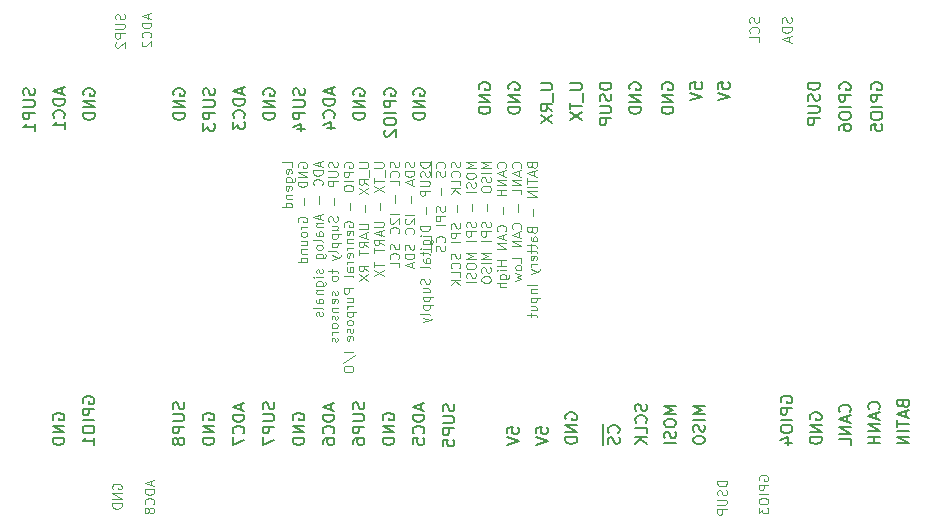
<source format=gbr>
%TF.GenerationSoftware,KiCad,Pcbnew,7.0.1*%
%TF.CreationDate,2024-05-04T11:14:46+02:00*%
%TF.ProjectId,VMU,564d552e-6b69-4636-9164-5f7063625858,rev?*%
%TF.SameCoordinates,Original*%
%TF.FileFunction,Legend,Bot*%
%TF.FilePolarity,Positive*%
%FSLAX46Y46*%
G04 Gerber Fmt 4.6, Leading zero omitted, Abs format (unit mm)*
G04 Created by KiCad (PCBNEW 7.0.1) date 2024-05-04 11:14:46*
%MOMM*%
%LPD*%
G01*
G04 APERTURE LIST*
%ADD10C,0.120000*%
%ADD11C,0.150000*%
%ADD12C,0.100000*%
G04 APERTURE END LIST*
D10*
X114824095Y-94071428D02*
X114824095Y-93690476D01*
X114824095Y-93690476D02*
X114024095Y-93690476D01*
X114786000Y-94642857D02*
X114824095Y-94566666D01*
X114824095Y-94566666D02*
X114824095Y-94414285D01*
X114824095Y-94414285D02*
X114786000Y-94338095D01*
X114786000Y-94338095D02*
X114709809Y-94299999D01*
X114709809Y-94299999D02*
X114405047Y-94299999D01*
X114405047Y-94299999D02*
X114328857Y-94338095D01*
X114328857Y-94338095D02*
X114290761Y-94414285D01*
X114290761Y-94414285D02*
X114290761Y-94566666D01*
X114290761Y-94566666D02*
X114328857Y-94642857D01*
X114328857Y-94642857D02*
X114405047Y-94680952D01*
X114405047Y-94680952D02*
X114481238Y-94680952D01*
X114481238Y-94680952D02*
X114557428Y-94299999D01*
X114290761Y-95366666D02*
X114938380Y-95366666D01*
X114938380Y-95366666D02*
X115014571Y-95328571D01*
X115014571Y-95328571D02*
X115052666Y-95290475D01*
X115052666Y-95290475D02*
X115090761Y-95214285D01*
X115090761Y-95214285D02*
X115090761Y-95099999D01*
X115090761Y-95099999D02*
X115052666Y-95023809D01*
X114786000Y-95366666D02*
X114824095Y-95290475D01*
X114824095Y-95290475D02*
X114824095Y-95138094D01*
X114824095Y-95138094D02*
X114786000Y-95061904D01*
X114786000Y-95061904D02*
X114747904Y-95023809D01*
X114747904Y-95023809D02*
X114671714Y-94985713D01*
X114671714Y-94985713D02*
X114443142Y-94985713D01*
X114443142Y-94985713D02*
X114366952Y-95023809D01*
X114366952Y-95023809D02*
X114328857Y-95061904D01*
X114328857Y-95061904D02*
X114290761Y-95138094D01*
X114290761Y-95138094D02*
X114290761Y-95290475D01*
X114290761Y-95290475D02*
X114328857Y-95366666D01*
X114786000Y-96052381D02*
X114824095Y-95976190D01*
X114824095Y-95976190D02*
X114824095Y-95823809D01*
X114824095Y-95823809D02*
X114786000Y-95747619D01*
X114786000Y-95747619D02*
X114709809Y-95709523D01*
X114709809Y-95709523D02*
X114405047Y-95709523D01*
X114405047Y-95709523D02*
X114328857Y-95747619D01*
X114328857Y-95747619D02*
X114290761Y-95823809D01*
X114290761Y-95823809D02*
X114290761Y-95976190D01*
X114290761Y-95976190D02*
X114328857Y-96052381D01*
X114328857Y-96052381D02*
X114405047Y-96090476D01*
X114405047Y-96090476D02*
X114481238Y-96090476D01*
X114481238Y-96090476D02*
X114557428Y-95709523D01*
X114290761Y-96433333D02*
X114824095Y-96433333D01*
X114366952Y-96433333D02*
X114328857Y-96471428D01*
X114328857Y-96471428D02*
X114290761Y-96547618D01*
X114290761Y-96547618D02*
X114290761Y-96661904D01*
X114290761Y-96661904D02*
X114328857Y-96738095D01*
X114328857Y-96738095D02*
X114405047Y-96776190D01*
X114405047Y-96776190D02*
X114824095Y-96776190D01*
X114824095Y-97500000D02*
X114024095Y-97500000D01*
X114786000Y-97500000D02*
X114824095Y-97423809D01*
X114824095Y-97423809D02*
X114824095Y-97271428D01*
X114824095Y-97271428D02*
X114786000Y-97195238D01*
X114786000Y-97195238D02*
X114747904Y-97157143D01*
X114747904Y-97157143D02*
X114671714Y-97119047D01*
X114671714Y-97119047D02*
X114443142Y-97119047D01*
X114443142Y-97119047D02*
X114366952Y-97157143D01*
X114366952Y-97157143D02*
X114328857Y-97195238D01*
X114328857Y-97195238D02*
X114290761Y-97271428D01*
X114290761Y-97271428D02*
X114290761Y-97423809D01*
X114290761Y-97423809D02*
X114328857Y-97500000D01*
X115358190Y-94109523D02*
X115320095Y-94033333D01*
X115320095Y-94033333D02*
X115320095Y-93919047D01*
X115320095Y-93919047D02*
X115358190Y-93804761D01*
X115358190Y-93804761D02*
X115434380Y-93728571D01*
X115434380Y-93728571D02*
X115510571Y-93690476D01*
X115510571Y-93690476D02*
X115662952Y-93652380D01*
X115662952Y-93652380D02*
X115777238Y-93652380D01*
X115777238Y-93652380D02*
X115929619Y-93690476D01*
X115929619Y-93690476D02*
X116005809Y-93728571D01*
X116005809Y-93728571D02*
X116082000Y-93804761D01*
X116082000Y-93804761D02*
X116120095Y-93919047D01*
X116120095Y-93919047D02*
X116120095Y-93995238D01*
X116120095Y-93995238D02*
X116082000Y-94109523D01*
X116082000Y-94109523D02*
X116043904Y-94147619D01*
X116043904Y-94147619D02*
X115777238Y-94147619D01*
X115777238Y-94147619D02*
X115777238Y-93995238D01*
X116120095Y-94490476D02*
X115320095Y-94490476D01*
X115320095Y-94490476D02*
X116120095Y-94947619D01*
X116120095Y-94947619D02*
X115320095Y-94947619D01*
X116120095Y-95328571D02*
X115320095Y-95328571D01*
X115320095Y-95328571D02*
X115320095Y-95519047D01*
X115320095Y-95519047D02*
X115358190Y-95633333D01*
X115358190Y-95633333D02*
X115434380Y-95709523D01*
X115434380Y-95709523D02*
X115510571Y-95747618D01*
X115510571Y-95747618D02*
X115662952Y-95785714D01*
X115662952Y-95785714D02*
X115777238Y-95785714D01*
X115777238Y-95785714D02*
X115929619Y-95747618D01*
X115929619Y-95747618D02*
X116005809Y-95709523D01*
X116005809Y-95709523D02*
X116082000Y-95633333D01*
X116082000Y-95633333D02*
X116120095Y-95519047D01*
X116120095Y-95519047D02*
X116120095Y-95328571D01*
X115815333Y-96738095D02*
X115815333Y-97347619D01*
X115358190Y-98757142D02*
X115320095Y-98680952D01*
X115320095Y-98680952D02*
X115320095Y-98566666D01*
X115320095Y-98566666D02*
X115358190Y-98452380D01*
X115358190Y-98452380D02*
X115434380Y-98376190D01*
X115434380Y-98376190D02*
X115510571Y-98338095D01*
X115510571Y-98338095D02*
X115662952Y-98299999D01*
X115662952Y-98299999D02*
X115777238Y-98299999D01*
X115777238Y-98299999D02*
X115929619Y-98338095D01*
X115929619Y-98338095D02*
X116005809Y-98376190D01*
X116005809Y-98376190D02*
X116082000Y-98452380D01*
X116082000Y-98452380D02*
X116120095Y-98566666D01*
X116120095Y-98566666D02*
X116120095Y-98642857D01*
X116120095Y-98642857D02*
X116082000Y-98757142D01*
X116082000Y-98757142D02*
X116043904Y-98795238D01*
X116043904Y-98795238D02*
X115777238Y-98795238D01*
X115777238Y-98795238D02*
X115777238Y-98642857D01*
X116120095Y-99138095D02*
X115586761Y-99138095D01*
X115739142Y-99138095D02*
X115662952Y-99176190D01*
X115662952Y-99176190D02*
X115624857Y-99214285D01*
X115624857Y-99214285D02*
X115586761Y-99290476D01*
X115586761Y-99290476D02*
X115586761Y-99366666D01*
X116120095Y-99747618D02*
X116082000Y-99671428D01*
X116082000Y-99671428D02*
X116043904Y-99633333D01*
X116043904Y-99633333D02*
X115967714Y-99595237D01*
X115967714Y-99595237D02*
X115739142Y-99595237D01*
X115739142Y-99595237D02*
X115662952Y-99633333D01*
X115662952Y-99633333D02*
X115624857Y-99671428D01*
X115624857Y-99671428D02*
X115586761Y-99747618D01*
X115586761Y-99747618D02*
X115586761Y-99861904D01*
X115586761Y-99861904D02*
X115624857Y-99938095D01*
X115624857Y-99938095D02*
X115662952Y-99976190D01*
X115662952Y-99976190D02*
X115739142Y-100014285D01*
X115739142Y-100014285D02*
X115967714Y-100014285D01*
X115967714Y-100014285D02*
X116043904Y-99976190D01*
X116043904Y-99976190D02*
X116082000Y-99938095D01*
X116082000Y-99938095D02*
X116120095Y-99861904D01*
X116120095Y-99861904D02*
X116120095Y-99747618D01*
X115586761Y-100700000D02*
X116120095Y-100700000D01*
X115586761Y-100357143D02*
X116005809Y-100357143D01*
X116005809Y-100357143D02*
X116082000Y-100395238D01*
X116082000Y-100395238D02*
X116120095Y-100471428D01*
X116120095Y-100471428D02*
X116120095Y-100585714D01*
X116120095Y-100585714D02*
X116082000Y-100661905D01*
X116082000Y-100661905D02*
X116043904Y-100700000D01*
X115586761Y-101080953D02*
X116120095Y-101080953D01*
X115662952Y-101080953D02*
X115624857Y-101119048D01*
X115624857Y-101119048D02*
X115586761Y-101195238D01*
X115586761Y-101195238D02*
X115586761Y-101309524D01*
X115586761Y-101309524D02*
X115624857Y-101385715D01*
X115624857Y-101385715D02*
X115701047Y-101423810D01*
X115701047Y-101423810D02*
X116120095Y-101423810D01*
X116120095Y-102147620D02*
X115320095Y-102147620D01*
X116082000Y-102147620D02*
X116120095Y-102071429D01*
X116120095Y-102071429D02*
X116120095Y-101919048D01*
X116120095Y-101919048D02*
X116082000Y-101842858D01*
X116082000Y-101842858D02*
X116043904Y-101804763D01*
X116043904Y-101804763D02*
X115967714Y-101766667D01*
X115967714Y-101766667D02*
X115739142Y-101766667D01*
X115739142Y-101766667D02*
X115662952Y-101804763D01*
X115662952Y-101804763D02*
X115624857Y-101842858D01*
X115624857Y-101842858D02*
X115586761Y-101919048D01*
X115586761Y-101919048D02*
X115586761Y-102071429D01*
X115586761Y-102071429D02*
X115624857Y-102147620D01*
X117187523Y-93652380D02*
X117187523Y-94033333D01*
X117416095Y-93576190D02*
X116616095Y-93842857D01*
X116616095Y-93842857D02*
X117416095Y-94109523D01*
X117416095Y-94376190D02*
X116616095Y-94376190D01*
X116616095Y-94376190D02*
X116616095Y-94566666D01*
X116616095Y-94566666D02*
X116654190Y-94680952D01*
X116654190Y-94680952D02*
X116730380Y-94757142D01*
X116730380Y-94757142D02*
X116806571Y-94795237D01*
X116806571Y-94795237D02*
X116958952Y-94833333D01*
X116958952Y-94833333D02*
X117073238Y-94833333D01*
X117073238Y-94833333D02*
X117225619Y-94795237D01*
X117225619Y-94795237D02*
X117301809Y-94757142D01*
X117301809Y-94757142D02*
X117378000Y-94680952D01*
X117378000Y-94680952D02*
X117416095Y-94566666D01*
X117416095Y-94566666D02*
X117416095Y-94376190D01*
X117339904Y-95633333D02*
X117378000Y-95595237D01*
X117378000Y-95595237D02*
X117416095Y-95480952D01*
X117416095Y-95480952D02*
X117416095Y-95404761D01*
X117416095Y-95404761D02*
X117378000Y-95290475D01*
X117378000Y-95290475D02*
X117301809Y-95214285D01*
X117301809Y-95214285D02*
X117225619Y-95176190D01*
X117225619Y-95176190D02*
X117073238Y-95138094D01*
X117073238Y-95138094D02*
X116958952Y-95138094D01*
X116958952Y-95138094D02*
X116806571Y-95176190D01*
X116806571Y-95176190D02*
X116730380Y-95214285D01*
X116730380Y-95214285D02*
X116654190Y-95290475D01*
X116654190Y-95290475D02*
X116616095Y-95404761D01*
X116616095Y-95404761D02*
X116616095Y-95480952D01*
X116616095Y-95480952D02*
X116654190Y-95595237D01*
X116654190Y-95595237D02*
X116692285Y-95633333D01*
X117111333Y-96585714D02*
X117111333Y-97195238D01*
X117187523Y-98147618D02*
X117187523Y-98528571D01*
X117416095Y-98071428D02*
X116616095Y-98338095D01*
X116616095Y-98338095D02*
X117416095Y-98604761D01*
X116882761Y-98871428D02*
X117416095Y-98871428D01*
X116958952Y-98871428D02*
X116920857Y-98909523D01*
X116920857Y-98909523D02*
X116882761Y-98985713D01*
X116882761Y-98985713D02*
X116882761Y-99099999D01*
X116882761Y-99099999D02*
X116920857Y-99176190D01*
X116920857Y-99176190D02*
X116997047Y-99214285D01*
X116997047Y-99214285D02*
X117416095Y-99214285D01*
X117416095Y-99938095D02*
X116997047Y-99938095D01*
X116997047Y-99938095D02*
X116920857Y-99900000D01*
X116920857Y-99900000D02*
X116882761Y-99823809D01*
X116882761Y-99823809D02*
X116882761Y-99671428D01*
X116882761Y-99671428D02*
X116920857Y-99595238D01*
X117378000Y-99938095D02*
X117416095Y-99861904D01*
X117416095Y-99861904D02*
X117416095Y-99671428D01*
X117416095Y-99671428D02*
X117378000Y-99595238D01*
X117378000Y-99595238D02*
X117301809Y-99557142D01*
X117301809Y-99557142D02*
X117225619Y-99557142D01*
X117225619Y-99557142D02*
X117149428Y-99595238D01*
X117149428Y-99595238D02*
X117111333Y-99671428D01*
X117111333Y-99671428D02*
X117111333Y-99861904D01*
X117111333Y-99861904D02*
X117073238Y-99938095D01*
X117416095Y-100433333D02*
X117378000Y-100357143D01*
X117378000Y-100357143D02*
X117301809Y-100319048D01*
X117301809Y-100319048D02*
X116616095Y-100319048D01*
X117416095Y-100852381D02*
X117378000Y-100776191D01*
X117378000Y-100776191D02*
X117339904Y-100738096D01*
X117339904Y-100738096D02*
X117263714Y-100700000D01*
X117263714Y-100700000D02*
X117035142Y-100700000D01*
X117035142Y-100700000D02*
X116958952Y-100738096D01*
X116958952Y-100738096D02*
X116920857Y-100776191D01*
X116920857Y-100776191D02*
X116882761Y-100852381D01*
X116882761Y-100852381D02*
X116882761Y-100966667D01*
X116882761Y-100966667D02*
X116920857Y-101042858D01*
X116920857Y-101042858D02*
X116958952Y-101080953D01*
X116958952Y-101080953D02*
X117035142Y-101119048D01*
X117035142Y-101119048D02*
X117263714Y-101119048D01*
X117263714Y-101119048D02*
X117339904Y-101080953D01*
X117339904Y-101080953D02*
X117378000Y-101042858D01*
X117378000Y-101042858D02*
X117416095Y-100966667D01*
X117416095Y-100966667D02*
X117416095Y-100852381D01*
X116882761Y-101804763D02*
X117530380Y-101804763D01*
X117530380Y-101804763D02*
X117606571Y-101766668D01*
X117606571Y-101766668D02*
X117644666Y-101728572D01*
X117644666Y-101728572D02*
X117682761Y-101652382D01*
X117682761Y-101652382D02*
X117682761Y-101538096D01*
X117682761Y-101538096D02*
X117644666Y-101461906D01*
X117378000Y-101804763D02*
X117416095Y-101728572D01*
X117416095Y-101728572D02*
X117416095Y-101576191D01*
X117416095Y-101576191D02*
X117378000Y-101500001D01*
X117378000Y-101500001D02*
X117339904Y-101461906D01*
X117339904Y-101461906D02*
X117263714Y-101423810D01*
X117263714Y-101423810D02*
X117035142Y-101423810D01*
X117035142Y-101423810D02*
X116958952Y-101461906D01*
X116958952Y-101461906D02*
X116920857Y-101500001D01*
X116920857Y-101500001D02*
X116882761Y-101576191D01*
X116882761Y-101576191D02*
X116882761Y-101728572D01*
X116882761Y-101728572D02*
X116920857Y-101804763D01*
X117378000Y-102757144D02*
X117416095Y-102833335D01*
X117416095Y-102833335D02*
X117416095Y-102985716D01*
X117416095Y-102985716D02*
X117378000Y-103061906D01*
X117378000Y-103061906D02*
X117301809Y-103100002D01*
X117301809Y-103100002D02*
X117263714Y-103100002D01*
X117263714Y-103100002D02*
X117187523Y-103061906D01*
X117187523Y-103061906D02*
X117149428Y-102985716D01*
X117149428Y-102985716D02*
X117149428Y-102871430D01*
X117149428Y-102871430D02*
X117111333Y-102795240D01*
X117111333Y-102795240D02*
X117035142Y-102757144D01*
X117035142Y-102757144D02*
X116997047Y-102757144D01*
X116997047Y-102757144D02*
X116920857Y-102795240D01*
X116920857Y-102795240D02*
X116882761Y-102871430D01*
X116882761Y-102871430D02*
X116882761Y-102985716D01*
X116882761Y-102985716D02*
X116920857Y-103061906D01*
X117416095Y-103442859D02*
X116882761Y-103442859D01*
X116616095Y-103442859D02*
X116654190Y-103404763D01*
X116654190Y-103404763D02*
X116692285Y-103442859D01*
X116692285Y-103442859D02*
X116654190Y-103480954D01*
X116654190Y-103480954D02*
X116616095Y-103442859D01*
X116616095Y-103442859D02*
X116692285Y-103442859D01*
X116882761Y-104166668D02*
X117530380Y-104166668D01*
X117530380Y-104166668D02*
X117606571Y-104128573D01*
X117606571Y-104128573D02*
X117644666Y-104090477D01*
X117644666Y-104090477D02*
X117682761Y-104014287D01*
X117682761Y-104014287D02*
X117682761Y-103900001D01*
X117682761Y-103900001D02*
X117644666Y-103823811D01*
X117378000Y-104166668D02*
X117416095Y-104090477D01*
X117416095Y-104090477D02*
X117416095Y-103938096D01*
X117416095Y-103938096D02*
X117378000Y-103861906D01*
X117378000Y-103861906D02*
X117339904Y-103823811D01*
X117339904Y-103823811D02*
X117263714Y-103785715D01*
X117263714Y-103785715D02*
X117035142Y-103785715D01*
X117035142Y-103785715D02*
X116958952Y-103823811D01*
X116958952Y-103823811D02*
X116920857Y-103861906D01*
X116920857Y-103861906D02*
X116882761Y-103938096D01*
X116882761Y-103938096D02*
X116882761Y-104090477D01*
X116882761Y-104090477D02*
X116920857Y-104166668D01*
X116882761Y-104547621D02*
X117416095Y-104547621D01*
X116958952Y-104547621D02*
X116920857Y-104585716D01*
X116920857Y-104585716D02*
X116882761Y-104661906D01*
X116882761Y-104661906D02*
X116882761Y-104776192D01*
X116882761Y-104776192D02*
X116920857Y-104852383D01*
X116920857Y-104852383D02*
X116997047Y-104890478D01*
X116997047Y-104890478D02*
X117416095Y-104890478D01*
X117416095Y-105614288D02*
X116997047Y-105614288D01*
X116997047Y-105614288D02*
X116920857Y-105576193D01*
X116920857Y-105576193D02*
X116882761Y-105500002D01*
X116882761Y-105500002D02*
X116882761Y-105347621D01*
X116882761Y-105347621D02*
X116920857Y-105271431D01*
X117378000Y-105614288D02*
X117416095Y-105538097D01*
X117416095Y-105538097D02*
X117416095Y-105347621D01*
X117416095Y-105347621D02*
X117378000Y-105271431D01*
X117378000Y-105271431D02*
X117301809Y-105233335D01*
X117301809Y-105233335D02*
X117225619Y-105233335D01*
X117225619Y-105233335D02*
X117149428Y-105271431D01*
X117149428Y-105271431D02*
X117111333Y-105347621D01*
X117111333Y-105347621D02*
X117111333Y-105538097D01*
X117111333Y-105538097D02*
X117073238Y-105614288D01*
X117416095Y-106109526D02*
X117378000Y-106033336D01*
X117378000Y-106033336D02*
X117301809Y-105995241D01*
X117301809Y-105995241D02*
X116616095Y-105995241D01*
X117378000Y-106376193D02*
X117416095Y-106452384D01*
X117416095Y-106452384D02*
X117416095Y-106604765D01*
X117416095Y-106604765D02*
X117378000Y-106680955D01*
X117378000Y-106680955D02*
X117301809Y-106719051D01*
X117301809Y-106719051D02*
X117263714Y-106719051D01*
X117263714Y-106719051D02*
X117187523Y-106680955D01*
X117187523Y-106680955D02*
X117149428Y-106604765D01*
X117149428Y-106604765D02*
X117149428Y-106490479D01*
X117149428Y-106490479D02*
X117111333Y-106414289D01*
X117111333Y-106414289D02*
X117035142Y-106376193D01*
X117035142Y-106376193D02*
X116997047Y-106376193D01*
X116997047Y-106376193D02*
X116920857Y-106414289D01*
X116920857Y-106414289D02*
X116882761Y-106490479D01*
X116882761Y-106490479D02*
X116882761Y-106604765D01*
X116882761Y-106604765D02*
X116920857Y-106680955D01*
X118674000Y-93652380D02*
X118712095Y-93766666D01*
X118712095Y-93766666D02*
X118712095Y-93957142D01*
X118712095Y-93957142D02*
X118674000Y-94033333D01*
X118674000Y-94033333D02*
X118635904Y-94071428D01*
X118635904Y-94071428D02*
X118559714Y-94109523D01*
X118559714Y-94109523D02*
X118483523Y-94109523D01*
X118483523Y-94109523D02*
X118407333Y-94071428D01*
X118407333Y-94071428D02*
X118369238Y-94033333D01*
X118369238Y-94033333D02*
X118331142Y-93957142D01*
X118331142Y-93957142D02*
X118293047Y-93804761D01*
X118293047Y-93804761D02*
X118254952Y-93728571D01*
X118254952Y-93728571D02*
X118216857Y-93690476D01*
X118216857Y-93690476D02*
X118140666Y-93652380D01*
X118140666Y-93652380D02*
X118064476Y-93652380D01*
X118064476Y-93652380D02*
X117988285Y-93690476D01*
X117988285Y-93690476D02*
X117950190Y-93728571D01*
X117950190Y-93728571D02*
X117912095Y-93804761D01*
X117912095Y-93804761D02*
X117912095Y-93995238D01*
X117912095Y-93995238D02*
X117950190Y-94109523D01*
X117912095Y-94452381D02*
X118559714Y-94452381D01*
X118559714Y-94452381D02*
X118635904Y-94490476D01*
X118635904Y-94490476D02*
X118674000Y-94528571D01*
X118674000Y-94528571D02*
X118712095Y-94604762D01*
X118712095Y-94604762D02*
X118712095Y-94757143D01*
X118712095Y-94757143D02*
X118674000Y-94833333D01*
X118674000Y-94833333D02*
X118635904Y-94871428D01*
X118635904Y-94871428D02*
X118559714Y-94909524D01*
X118559714Y-94909524D02*
X117912095Y-94909524D01*
X118712095Y-95290476D02*
X117912095Y-95290476D01*
X117912095Y-95290476D02*
X117912095Y-95595238D01*
X117912095Y-95595238D02*
X117950190Y-95671428D01*
X117950190Y-95671428D02*
X117988285Y-95709523D01*
X117988285Y-95709523D02*
X118064476Y-95747619D01*
X118064476Y-95747619D02*
X118178761Y-95747619D01*
X118178761Y-95747619D02*
X118254952Y-95709523D01*
X118254952Y-95709523D02*
X118293047Y-95671428D01*
X118293047Y-95671428D02*
X118331142Y-95595238D01*
X118331142Y-95595238D02*
X118331142Y-95290476D01*
X118407333Y-96700000D02*
X118407333Y-97309524D01*
X118674000Y-98261904D02*
X118712095Y-98376190D01*
X118712095Y-98376190D02*
X118712095Y-98566666D01*
X118712095Y-98566666D02*
X118674000Y-98642857D01*
X118674000Y-98642857D02*
X118635904Y-98680952D01*
X118635904Y-98680952D02*
X118559714Y-98719047D01*
X118559714Y-98719047D02*
X118483523Y-98719047D01*
X118483523Y-98719047D02*
X118407333Y-98680952D01*
X118407333Y-98680952D02*
X118369238Y-98642857D01*
X118369238Y-98642857D02*
X118331142Y-98566666D01*
X118331142Y-98566666D02*
X118293047Y-98414285D01*
X118293047Y-98414285D02*
X118254952Y-98338095D01*
X118254952Y-98338095D02*
X118216857Y-98300000D01*
X118216857Y-98300000D02*
X118140666Y-98261904D01*
X118140666Y-98261904D02*
X118064476Y-98261904D01*
X118064476Y-98261904D02*
X117988285Y-98300000D01*
X117988285Y-98300000D02*
X117950190Y-98338095D01*
X117950190Y-98338095D02*
X117912095Y-98414285D01*
X117912095Y-98414285D02*
X117912095Y-98604762D01*
X117912095Y-98604762D02*
X117950190Y-98719047D01*
X118178761Y-99404762D02*
X118712095Y-99404762D01*
X118178761Y-99061905D02*
X118597809Y-99061905D01*
X118597809Y-99061905D02*
X118674000Y-99100000D01*
X118674000Y-99100000D02*
X118712095Y-99176190D01*
X118712095Y-99176190D02*
X118712095Y-99290476D01*
X118712095Y-99290476D02*
X118674000Y-99366667D01*
X118674000Y-99366667D02*
X118635904Y-99404762D01*
X118178761Y-99785715D02*
X118978761Y-99785715D01*
X118216857Y-99785715D02*
X118178761Y-99861905D01*
X118178761Y-99861905D02*
X118178761Y-100014286D01*
X118178761Y-100014286D02*
X118216857Y-100090477D01*
X118216857Y-100090477D02*
X118254952Y-100128572D01*
X118254952Y-100128572D02*
X118331142Y-100166667D01*
X118331142Y-100166667D02*
X118559714Y-100166667D01*
X118559714Y-100166667D02*
X118635904Y-100128572D01*
X118635904Y-100128572D02*
X118674000Y-100090477D01*
X118674000Y-100090477D02*
X118712095Y-100014286D01*
X118712095Y-100014286D02*
X118712095Y-99861905D01*
X118712095Y-99861905D02*
X118674000Y-99785715D01*
X118178761Y-100509525D02*
X118978761Y-100509525D01*
X118216857Y-100509525D02*
X118178761Y-100585715D01*
X118178761Y-100585715D02*
X118178761Y-100738096D01*
X118178761Y-100738096D02*
X118216857Y-100814287D01*
X118216857Y-100814287D02*
X118254952Y-100852382D01*
X118254952Y-100852382D02*
X118331142Y-100890477D01*
X118331142Y-100890477D02*
X118559714Y-100890477D01*
X118559714Y-100890477D02*
X118635904Y-100852382D01*
X118635904Y-100852382D02*
X118674000Y-100814287D01*
X118674000Y-100814287D02*
X118712095Y-100738096D01*
X118712095Y-100738096D02*
X118712095Y-100585715D01*
X118712095Y-100585715D02*
X118674000Y-100509525D01*
X118712095Y-101347620D02*
X118674000Y-101271430D01*
X118674000Y-101271430D02*
X118597809Y-101233335D01*
X118597809Y-101233335D02*
X117912095Y-101233335D01*
X118178761Y-101576192D02*
X118712095Y-101766668D01*
X118178761Y-101957145D02*
X118712095Y-101766668D01*
X118712095Y-101766668D02*
X118902571Y-101690478D01*
X118902571Y-101690478D02*
X118940666Y-101652383D01*
X118940666Y-101652383D02*
X118978761Y-101576192D01*
X118178761Y-102757145D02*
X118178761Y-103061907D01*
X117912095Y-102871431D02*
X118597809Y-102871431D01*
X118597809Y-102871431D02*
X118674000Y-102909526D01*
X118674000Y-102909526D02*
X118712095Y-102985716D01*
X118712095Y-102985716D02*
X118712095Y-103061907D01*
X118712095Y-103442859D02*
X118674000Y-103366669D01*
X118674000Y-103366669D02*
X118635904Y-103328574D01*
X118635904Y-103328574D02*
X118559714Y-103290478D01*
X118559714Y-103290478D02*
X118331142Y-103290478D01*
X118331142Y-103290478D02*
X118254952Y-103328574D01*
X118254952Y-103328574D02*
X118216857Y-103366669D01*
X118216857Y-103366669D02*
X118178761Y-103442859D01*
X118178761Y-103442859D02*
X118178761Y-103557145D01*
X118178761Y-103557145D02*
X118216857Y-103633336D01*
X118216857Y-103633336D02*
X118254952Y-103671431D01*
X118254952Y-103671431D02*
X118331142Y-103709526D01*
X118331142Y-103709526D02*
X118559714Y-103709526D01*
X118559714Y-103709526D02*
X118635904Y-103671431D01*
X118635904Y-103671431D02*
X118674000Y-103633336D01*
X118674000Y-103633336D02*
X118712095Y-103557145D01*
X118712095Y-103557145D02*
X118712095Y-103442859D01*
X118674000Y-104623812D02*
X118712095Y-104700003D01*
X118712095Y-104700003D02*
X118712095Y-104852384D01*
X118712095Y-104852384D02*
X118674000Y-104928574D01*
X118674000Y-104928574D02*
X118597809Y-104966670D01*
X118597809Y-104966670D02*
X118559714Y-104966670D01*
X118559714Y-104966670D02*
X118483523Y-104928574D01*
X118483523Y-104928574D02*
X118445428Y-104852384D01*
X118445428Y-104852384D02*
X118445428Y-104738098D01*
X118445428Y-104738098D02*
X118407333Y-104661908D01*
X118407333Y-104661908D02*
X118331142Y-104623812D01*
X118331142Y-104623812D02*
X118293047Y-104623812D01*
X118293047Y-104623812D02*
X118216857Y-104661908D01*
X118216857Y-104661908D02*
X118178761Y-104738098D01*
X118178761Y-104738098D02*
X118178761Y-104852384D01*
X118178761Y-104852384D02*
X118216857Y-104928574D01*
X118674000Y-105614289D02*
X118712095Y-105538098D01*
X118712095Y-105538098D02*
X118712095Y-105385717D01*
X118712095Y-105385717D02*
X118674000Y-105309527D01*
X118674000Y-105309527D02*
X118597809Y-105271431D01*
X118597809Y-105271431D02*
X118293047Y-105271431D01*
X118293047Y-105271431D02*
X118216857Y-105309527D01*
X118216857Y-105309527D02*
X118178761Y-105385717D01*
X118178761Y-105385717D02*
X118178761Y-105538098D01*
X118178761Y-105538098D02*
X118216857Y-105614289D01*
X118216857Y-105614289D02*
X118293047Y-105652384D01*
X118293047Y-105652384D02*
X118369238Y-105652384D01*
X118369238Y-105652384D02*
X118445428Y-105271431D01*
X118178761Y-105995241D02*
X118712095Y-105995241D01*
X118254952Y-105995241D02*
X118216857Y-106033336D01*
X118216857Y-106033336D02*
X118178761Y-106109526D01*
X118178761Y-106109526D02*
X118178761Y-106223812D01*
X118178761Y-106223812D02*
X118216857Y-106300003D01*
X118216857Y-106300003D02*
X118293047Y-106338098D01*
X118293047Y-106338098D02*
X118712095Y-106338098D01*
X118674000Y-106680955D02*
X118712095Y-106757146D01*
X118712095Y-106757146D02*
X118712095Y-106909527D01*
X118712095Y-106909527D02*
X118674000Y-106985717D01*
X118674000Y-106985717D02*
X118597809Y-107023813D01*
X118597809Y-107023813D02*
X118559714Y-107023813D01*
X118559714Y-107023813D02*
X118483523Y-106985717D01*
X118483523Y-106985717D02*
X118445428Y-106909527D01*
X118445428Y-106909527D02*
X118445428Y-106795241D01*
X118445428Y-106795241D02*
X118407333Y-106719051D01*
X118407333Y-106719051D02*
X118331142Y-106680955D01*
X118331142Y-106680955D02*
X118293047Y-106680955D01*
X118293047Y-106680955D02*
X118216857Y-106719051D01*
X118216857Y-106719051D02*
X118178761Y-106795241D01*
X118178761Y-106795241D02*
X118178761Y-106909527D01*
X118178761Y-106909527D02*
X118216857Y-106985717D01*
X118712095Y-107480955D02*
X118674000Y-107404765D01*
X118674000Y-107404765D02*
X118635904Y-107366670D01*
X118635904Y-107366670D02*
X118559714Y-107328574D01*
X118559714Y-107328574D02*
X118331142Y-107328574D01*
X118331142Y-107328574D02*
X118254952Y-107366670D01*
X118254952Y-107366670D02*
X118216857Y-107404765D01*
X118216857Y-107404765D02*
X118178761Y-107480955D01*
X118178761Y-107480955D02*
X118178761Y-107595241D01*
X118178761Y-107595241D02*
X118216857Y-107671432D01*
X118216857Y-107671432D02*
X118254952Y-107709527D01*
X118254952Y-107709527D02*
X118331142Y-107747622D01*
X118331142Y-107747622D02*
X118559714Y-107747622D01*
X118559714Y-107747622D02*
X118635904Y-107709527D01*
X118635904Y-107709527D02*
X118674000Y-107671432D01*
X118674000Y-107671432D02*
X118712095Y-107595241D01*
X118712095Y-107595241D02*
X118712095Y-107480955D01*
X118712095Y-108090480D02*
X118178761Y-108090480D01*
X118331142Y-108090480D02*
X118254952Y-108128575D01*
X118254952Y-108128575D02*
X118216857Y-108166670D01*
X118216857Y-108166670D02*
X118178761Y-108242861D01*
X118178761Y-108242861D02*
X118178761Y-108319051D01*
X118674000Y-108547622D02*
X118712095Y-108623813D01*
X118712095Y-108623813D02*
X118712095Y-108776194D01*
X118712095Y-108776194D02*
X118674000Y-108852384D01*
X118674000Y-108852384D02*
X118597809Y-108890480D01*
X118597809Y-108890480D02*
X118559714Y-108890480D01*
X118559714Y-108890480D02*
X118483523Y-108852384D01*
X118483523Y-108852384D02*
X118445428Y-108776194D01*
X118445428Y-108776194D02*
X118445428Y-108661908D01*
X118445428Y-108661908D02*
X118407333Y-108585718D01*
X118407333Y-108585718D02*
X118331142Y-108547622D01*
X118331142Y-108547622D02*
X118293047Y-108547622D01*
X118293047Y-108547622D02*
X118216857Y-108585718D01*
X118216857Y-108585718D02*
X118178761Y-108661908D01*
X118178761Y-108661908D02*
X118178761Y-108776194D01*
X118178761Y-108776194D02*
X118216857Y-108852384D01*
X119246190Y-94109523D02*
X119208095Y-94033333D01*
X119208095Y-94033333D02*
X119208095Y-93919047D01*
X119208095Y-93919047D02*
X119246190Y-93804761D01*
X119246190Y-93804761D02*
X119322380Y-93728571D01*
X119322380Y-93728571D02*
X119398571Y-93690476D01*
X119398571Y-93690476D02*
X119550952Y-93652380D01*
X119550952Y-93652380D02*
X119665238Y-93652380D01*
X119665238Y-93652380D02*
X119817619Y-93690476D01*
X119817619Y-93690476D02*
X119893809Y-93728571D01*
X119893809Y-93728571D02*
X119970000Y-93804761D01*
X119970000Y-93804761D02*
X120008095Y-93919047D01*
X120008095Y-93919047D02*
X120008095Y-93995238D01*
X120008095Y-93995238D02*
X119970000Y-94109523D01*
X119970000Y-94109523D02*
X119931904Y-94147619D01*
X119931904Y-94147619D02*
X119665238Y-94147619D01*
X119665238Y-94147619D02*
X119665238Y-93995238D01*
X120008095Y-94490476D02*
X119208095Y-94490476D01*
X119208095Y-94490476D02*
X119208095Y-94795238D01*
X119208095Y-94795238D02*
X119246190Y-94871428D01*
X119246190Y-94871428D02*
X119284285Y-94909523D01*
X119284285Y-94909523D02*
X119360476Y-94947619D01*
X119360476Y-94947619D02*
X119474761Y-94947619D01*
X119474761Y-94947619D02*
X119550952Y-94909523D01*
X119550952Y-94909523D02*
X119589047Y-94871428D01*
X119589047Y-94871428D02*
X119627142Y-94795238D01*
X119627142Y-94795238D02*
X119627142Y-94490476D01*
X120008095Y-95290476D02*
X119208095Y-95290476D01*
X119208095Y-95823809D02*
X119208095Y-95976190D01*
X119208095Y-95976190D02*
X119246190Y-96052380D01*
X119246190Y-96052380D02*
X119322380Y-96128571D01*
X119322380Y-96128571D02*
X119474761Y-96166666D01*
X119474761Y-96166666D02*
X119741428Y-96166666D01*
X119741428Y-96166666D02*
X119893809Y-96128571D01*
X119893809Y-96128571D02*
X119970000Y-96052380D01*
X119970000Y-96052380D02*
X120008095Y-95976190D01*
X120008095Y-95976190D02*
X120008095Y-95823809D01*
X120008095Y-95823809D02*
X119970000Y-95747618D01*
X119970000Y-95747618D02*
X119893809Y-95671428D01*
X119893809Y-95671428D02*
X119741428Y-95633332D01*
X119741428Y-95633332D02*
X119474761Y-95633332D01*
X119474761Y-95633332D02*
X119322380Y-95671428D01*
X119322380Y-95671428D02*
X119246190Y-95747618D01*
X119246190Y-95747618D02*
X119208095Y-95823809D01*
X119703333Y-97119047D02*
X119703333Y-97728571D01*
X119246190Y-99138094D02*
X119208095Y-99061904D01*
X119208095Y-99061904D02*
X119208095Y-98947618D01*
X119208095Y-98947618D02*
X119246190Y-98833332D01*
X119246190Y-98833332D02*
X119322380Y-98757142D01*
X119322380Y-98757142D02*
X119398571Y-98719047D01*
X119398571Y-98719047D02*
X119550952Y-98680951D01*
X119550952Y-98680951D02*
X119665238Y-98680951D01*
X119665238Y-98680951D02*
X119817619Y-98719047D01*
X119817619Y-98719047D02*
X119893809Y-98757142D01*
X119893809Y-98757142D02*
X119970000Y-98833332D01*
X119970000Y-98833332D02*
X120008095Y-98947618D01*
X120008095Y-98947618D02*
X120008095Y-99023809D01*
X120008095Y-99023809D02*
X119970000Y-99138094D01*
X119970000Y-99138094D02*
X119931904Y-99176190D01*
X119931904Y-99176190D02*
X119665238Y-99176190D01*
X119665238Y-99176190D02*
X119665238Y-99023809D01*
X119970000Y-99823809D02*
X120008095Y-99747618D01*
X120008095Y-99747618D02*
X120008095Y-99595237D01*
X120008095Y-99595237D02*
X119970000Y-99519047D01*
X119970000Y-99519047D02*
X119893809Y-99480951D01*
X119893809Y-99480951D02*
X119589047Y-99480951D01*
X119589047Y-99480951D02*
X119512857Y-99519047D01*
X119512857Y-99519047D02*
X119474761Y-99595237D01*
X119474761Y-99595237D02*
X119474761Y-99747618D01*
X119474761Y-99747618D02*
X119512857Y-99823809D01*
X119512857Y-99823809D02*
X119589047Y-99861904D01*
X119589047Y-99861904D02*
X119665238Y-99861904D01*
X119665238Y-99861904D02*
X119741428Y-99480951D01*
X119474761Y-100204761D02*
X120008095Y-100204761D01*
X119550952Y-100204761D02*
X119512857Y-100242856D01*
X119512857Y-100242856D02*
X119474761Y-100319046D01*
X119474761Y-100319046D02*
X119474761Y-100433332D01*
X119474761Y-100433332D02*
X119512857Y-100509523D01*
X119512857Y-100509523D02*
X119589047Y-100547618D01*
X119589047Y-100547618D02*
X120008095Y-100547618D01*
X120008095Y-100928571D02*
X119474761Y-100928571D01*
X119627142Y-100928571D02*
X119550952Y-100966666D01*
X119550952Y-100966666D02*
X119512857Y-101004761D01*
X119512857Y-101004761D02*
X119474761Y-101080952D01*
X119474761Y-101080952D02*
X119474761Y-101157142D01*
X119970000Y-101728571D02*
X120008095Y-101652380D01*
X120008095Y-101652380D02*
X120008095Y-101499999D01*
X120008095Y-101499999D02*
X119970000Y-101423809D01*
X119970000Y-101423809D02*
X119893809Y-101385713D01*
X119893809Y-101385713D02*
X119589047Y-101385713D01*
X119589047Y-101385713D02*
X119512857Y-101423809D01*
X119512857Y-101423809D02*
X119474761Y-101499999D01*
X119474761Y-101499999D02*
X119474761Y-101652380D01*
X119474761Y-101652380D02*
X119512857Y-101728571D01*
X119512857Y-101728571D02*
X119589047Y-101766666D01*
X119589047Y-101766666D02*
X119665238Y-101766666D01*
X119665238Y-101766666D02*
X119741428Y-101385713D01*
X120008095Y-102109523D02*
X119474761Y-102109523D01*
X119627142Y-102109523D02*
X119550952Y-102147618D01*
X119550952Y-102147618D02*
X119512857Y-102185713D01*
X119512857Y-102185713D02*
X119474761Y-102261904D01*
X119474761Y-102261904D02*
X119474761Y-102338094D01*
X120008095Y-102947618D02*
X119589047Y-102947618D01*
X119589047Y-102947618D02*
X119512857Y-102909523D01*
X119512857Y-102909523D02*
X119474761Y-102833332D01*
X119474761Y-102833332D02*
X119474761Y-102680951D01*
X119474761Y-102680951D02*
X119512857Y-102604761D01*
X119970000Y-102947618D02*
X120008095Y-102871427D01*
X120008095Y-102871427D02*
X120008095Y-102680951D01*
X120008095Y-102680951D02*
X119970000Y-102604761D01*
X119970000Y-102604761D02*
X119893809Y-102566665D01*
X119893809Y-102566665D02*
X119817619Y-102566665D01*
X119817619Y-102566665D02*
X119741428Y-102604761D01*
X119741428Y-102604761D02*
X119703333Y-102680951D01*
X119703333Y-102680951D02*
X119703333Y-102871427D01*
X119703333Y-102871427D02*
X119665238Y-102947618D01*
X120008095Y-103442856D02*
X119970000Y-103366666D01*
X119970000Y-103366666D02*
X119893809Y-103328571D01*
X119893809Y-103328571D02*
X119208095Y-103328571D01*
X120008095Y-104357143D02*
X119208095Y-104357143D01*
X119208095Y-104357143D02*
X119208095Y-104661905D01*
X119208095Y-104661905D02*
X119246190Y-104738095D01*
X119246190Y-104738095D02*
X119284285Y-104776190D01*
X119284285Y-104776190D02*
X119360476Y-104814286D01*
X119360476Y-104814286D02*
X119474761Y-104814286D01*
X119474761Y-104814286D02*
X119550952Y-104776190D01*
X119550952Y-104776190D02*
X119589047Y-104738095D01*
X119589047Y-104738095D02*
X119627142Y-104661905D01*
X119627142Y-104661905D02*
X119627142Y-104357143D01*
X119474761Y-105500000D02*
X120008095Y-105500000D01*
X119474761Y-105157143D02*
X119893809Y-105157143D01*
X119893809Y-105157143D02*
X119970000Y-105195238D01*
X119970000Y-105195238D02*
X120008095Y-105271428D01*
X120008095Y-105271428D02*
X120008095Y-105385714D01*
X120008095Y-105385714D02*
X119970000Y-105461905D01*
X119970000Y-105461905D02*
X119931904Y-105500000D01*
X120008095Y-105880953D02*
X119474761Y-105880953D01*
X119627142Y-105880953D02*
X119550952Y-105919048D01*
X119550952Y-105919048D02*
X119512857Y-105957143D01*
X119512857Y-105957143D02*
X119474761Y-106033334D01*
X119474761Y-106033334D02*
X119474761Y-106109524D01*
X119474761Y-106376191D02*
X120274761Y-106376191D01*
X119512857Y-106376191D02*
X119474761Y-106452381D01*
X119474761Y-106452381D02*
X119474761Y-106604762D01*
X119474761Y-106604762D02*
X119512857Y-106680953D01*
X119512857Y-106680953D02*
X119550952Y-106719048D01*
X119550952Y-106719048D02*
X119627142Y-106757143D01*
X119627142Y-106757143D02*
X119855714Y-106757143D01*
X119855714Y-106757143D02*
X119931904Y-106719048D01*
X119931904Y-106719048D02*
X119970000Y-106680953D01*
X119970000Y-106680953D02*
X120008095Y-106604762D01*
X120008095Y-106604762D02*
X120008095Y-106452381D01*
X120008095Y-106452381D02*
X119970000Y-106376191D01*
X120008095Y-107214286D02*
X119970000Y-107138096D01*
X119970000Y-107138096D02*
X119931904Y-107100001D01*
X119931904Y-107100001D02*
X119855714Y-107061905D01*
X119855714Y-107061905D02*
X119627142Y-107061905D01*
X119627142Y-107061905D02*
X119550952Y-107100001D01*
X119550952Y-107100001D02*
X119512857Y-107138096D01*
X119512857Y-107138096D02*
X119474761Y-107214286D01*
X119474761Y-107214286D02*
X119474761Y-107328572D01*
X119474761Y-107328572D02*
X119512857Y-107404763D01*
X119512857Y-107404763D02*
X119550952Y-107442858D01*
X119550952Y-107442858D02*
X119627142Y-107480953D01*
X119627142Y-107480953D02*
X119855714Y-107480953D01*
X119855714Y-107480953D02*
X119931904Y-107442858D01*
X119931904Y-107442858D02*
X119970000Y-107404763D01*
X119970000Y-107404763D02*
X120008095Y-107328572D01*
X120008095Y-107328572D02*
X120008095Y-107214286D01*
X119970000Y-107785715D02*
X120008095Y-107861906D01*
X120008095Y-107861906D02*
X120008095Y-108014287D01*
X120008095Y-108014287D02*
X119970000Y-108090477D01*
X119970000Y-108090477D02*
X119893809Y-108128573D01*
X119893809Y-108128573D02*
X119855714Y-108128573D01*
X119855714Y-108128573D02*
X119779523Y-108090477D01*
X119779523Y-108090477D02*
X119741428Y-108014287D01*
X119741428Y-108014287D02*
X119741428Y-107900001D01*
X119741428Y-107900001D02*
X119703333Y-107823811D01*
X119703333Y-107823811D02*
X119627142Y-107785715D01*
X119627142Y-107785715D02*
X119589047Y-107785715D01*
X119589047Y-107785715D02*
X119512857Y-107823811D01*
X119512857Y-107823811D02*
X119474761Y-107900001D01*
X119474761Y-107900001D02*
X119474761Y-108014287D01*
X119474761Y-108014287D02*
X119512857Y-108090477D01*
X119970000Y-108776192D02*
X120008095Y-108700001D01*
X120008095Y-108700001D02*
X120008095Y-108547620D01*
X120008095Y-108547620D02*
X119970000Y-108471430D01*
X119970000Y-108471430D02*
X119893809Y-108433334D01*
X119893809Y-108433334D02*
X119589047Y-108433334D01*
X119589047Y-108433334D02*
X119512857Y-108471430D01*
X119512857Y-108471430D02*
X119474761Y-108547620D01*
X119474761Y-108547620D02*
X119474761Y-108700001D01*
X119474761Y-108700001D02*
X119512857Y-108776192D01*
X119512857Y-108776192D02*
X119589047Y-108814287D01*
X119589047Y-108814287D02*
X119665238Y-108814287D01*
X119665238Y-108814287D02*
X119741428Y-108433334D01*
X120008095Y-109766668D02*
X119208095Y-109766668D01*
X119170000Y-110719048D02*
X120198571Y-110033334D01*
X119208095Y-111138096D02*
X119208095Y-111290477D01*
X119208095Y-111290477D02*
X119246190Y-111366667D01*
X119246190Y-111366667D02*
X119322380Y-111442858D01*
X119322380Y-111442858D02*
X119474761Y-111480953D01*
X119474761Y-111480953D02*
X119741428Y-111480953D01*
X119741428Y-111480953D02*
X119893809Y-111442858D01*
X119893809Y-111442858D02*
X119970000Y-111366667D01*
X119970000Y-111366667D02*
X120008095Y-111290477D01*
X120008095Y-111290477D02*
X120008095Y-111138096D01*
X120008095Y-111138096D02*
X119970000Y-111061905D01*
X119970000Y-111061905D02*
X119893809Y-110985715D01*
X119893809Y-110985715D02*
X119741428Y-110947619D01*
X119741428Y-110947619D02*
X119474761Y-110947619D01*
X119474761Y-110947619D02*
X119322380Y-110985715D01*
X119322380Y-110985715D02*
X119246190Y-111061905D01*
X119246190Y-111061905D02*
X119208095Y-111138096D01*
X120504095Y-93690476D02*
X121151714Y-93690476D01*
X121151714Y-93690476D02*
X121227904Y-93728571D01*
X121227904Y-93728571D02*
X121266000Y-93766666D01*
X121266000Y-93766666D02*
X121304095Y-93842857D01*
X121304095Y-93842857D02*
X121304095Y-93995238D01*
X121304095Y-93995238D02*
X121266000Y-94071428D01*
X121266000Y-94071428D02*
X121227904Y-94109523D01*
X121227904Y-94109523D02*
X121151714Y-94147619D01*
X121151714Y-94147619D02*
X120504095Y-94147619D01*
X121380285Y-94338095D02*
X121380285Y-94947618D01*
X121304095Y-95595238D02*
X120923142Y-95328571D01*
X121304095Y-95138095D02*
X120504095Y-95138095D01*
X120504095Y-95138095D02*
X120504095Y-95442857D01*
X120504095Y-95442857D02*
X120542190Y-95519047D01*
X120542190Y-95519047D02*
X120580285Y-95557142D01*
X120580285Y-95557142D02*
X120656476Y-95595238D01*
X120656476Y-95595238D02*
X120770761Y-95595238D01*
X120770761Y-95595238D02*
X120846952Y-95557142D01*
X120846952Y-95557142D02*
X120885047Y-95519047D01*
X120885047Y-95519047D02*
X120923142Y-95442857D01*
X120923142Y-95442857D02*
X120923142Y-95138095D01*
X120504095Y-95861904D02*
X121304095Y-96395238D01*
X120504095Y-96395238D02*
X121304095Y-95861904D01*
X120999333Y-97309524D02*
X120999333Y-97919048D01*
X120504095Y-98909524D02*
X121151714Y-98909524D01*
X121151714Y-98909524D02*
X121227904Y-98947619D01*
X121227904Y-98947619D02*
X121266000Y-98985714D01*
X121266000Y-98985714D02*
X121304095Y-99061905D01*
X121304095Y-99061905D02*
X121304095Y-99214286D01*
X121304095Y-99214286D02*
X121266000Y-99290476D01*
X121266000Y-99290476D02*
X121227904Y-99328571D01*
X121227904Y-99328571D02*
X121151714Y-99366667D01*
X121151714Y-99366667D02*
X120504095Y-99366667D01*
X121075523Y-99709523D02*
X121075523Y-100090476D01*
X121304095Y-99633333D02*
X120504095Y-99900000D01*
X120504095Y-99900000D02*
X121304095Y-100166666D01*
X121304095Y-100890476D02*
X120923142Y-100623809D01*
X121304095Y-100433333D02*
X120504095Y-100433333D01*
X120504095Y-100433333D02*
X120504095Y-100738095D01*
X120504095Y-100738095D02*
X120542190Y-100814285D01*
X120542190Y-100814285D02*
X120580285Y-100852380D01*
X120580285Y-100852380D02*
X120656476Y-100890476D01*
X120656476Y-100890476D02*
X120770761Y-100890476D01*
X120770761Y-100890476D02*
X120846952Y-100852380D01*
X120846952Y-100852380D02*
X120885047Y-100814285D01*
X120885047Y-100814285D02*
X120923142Y-100738095D01*
X120923142Y-100738095D02*
X120923142Y-100433333D01*
X120504095Y-101119047D02*
X120504095Y-101576190D01*
X121304095Y-101347618D02*
X120504095Y-101347618D01*
X121304095Y-102909524D02*
X120923142Y-102642857D01*
X121304095Y-102452381D02*
X120504095Y-102452381D01*
X120504095Y-102452381D02*
X120504095Y-102757143D01*
X120504095Y-102757143D02*
X120542190Y-102833333D01*
X120542190Y-102833333D02*
X120580285Y-102871428D01*
X120580285Y-102871428D02*
X120656476Y-102909524D01*
X120656476Y-102909524D02*
X120770761Y-102909524D01*
X120770761Y-102909524D02*
X120846952Y-102871428D01*
X120846952Y-102871428D02*
X120885047Y-102833333D01*
X120885047Y-102833333D02*
X120923142Y-102757143D01*
X120923142Y-102757143D02*
X120923142Y-102452381D01*
X120504095Y-103176190D02*
X121304095Y-103709524D01*
X120504095Y-103709524D02*
X121304095Y-103176190D01*
X121800095Y-93690476D02*
X122447714Y-93690476D01*
X122447714Y-93690476D02*
X122523904Y-93728571D01*
X122523904Y-93728571D02*
X122562000Y-93766666D01*
X122562000Y-93766666D02*
X122600095Y-93842857D01*
X122600095Y-93842857D02*
X122600095Y-93995238D01*
X122600095Y-93995238D02*
X122562000Y-94071428D01*
X122562000Y-94071428D02*
X122523904Y-94109523D01*
X122523904Y-94109523D02*
X122447714Y-94147619D01*
X122447714Y-94147619D02*
X121800095Y-94147619D01*
X122676285Y-94338095D02*
X122676285Y-94947618D01*
X121800095Y-95023809D02*
X121800095Y-95480952D01*
X122600095Y-95252380D02*
X121800095Y-95252380D01*
X121800095Y-95671428D02*
X122600095Y-96204762D01*
X121800095Y-96204762D02*
X122600095Y-95671428D01*
X122295333Y-97119048D02*
X122295333Y-97728572D01*
X121800095Y-98719048D02*
X122447714Y-98719048D01*
X122447714Y-98719048D02*
X122523904Y-98757143D01*
X122523904Y-98757143D02*
X122562000Y-98795238D01*
X122562000Y-98795238D02*
X122600095Y-98871429D01*
X122600095Y-98871429D02*
X122600095Y-99023810D01*
X122600095Y-99023810D02*
X122562000Y-99100000D01*
X122562000Y-99100000D02*
X122523904Y-99138095D01*
X122523904Y-99138095D02*
X122447714Y-99176191D01*
X122447714Y-99176191D02*
X121800095Y-99176191D01*
X122371523Y-99519047D02*
X122371523Y-99900000D01*
X122600095Y-99442857D02*
X121800095Y-99709524D01*
X121800095Y-99709524D02*
X122600095Y-99976190D01*
X122600095Y-100700000D02*
X122219142Y-100433333D01*
X122600095Y-100242857D02*
X121800095Y-100242857D01*
X121800095Y-100242857D02*
X121800095Y-100547619D01*
X121800095Y-100547619D02*
X121838190Y-100623809D01*
X121838190Y-100623809D02*
X121876285Y-100661904D01*
X121876285Y-100661904D02*
X121952476Y-100700000D01*
X121952476Y-100700000D02*
X122066761Y-100700000D01*
X122066761Y-100700000D02*
X122142952Y-100661904D01*
X122142952Y-100661904D02*
X122181047Y-100623809D01*
X122181047Y-100623809D02*
X122219142Y-100547619D01*
X122219142Y-100547619D02*
X122219142Y-100242857D01*
X121800095Y-100928571D02*
X121800095Y-101385714D01*
X122600095Y-101157142D02*
X121800095Y-101157142D01*
X121800095Y-102147619D02*
X121800095Y-102604762D01*
X122600095Y-102376190D02*
X121800095Y-102376190D01*
X121800095Y-102795238D02*
X122600095Y-103328572D01*
X121800095Y-103328572D02*
X122600095Y-102795238D01*
X123858000Y-93652380D02*
X123896095Y-93766666D01*
X123896095Y-93766666D02*
X123896095Y-93957142D01*
X123896095Y-93957142D02*
X123858000Y-94033333D01*
X123858000Y-94033333D02*
X123819904Y-94071428D01*
X123819904Y-94071428D02*
X123743714Y-94109523D01*
X123743714Y-94109523D02*
X123667523Y-94109523D01*
X123667523Y-94109523D02*
X123591333Y-94071428D01*
X123591333Y-94071428D02*
X123553238Y-94033333D01*
X123553238Y-94033333D02*
X123515142Y-93957142D01*
X123515142Y-93957142D02*
X123477047Y-93804761D01*
X123477047Y-93804761D02*
X123438952Y-93728571D01*
X123438952Y-93728571D02*
X123400857Y-93690476D01*
X123400857Y-93690476D02*
X123324666Y-93652380D01*
X123324666Y-93652380D02*
X123248476Y-93652380D01*
X123248476Y-93652380D02*
X123172285Y-93690476D01*
X123172285Y-93690476D02*
X123134190Y-93728571D01*
X123134190Y-93728571D02*
X123096095Y-93804761D01*
X123096095Y-93804761D02*
X123096095Y-93995238D01*
X123096095Y-93995238D02*
X123134190Y-94109523D01*
X123819904Y-94909524D02*
X123858000Y-94871428D01*
X123858000Y-94871428D02*
X123896095Y-94757143D01*
X123896095Y-94757143D02*
X123896095Y-94680952D01*
X123896095Y-94680952D02*
X123858000Y-94566666D01*
X123858000Y-94566666D02*
X123781809Y-94490476D01*
X123781809Y-94490476D02*
X123705619Y-94452381D01*
X123705619Y-94452381D02*
X123553238Y-94414285D01*
X123553238Y-94414285D02*
X123438952Y-94414285D01*
X123438952Y-94414285D02*
X123286571Y-94452381D01*
X123286571Y-94452381D02*
X123210380Y-94490476D01*
X123210380Y-94490476D02*
X123134190Y-94566666D01*
X123134190Y-94566666D02*
X123096095Y-94680952D01*
X123096095Y-94680952D02*
X123096095Y-94757143D01*
X123096095Y-94757143D02*
X123134190Y-94871428D01*
X123134190Y-94871428D02*
X123172285Y-94909524D01*
X123896095Y-95633333D02*
X123896095Y-95252381D01*
X123896095Y-95252381D02*
X123096095Y-95252381D01*
X123591333Y-96509524D02*
X123591333Y-97119048D01*
X123896095Y-98109524D02*
X123096095Y-98109524D01*
X123172285Y-98452380D02*
X123134190Y-98490476D01*
X123134190Y-98490476D02*
X123096095Y-98566666D01*
X123096095Y-98566666D02*
X123096095Y-98757142D01*
X123096095Y-98757142D02*
X123134190Y-98833333D01*
X123134190Y-98833333D02*
X123172285Y-98871428D01*
X123172285Y-98871428D02*
X123248476Y-98909523D01*
X123248476Y-98909523D02*
X123324666Y-98909523D01*
X123324666Y-98909523D02*
X123438952Y-98871428D01*
X123438952Y-98871428D02*
X123896095Y-98414285D01*
X123896095Y-98414285D02*
X123896095Y-98909523D01*
X123819904Y-99709524D02*
X123858000Y-99671428D01*
X123858000Y-99671428D02*
X123896095Y-99557143D01*
X123896095Y-99557143D02*
X123896095Y-99480952D01*
X123896095Y-99480952D02*
X123858000Y-99366666D01*
X123858000Y-99366666D02*
X123781809Y-99290476D01*
X123781809Y-99290476D02*
X123705619Y-99252381D01*
X123705619Y-99252381D02*
X123553238Y-99214285D01*
X123553238Y-99214285D02*
X123438952Y-99214285D01*
X123438952Y-99214285D02*
X123286571Y-99252381D01*
X123286571Y-99252381D02*
X123210380Y-99290476D01*
X123210380Y-99290476D02*
X123134190Y-99366666D01*
X123134190Y-99366666D02*
X123096095Y-99480952D01*
X123096095Y-99480952D02*
X123096095Y-99557143D01*
X123096095Y-99557143D02*
X123134190Y-99671428D01*
X123134190Y-99671428D02*
X123172285Y-99709524D01*
X123858000Y-100623809D02*
X123896095Y-100738095D01*
X123896095Y-100738095D02*
X123896095Y-100928571D01*
X123896095Y-100928571D02*
X123858000Y-101004762D01*
X123858000Y-101004762D02*
X123819904Y-101042857D01*
X123819904Y-101042857D02*
X123743714Y-101080952D01*
X123743714Y-101080952D02*
X123667523Y-101080952D01*
X123667523Y-101080952D02*
X123591333Y-101042857D01*
X123591333Y-101042857D02*
X123553238Y-101004762D01*
X123553238Y-101004762D02*
X123515142Y-100928571D01*
X123515142Y-100928571D02*
X123477047Y-100776190D01*
X123477047Y-100776190D02*
X123438952Y-100700000D01*
X123438952Y-100700000D02*
X123400857Y-100661905D01*
X123400857Y-100661905D02*
X123324666Y-100623809D01*
X123324666Y-100623809D02*
X123248476Y-100623809D01*
X123248476Y-100623809D02*
X123172285Y-100661905D01*
X123172285Y-100661905D02*
X123134190Y-100700000D01*
X123134190Y-100700000D02*
X123096095Y-100776190D01*
X123096095Y-100776190D02*
X123096095Y-100966667D01*
X123096095Y-100966667D02*
X123134190Y-101080952D01*
X123819904Y-101880953D02*
X123858000Y-101842857D01*
X123858000Y-101842857D02*
X123896095Y-101728572D01*
X123896095Y-101728572D02*
X123896095Y-101652381D01*
X123896095Y-101652381D02*
X123858000Y-101538095D01*
X123858000Y-101538095D02*
X123781809Y-101461905D01*
X123781809Y-101461905D02*
X123705619Y-101423810D01*
X123705619Y-101423810D02*
X123553238Y-101385714D01*
X123553238Y-101385714D02*
X123438952Y-101385714D01*
X123438952Y-101385714D02*
X123286571Y-101423810D01*
X123286571Y-101423810D02*
X123210380Y-101461905D01*
X123210380Y-101461905D02*
X123134190Y-101538095D01*
X123134190Y-101538095D02*
X123096095Y-101652381D01*
X123096095Y-101652381D02*
X123096095Y-101728572D01*
X123096095Y-101728572D02*
X123134190Y-101842857D01*
X123134190Y-101842857D02*
X123172285Y-101880953D01*
X123896095Y-102604762D02*
X123896095Y-102223810D01*
X123896095Y-102223810D02*
X123096095Y-102223810D01*
X125154000Y-93652380D02*
X125192095Y-93766666D01*
X125192095Y-93766666D02*
X125192095Y-93957142D01*
X125192095Y-93957142D02*
X125154000Y-94033333D01*
X125154000Y-94033333D02*
X125115904Y-94071428D01*
X125115904Y-94071428D02*
X125039714Y-94109523D01*
X125039714Y-94109523D02*
X124963523Y-94109523D01*
X124963523Y-94109523D02*
X124887333Y-94071428D01*
X124887333Y-94071428D02*
X124849238Y-94033333D01*
X124849238Y-94033333D02*
X124811142Y-93957142D01*
X124811142Y-93957142D02*
X124773047Y-93804761D01*
X124773047Y-93804761D02*
X124734952Y-93728571D01*
X124734952Y-93728571D02*
X124696857Y-93690476D01*
X124696857Y-93690476D02*
X124620666Y-93652380D01*
X124620666Y-93652380D02*
X124544476Y-93652380D01*
X124544476Y-93652380D02*
X124468285Y-93690476D01*
X124468285Y-93690476D02*
X124430190Y-93728571D01*
X124430190Y-93728571D02*
X124392095Y-93804761D01*
X124392095Y-93804761D02*
X124392095Y-93995238D01*
X124392095Y-93995238D02*
X124430190Y-94109523D01*
X125192095Y-94452381D02*
X124392095Y-94452381D01*
X124392095Y-94452381D02*
X124392095Y-94642857D01*
X124392095Y-94642857D02*
X124430190Y-94757143D01*
X124430190Y-94757143D02*
X124506380Y-94833333D01*
X124506380Y-94833333D02*
X124582571Y-94871428D01*
X124582571Y-94871428D02*
X124734952Y-94909524D01*
X124734952Y-94909524D02*
X124849238Y-94909524D01*
X124849238Y-94909524D02*
X125001619Y-94871428D01*
X125001619Y-94871428D02*
X125077809Y-94833333D01*
X125077809Y-94833333D02*
X125154000Y-94757143D01*
X125154000Y-94757143D02*
X125192095Y-94642857D01*
X125192095Y-94642857D02*
X125192095Y-94452381D01*
X124963523Y-95214285D02*
X124963523Y-95595238D01*
X125192095Y-95138095D02*
X124392095Y-95404762D01*
X124392095Y-95404762D02*
X125192095Y-95671428D01*
X124887333Y-96547619D02*
X124887333Y-97157143D01*
X125192095Y-98147619D02*
X124392095Y-98147619D01*
X124468285Y-98490475D02*
X124430190Y-98528571D01*
X124430190Y-98528571D02*
X124392095Y-98604761D01*
X124392095Y-98604761D02*
X124392095Y-98795237D01*
X124392095Y-98795237D02*
X124430190Y-98871428D01*
X124430190Y-98871428D02*
X124468285Y-98909523D01*
X124468285Y-98909523D02*
X124544476Y-98947618D01*
X124544476Y-98947618D02*
X124620666Y-98947618D01*
X124620666Y-98947618D02*
X124734952Y-98909523D01*
X124734952Y-98909523D02*
X125192095Y-98452380D01*
X125192095Y-98452380D02*
X125192095Y-98947618D01*
X125115904Y-99747619D02*
X125154000Y-99709523D01*
X125154000Y-99709523D02*
X125192095Y-99595238D01*
X125192095Y-99595238D02*
X125192095Y-99519047D01*
X125192095Y-99519047D02*
X125154000Y-99404761D01*
X125154000Y-99404761D02*
X125077809Y-99328571D01*
X125077809Y-99328571D02*
X125001619Y-99290476D01*
X125001619Y-99290476D02*
X124849238Y-99252380D01*
X124849238Y-99252380D02*
X124734952Y-99252380D01*
X124734952Y-99252380D02*
X124582571Y-99290476D01*
X124582571Y-99290476D02*
X124506380Y-99328571D01*
X124506380Y-99328571D02*
X124430190Y-99404761D01*
X124430190Y-99404761D02*
X124392095Y-99519047D01*
X124392095Y-99519047D02*
X124392095Y-99595238D01*
X124392095Y-99595238D02*
X124430190Y-99709523D01*
X124430190Y-99709523D02*
X124468285Y-99747619D01*
X125154000Y-100661904D02*
X125192095Y-100776190D01*
X125192095Y-100776190D02*
X125192095Y-100966666D01*
X125192095Y-100966666D02*
X125154000Y-101042857D01*
X125154000Y-101042857D02*
X125115904Y-101080952D01*
X125115904Y-101080952D02*
X125039714Y-101119047D01*
X125039714Y-101119047D02*
X124963523Y-101119047D01*
X124963523Y-101119047D02*
X124887333Y-101080952D01*
X124887333Y-101080952D02*
X124849238Y-101042857D01*
X124849238Y-101042857D02*
X124811142Y-100966666D01*
X124811142Y-100966666D02*
X124773047Y-100814285D01*
X124773047Y-100814285D02*
X124734952Y-100738095D01*
X124734952Y-100738095D02*
X124696857Y-100700000D01*
X124696857Y-100700000D02*
X124620666Y-100661904D01*
X124620666Y-100661904D02*
X124544476Y-100661904D01*
X124544476Y-100661904D02*
X124468285Y-100700000D01*
X124468285Y-100700000D02*
X124430190Y-100738095D01*
X124430190Y-100738095D02*
X124392095Y-100814285D01*
X124392095Y-100814285D02*
X124392095Y-101004762D01*
X124392095Y-101004762D02*
X124430190Y-101119047D01*
X125192095Y-101461905D02*
X124392095Y-101461905D01*
X124392095Y-101461905D02*
X124392095Y-101652381D01*
X124392095Y-101652381D02*
X124430190Y-101766667D01*
X124430190Y-101766667D02*
X124506380Y-101842857D01*
X124506380Y-101842857D02*
X124582571Y-101880952D01*
X124582571Y-101880952D02*
X124734952Y-101919048D01*
X124734952Y-101919048D02*
X124849238Y-101919048D01*
X124849238Y-101919048D02*
X125001619Y-101880952D01*
X125001619Y-101880952D02*
X125077809Y-101842857D01*
X125077809Y-101842857D02*
X125154000Y-101766667D01*
X125154000Y-101766667D02*
X125192095Y-101652381D01*
X125192095Y-101652381D02*
X125192095Y-101461905D01*
X124963523Y-102223809D02*
X124963523Y-102604762D01*
X125192095Y-102147619D02*
X124392095Y-102414286D01*
X124392095Y-102414286D02*
X125192095Y-102680952D01*
X126488095Y-93690476D02*
X125688095Y-93690476D01*
X125688095Y-93690476D02*
X125688095Y-93880952D01*
X125688095Y-93880952D02*
X125726190Y-93995238D01*
X125726190Y-93995238D02*
X125802380Y-94071428D01*
X125802380Y-94071428D02*
X125878571Y-94109523D01*
X125878571Y-94109523D02*
X126030952Y-94147619D01*
X126030952Y-94147619D02*
X126145238Y-94147619D01*
X126145238Y-94147619D02*
X126297619Y-94109523D01*
X126297619Y-94109523D02*
X126373809Y-94071428D01*
X126373809Y-94071428D02*
X126450000Y-93995238D01*
X126450000Y-93995238D02*
X126488095Y-93880952D01*
X126488095Y-93880952D02*
X126488095Y-93690476D01*
X126450000Y-94452380D02*
X126488095Y-94566666D01*
X126488095Y-94566666D02*
X126488095Y-94757142D01*
X126488095Y-94757142D02*
X126450000Y-94833333D01*
X126450000Y-94833333D02*
X126411904Y-94871428D01*
X126411904Y-94871428D02*
X126335714Y-94909523D01*
X126335714Y-94909523D02*
X126259523Y-94909523D01*
X126259523Y-94909523D02*
X126183333Y-94871428D01*
X126183333Y-94871428D02*
X126145238Y-94833333D01*
X126145238Y-94833333D02*
X126107142Y-94757142D01*
X126107142Y-94757142D02*
X126069047Y-94604761D01*
X126069047Y-94604761D02*
X126030952Y-94528571D01*
X126030952Y-94528571D02*
X125992857Y-94490476D01*
X125992857Y-94490476D02*
X125916666Y-94452380D01*
X125916666Y-94452380D02*
X125840476Y-94452380D01*
X125840476Y-94452380D02*
X125764285Y-94490476D01*
X125764285Y-94490476D02*
X125726190Y-94528571D01*
X125726190Y-94528571D02*
X125688095Y-94604761D01*
X125688095Y-94604761D02*
X125688095Y-94795238D01*
X125688095Y-94795238D02*
X125726190Y-94909523D01*
X125688095Y-95252381D02*
X126335714Y-95252381D01*
X126335714Y-95252381D02*
X126411904Y-95290476D01*
X126411904Y-95290476D02*
X126450000Y-95328571D01*
X126450000Y-95328571D02*
X126488095Y-95404762D01*
X126488095Y-95404762D02*
X126488095Y-95557143D01*
X126488095Y-95557143D02*
X126450000Y-95633333D01*
X126450000Y-95633333D02*
X126411904Y-95671428D01*
X126411904Y-95671428D02*
X126335714Y-95709524D01*
X126335714Y-95709524D02*
X125688095Y-95709524D01*
X126488095Y-96090476D02*
X125688095Y-96090476D01*
X125688095Y-96090476D02*
X125688095Y-96395238D01*
X125688095Y-96395238D02*
X125726190Y-96471428D01*
X125726190Y-96471428D02*
X125764285Y-96509523D01*
X125764285Y-96509523D02*
X125840476Y-96547619D01*
X125840476Y-96547619D02*
X125954761Y-96547619D01*
X125954761Y-96547619D02*
X126030952Y-96509523D01*
X126030952Y-96509523D02*
X126069047Y-96471428D01*
X126069047Y-96471428D02*
X126107142Y-96395238D01*
X126107142Y-96395238D02*
X126107142Y-96090476D01*
X126183333Y-97500000D02*
X126183333Y-98109524D01*
X126488095Y-99100000D02*
X125688095Y-99100000D01*
X125688095Y-99100000D02*
X125688095Y-99290476D01*
X125688095Y-99290476D02*
X125726190Y-99404762D01*
X125726190Y-99404762D02*
X125802380Y-99480952D01*
X125802380Y-99480952D02*
X125878571Y-99519047D01*
X125878571Y-99519047D02*
X126030952Y-99557143D01*
X126030952Y-99557143D02*
X126145238Y-99557143D01*
X126145238Y-99557143D02*
X126297619Y-99519047D01*
X126297619Y-99519047D02*
X126373809Y-99480952D01*
X126373809Y-99480952D02*
X126450000Y-99404762D01*
X126450000Y-99404762D02*
X126488095Y-99290476D01*
X126488095Y-99290476D02*
X126488095Y-99100000D01*
X126488095Y-99900000D02*
X125954761Y-99900000D01*
X125688095Y-99900000D02*
X125726190Y-99861904D01*
X125726190Y-99861904D02*
X125764285Y-99900000D01*
X125764285Y-99900000D02*
X125726190Y-99938095D01*
X125726190Y-99938095D02*
X125688095Y-99900000D01*
X125688095Y-99900000D02*
X125764285Y-99900000D01*
X125954761Y-100623809D02*
X126602380Y-100623809D01*
X126602380Y-100623809D02*
X126678571Y-100585714D01*
X126678571Y-100585714D02*
X126716666Y-100547618D01*
X126716666Y-100547618D02*
X126754761Y-100471428D01*
X126754761Y-100471428D02*
X126754761Y-100357142D01*
X126754761Y-100357142D02*
X126716666Y-100280952D01*
X126450000Y-100623809D02*
X126488095Y-100547618D01*
X126488095Y-100547618D02*
X126488095Y-100395237D01*
X126488095Y-100395237D02*
X126450000Y-100319047D01*
X126450000Y-100319047D02*
X126411904Y-100280952D01*
X126411904Y-100280952D02*
X126335714Y-100242856D01*
X126335714Y-100242856D02*
X126107142Y-100242856D01*
X126107142Y-100242856D02*
X126030952Y-100280952D01*
X126030952Y-100280952D02*
X125992857Y-100319047D01*
X125992857Y-100319047D02*
X125954761Y-100395237D01*
X125954761Y-100395237D02*
X125954761Y-100547618D01*
X125954761Y-100547618D02*
X125992857Y-100623809D01*
X126488095Y-101004762D02*
X125954761Y-101004762D01*
X125688095Y-101004762D02*
X125726190Y-100966666D01*
X125726190Y-100966666D02*
X125764285Y-101004762D01*
X125764285Y-101004762D02*
X125726190Y-101042857D01*
X125726190Y-101042857D02*
X125688095Y-101004762D01*
X125688095Y-101004762D02*
X125764285Y-101004762D01*
X125954761Y-101271428D02*
X125954761Y-101576190D01*
X125688095Y-101385714D02*
X126373809Y-101385714D01*
X126373809Y-101385714D02*
X126450000Y-101423809D01*
X126450000Y-101423809D02*
X126488095Y-101499999D01*
X126488095Y-101499999D02*
X126488095Y-101576190D01*
X126488095Y-102185714D02*
X126069047Y-102185714D01*
X126069047Y-102185714D02*
X125992857Y-102147619D01*
X125992857Y-102147619D02*
X125954761Y-102071428D01*
X125954761Y-102071428D02*
X125954761Y-101919047D01*
X125954761Y-101919047D02*
X125992857Y-101842857D01*
X126450000Y-102185714D02*
X126488095Y-102109523D01*
X126488095Y-102109523D02*
X126488095Y-101919047D01*
X126488095Y-101919047D02*
X126450000Y-101842857D01*
X126450000Y-101842857D02*
X126373809Y-101804761D01*
X126373809Y-101804761D02*
X126297619Y-101804761D01*
X126297619Y-101804761D02*
X126221428Y-101842857D01*
X126221428Y-101842857D02*
X126183333Y-101919047D01*
X126183333Y-101919047D02*
X126183333Y-102109523D01*
X126183333Y-102109523D02*
X126145238Y-102185714D01*
X126488095Y-102680952D02*
X126450000Y-102604762D01*
X126450000Y-102604762D02*
X126373809Y-102566667D01*
X126373809Y-102566667D02*
X125688095Y-102566667D01*
X126450000Y-103557143D02*
X126488095Y-103671429D01*
X126488095Y-103671429D02*
X126488095Y-103861905D01*
X126488095Y-103861905D02*
X126450000Y-103938096D01*
X126450000Y-103938096D02*
X126411904Y-103976191D01*
X126411904Y-103976191D02*
X126335714Y-104014286D01*
X126335714Y-104014286D02*
X126259523Y-104014286D01*
X126259523Y-104014286D02*
X126183333Y-103976191D01*
X126183333Y-103976191D02*
X126145238Y-103938096D01*
X126145238Y-103938096D02*
X126107142Y-103861905D01*
X126107142Y-103861905D02*
X126069047Y-103709524D01*
X126069047Y-103709524D02*
X126030952Y-103633334D01*
X126030952Y-103633334D02*
X125992857Y-103595239D01*
X125992857Y-103595239D02*
X125916666Y-103557143D01*
X125916666Y-103557143D02*
X125840476Y-103557143D01*
X125840476Y-103557143D02*
X125764285Y-103595239D01*
X125764285Y-103595239D02*
X125726190Y-103633334D01*
X125726190Y-103633334D02*
X125688095Y-103709524D01*
X125688095Y-103709524D02*
X125688095Y-103900001D01*
X125688095Y-103900001D02*
X125726190Y-104014286D01*
X125954761Y-104700001D02*
X126488095Y-104700001D01*
X125954761Y-104357144D02*
X126373809Y-104357144D01*
X126373809Y-104357144D02*
X126450000Y-104395239D01*
X126450000Y-104395239D02*
X126488095Y-104471429D01*
X126488095Y-104471429D02*
X126488095Y-104585715D01*
X126488095Y-104585715D02*
X126450000Y-104661906D01*
X126450000Y-104661906D02*
X126411904Y-104700001D01*
X125954761Y-105080954D02*
X126754761Y-105080954D01*
X125992857Y-105080954D02*
X125954761Y-105157144D01*
X125954761Y-105157144D02*
X125954761Y-105309525D01*
X125954761Y-105309525D02*
X125992857Y-105385716D01*
X125992857Y-105385716D02*
X126030952Y-105423811D01*
X126030952Y-105423811D02*
X126107142Y-105461906D01*
X126107142Y-105461906D02*
X126335714Y-105461906D01*
X126335714Y-105461906D02*
X126411904Y-105423811D01*
X126411904Y-105423811D02*
X126450000Y-105385716D01*
X126450000Y-105385716D02*
X126488095Y-105309525D01*
X126488095Y-105309525D02*
X126488095Y-105157144D01*
X126488095Y-105157144D02*
X126450000Y-105080954D01*
X125954761Y-105804764D02*
X126754761Y-105804764D01*
X125992857Y-105804764D02*
X125954761Y-105880954D01*
X125954761Y-105880954D02*
X125954761Y-106033335D01*
X125954761Y-106033335D02*
X125992857Y-106109526D01*
X125992857Y-106109526D02*
X126030952Y-106147621D01*
X126030952Y-106147621D02*
X126107142Y-106185716D01*
X126107142Y-106185716D02*
X126335714Y-106185716D01*
X126335714Y-106185716D02*
X126411904Y-106147621D01*
X126411904Y-106147621D02*
X126450000Y-106109526D01*
X126450000Y-106109526D02*
X126488095Y-106033335D01*
X126488095Y-106033335D02*
X126488095Y-105880954D01*
X126488095Y-105880954D02*
X126450000Y-105804764D01*
X126488095Y-106642859D02*
X126450000Y-106566669D01*
X126450000Y-106566669D02*
X126373809Y-106528574D01*
X126373809Y-106528574D02*
X125688095Y-106528574D01*
X125954761Y-106871431D02*
X126488095Y-107061907D01*
X125954761Y-107252384D02*
X126488095Y-107061907D01*
X126488095Y-107061907D02*
X126678571Y-106985717D01*
X126678571Y-106985717D02*
X126716666Y-106947622D01*
X126716666Y-106947622D02*
X126754761Y-106871431D01*
X127707904Y-94147619D02*
X127746000Y-94109523D01*
X127746000Y-94109523D02*
X127784095Y-93995238D01*
X127784095Y-93995238D02*
X127784095Y-93919047D01*
X127784095Y-93919047D02*
X127746000Y-93804761D01*
X127746000Y-93804761D02*
X127669809Y-93728571D01*
X127669809Y-93728571D02*
X127593619Y-93690476D01*
X127593619Y-93690476D02*
X127441238Y-93652380D01*
X127441238Y-93652380D02*
X127326952Y-93652380D01*
X127326952Y-93652380D02*
X127174571Y-93690476D01*
X127174571Y-93690476D02*
X127098380Y-93728571D01*
X127098380Y-93728571D02*
X127022190Y-93804761D01*
X127022190Y-93804761D02*
X126984095Y-93919047D01*
X126984095Y-93919047D02*
X126984095Y-93995238D01*
X126984095Y-93995238D02*
X127022190Y-94109523D01*
X127022190Y-94109523D02*
X127060285Y-94147619D01*
X127746000Y-94452380D02*
X127784095Y-94566666D01*
X127784095Y-94566666D02*
X127784095Y-94757142D01*
X127784095Y-94757142D02*
X127746000Y-94833333D01*
X127746000Y-94833333D02*
X127707904Y-94871428D01*
X127707904Y-94871428D02*
X127631714Y-94909523D01*
X127631714Y-94909523D02*
X127555523Y-94909523D01*
X127555523Y-94909523D02*
X127479333Y-94871428D01*
X127479333Y-94871428D02*
X127441238Y-94833333D01*
X127441238Y-94833333D02*
X127403142Y-94757142D01*
X127403142Y-94757142D02*
X127365047Y-94604761D01*
X127365047Y-94604761D02*
X127326952Y-94528571D01*
X127326952Y-94528571D02*
X127288857Y-94490476D01*
X127288857Y-94490476D02*
X127212666Y-94452380D01*
X127212666Y-94452380D02*
X127136476Y-94452380D01*
X127136476Y-94452380D02*
X127060285Y-94490476D01*
X127060285Y-94490476D02*
X127022190Y-94528571D01*
X127022190Y-94528571D02*
X126984095Y-94604761D01*
X126984095Y-94604761D02*
X126984095Y-94795238D01*
X126984095Y-94795238D02*
X127022190Y-94909523D01*
X126626000Y-93580000D02*
X126626000Y-94981905D01*
X127479333Y-95861905D02*
X127479333Y-96471429D01*
X127746000Y-97423809D02*
X127784095Y-97538095D01*
X127784095Y-97538095D02*
X127784095Y-97728571D01*
X127784095Y-97728571D02*
X127746000Y-97804762D01*
X127746000Y-97804762D02*
X127707904Y-97842857D01*
X127707904Y-97842857D02*
X127631714Y-97880952D01*
X127631714Y-97880952D02*
X127555523Y-97880952D01*
X127555523Y-97880952D02*
X127479333Y-97842857D01*
X127479333Y-97842857D02*
X127441238Y-97804762D01*
X127441238Y-97804762D02*
X127403142Y-97728571D01*
X127403142Y-97728571D02*
X127365047Y-97576190D01*
X127365047Y-97576190D02*
X127326952Y-97500000D01*
X127326952Y-97500000D02*
X127288857Y-97461905D01*
X127288857Y-97461905D02*
X127212666Y-97423809D01*
X127212666Y-97423809D02*
X127136476Y-97423809D01*
X127136476Y-97423809D02*
X127060285Y-97461905D01*
X127060285Y-97461905D02*
X127022190Y-97500000D01*
X127022190Y-97500000D02*
X126984095Y-97576190D01*
X126984095Y-97576190D02*
X126984095Y-97766667D01*
X126984095Y-97766667D02*
X127022190Y-97880952D01*
X127784095Y-98223810D02*
X126984095Y-98223810D01*
X126984095Y-98223810D02*
X126984095Y-98528572D01*
X126984095Y-98528572D02*
X127022190Y-98604762D01*
X127022190Y-98604762D02*
X127060285Y-98642857D01*
X127060285Y-98642857D02*
X127136476Y-98680953D01*
X127136476Y-98680953D02*
X127250761Y-98680953D01*
X127250761Y-98680953D02*
X127326952Y-98642857D01*
X127326952Y-98642857D02*
X127365047Y-98604762D01*
X127365047Y-98604762D02*
X127403142Y-98528572D01*
X127403142Y-98528572D02*
X127403142Y-98223810D01*
X127784095Y-99023810D02*
X126984095Y-99023810D01*
X127707904Y-100471429D02*
X127746000Y-100433333D01*
X127746000Y-100433333D02*
X127784095Y-100319048D01*
X127784095Y-100319048D02*
X127784095Y-100242857D01*
X127784095Y-100242857D02*
X127746000Y-100128571D01*
X127746000Y-100128571D02*
X127669809Y-100052381D01*
X127669809Y-100052381D02*
X127593619Y-100014286D01*
X127593619Y-100014286D02*
X127441238Y-99976190D01*
X127441238Y-99976190D02*
X127326952Y-99976190D01*
X127326952Y-99976190D02*
X127174571Y-100014286D01*
X127174571Y-100014286D02*
X127098380Y-100052381D01*
X127098380Y-100052381D02*
X127022190Y-100128571D01*
X127022190Y-100128571D02*
X126984095Y-100242857D01*
X126984095Y-100242857D02*
X126984095Y-100319048D01*
X126984095Y-100319048D02*
X127022190Y-100433333D01*
X127022190Y-100433333D02*
X127060285Y-100471429D01*
X127746000Y-100776190D02*
X127784095Y-100890476D01*
X127784095Y-100890476D02*
X127784095Y-101080952D01*
X127784095Y-101080952D02*
X127746000Y-101157143D01*
X127746000Y-101157143D02*
X127707904Y-101195238D01*
X127707904Y-101195238D02*
X127631714Y-101233333D01*
X127631714Y-101233333D02*
X127555523Y-101233333D01*
X127555523Y-101233333D02*
X127479333Y-101195238D01*
X127479333Y-101195238D02*
X127441238Y-101157143D01*
X127441238Y-101157143D02*
X127403142Y-101080952D01*
X127403142Y-101080952D02*
X127365047Y-100928571D01*
X127365047Y-100928571D02*
X127326952Y-100852381D01*
X127326952Y-100852381D02*
X127288857Y-100814286D01*
X127288857Y-100814286D02*
X127212666Y-100776190D01*
X127212666Y-100776190D02*
X127136476Y-100776190D01*
X127136476Y-100776190D02*
X127060285Y-100814286D01*
X127060285Y-100814286D02*
X127022190Y-100852381D01*
X127022190Y-100852381D02*
X126984095Y-100928571D01*
X126984095Y-100928571D02*
X126984095Y-101119048D01*
X126984095Y-101119048D02*
X127022190Y-101233333D01*
X126626000Y-99903810D02*
X126626000Y-101305715D01*
X129042000Y-93652380D02*
X129080095Y-93766666D01*
X129080095Y-93766666D02*
X129080095Y-93957142D01*
X129080095Y-93957142D02*
X129042000Y-94033333D01*
X129042000Y-94033333D02*
X129003904Y-94071428D01*
X129003904Y-94071428D02*
X128927714Y-94109523D01*
X128927714Y-94109523D02*
X128851523Y-94109523D01*
X128851523Y-94109523D02*
X128775333Y-94071428D01*
X128775333Y-94071428D02*
X128737238Y-94033333D01*
X128737238Y-94033333D02*
X128699142Y-93957142D01*
X128699142Y-93957142D02*
X128661047Y-93804761D01*
X128661047Y-93804761D02*
X128622952Y-93728571D01*
X128622952Y-93728571D02*
X128584857Y-93690476D01*
X128584857Y-93690476D02*
X128508666Y-93652380D01*
X128508666Y-93652380D02*
X128432476Y-93652380D01*
X128432476Y-93652380D02*
X128356285Y-93690476D01*
X128356285Y-93690476D02*
X128318190Y-93728571D01*
X128318190Y-93728571D02*
X128280095Y-93804761D01*
X128280095Y-93804761D02*
X128280095Y-93995238D01*
X128280095Y-93995238D02*
X128318190Y-94109523D01*
X129003904Y-94909524D02*
X129042000Y-94871428D01*
X129042000Y-94871428D02*
X129080095Y-94757143D01*
X129080095Y-94757143D02*
X129080095Y-94680952D01*
X129080095Y-94680952D02*
X129042000Y-94566666D01*
X129042000Y-94566666D02*
X128965809Y-94490476D01*
X128965809Y-94490476D02*
X128889619Y-94452381D01*
X128889619Y-94452381D02*
X128737238Y-94414285D01*
X128737238Y-94414285D02*
X128622952Y-94414285D01*
X128622952Y-94414285D02*
X128470571Y-94452381D01*
X128470571Y-94452381D02*
X128394380Y-94490476D01*
X128394380Y-94490476D02*
X128318190Y-94566666D01*
X128318190Y-94566666D02*
X128280095Y-94680952D01*
X128280095Y-94680952D02*
X128280095Y-94757143D01*
X128280095Y-94757143D02*
X128318190Y-94871428D01*
X128318190Y-94871428D02*
X128356285Y-94909524D01*
X129080095Y-95633333D02*
X129080095Y-95252381D01*
X129080095Y-95252381D02*
X128280095Y-95252381D01*
X129080095Y-95900000D02*
X128280095Y-95900000D01*
X129080095Y-96357143D02*
X128622952Y-96014285D01*
X128280095Y-96357143D02*
X128737238Y-95900000D01*
X128775333Y-97309524D02*
X128775333Y-97919048D01*
X129042000Y-98871428D02*
X129080095Y-98985714D01*
X129080095Y-98985714D02*
X129080095Y-99176190D01*
X129080095Y-99176190D02*
X129042000Y-99252381D01*
X129042000Y-99252381D02*
X129003904Y-99290476D01*
X129003904Y-99290476D02*
X128927714Y-99328571D01*
X128927714Y-99328571D02*
X128851523Y-99328571D01*
X128851523Y-99328571D02*
X128775333Y-99290476D01*
X128775333Y-99290476D02*
X128737238Y-99252381D01*
X128737238Y-99252381D02*
X128699142Y-99176190D01*
X128699142Y-99176190D02*
X128661047Y-99023809D01*
X128661047Y-99023809D02*
X128622952Y-98947619D01*
X128622952Y-98947619D02*
X128584857Y-98909524D01*
X128584857Y-98909524D02*
X128508666Y-98871428D01*
X128508666Y-98871428D02*
X128432476Y-98871428D01*
X128432476Y-98871428D02*
X128356285Y-98909524D01*
X128356285Y-98909524D02*
X128318190Y-98947619D01*
X128318190Y-98947619D02*
X128280095Y-99023809D01*
X128280095Y-99023809D02*
X128280095Y-99214286D01*
X128280095Y-99214286D02*
X128318190Y-99328571D01*
X129080095Y-99671429D02*
X128280095Y-99671429D01*
X128280095Y-99671429D02*
X128280095Y-99976191D01*
X128280095Y-99976191D02*
X128318190Y-100052381D01*
X128318190Y-100052381D02*
X128356285Y-100090476D01*
X128356285Y-100090476D02*
X128432476Y-100128572D01*
X128432476Y-100128572D02*
X128546761Y-100128572D01*
X128546761Y-100128572D02*
X128622952Y-100090476D01*
X128622952Y-100090476D02*
X128661047Y-100052381D01*
X128661047Y-100052381D02*
X128699142Y-99976191D01*
X128699142Y-99976191D02*
X128699142Y-99671429D01*
X129080095Y-100471429D02*
X128280095Y-100471429D01*
X129042000Y-101423809D02*
X129080095Y-101538095D01*
X129080095Y-101538095D02*
X129080095Y-101728571D01*
X129080095Y-101728571D02*
X129042000Y-101804762D01*
X129042000Y-101804762D02*
X129003904Y-101842857D01*
X129003904Y-101842857D02*
X128927714Y-101880952D01*
X128927714Y-101880952D02*
X128851523Y-101880952D01*
X128851523Y-101880952D02*
X128775333Y-101842857D01*
X128775333Y-101842857D02*
X128737238Y-101804762D01*
X128737238Y-101804762D02*
X128699142Y-101728571D01*
X128699142Y-101728571D02*
X128661047Y-101576190D01*
X128661047Y-101576190D02*
X128622952Y-101500000D01*
X128622952Y-101500000D02*
X128584857Y-101461905D01*
X128584857Y-101461905D02*
X128508666Y-101423809D01*
X128508666Y-101423809D02*
X128432476Y-101423809D01*
X128432476Y-101423809D02*
X128356285Y-101461905D01*
X128356285Y-101461905D02*
X128318190Y-101500000D01*
X128318190Y-101500000D02*
X128280095Y-101576190D01*
X128280095Y-101576190D02*
X128280095Y-101766667D01*
X128280095Y-101766667D02*
X128318190Y-101880952D01*
X129003904Y-102680953D02*
X129042000Y-102642857D01*
X129042000Y-102642857D02*
X129080095Y-102528572D01*
X129080095Y-102528572D02*
X129080095Y-102452381D01*
X129080095Y-102452381D02*
X129042000Y-102338095D01*
X129042000Y-102338095D02*
X128965809Y-102261905D01*
X128965809Y-102261905D02*
X128889619Y-102223810D01*
X128889619Y-102223810D02*
X128737238Y-102185714D01*
X128737238Y-102185714D02*
X128622952Y-102185714D01*
X128622952Y-102185714D02*
X128470571Y-102223810D01*
X128470571Y-102223810D02*
X128394380Y-102261905D01*
X128394380Y-102261905D02*
X128318190Y-102338095D01*
X128318190Y-102338095D02*
X128280095Y-102452381D01*
X128280095Y-102452381D02*
X128280095Y-102528572D01*
X128280095Y-102528572D02*
X128318190Y-102642857D01*
X128318190Y-102642857D02*
X128356285Y-102680953D01*
X129080095Y-103404762D02*
X129080095Y-103023810D01*
X129080095Y-103023810D02*
X128280095Y-103023810D01*
X129080095Y-103671429D02*
X128280095Y-103671429D01*
X129080095Y-104128572D02*
X128622952Y-103785714D01*
X128280095Y-104128572D02*
X128737238Y-103671429D01*
X130376095Y-93690476D02*
X129576095Y-93690476D01*
X129576095Y-93690476D02*
X130147523Y-93957142D01*
X130147523Y-93957142D02*
X129576095Y-94223809D01*
X129576095Y-94223809D02*
X130376095Y-94223809D01*
X129576095Y-94757143D02*
X129576095Y-94909524D01*
X129576095Y-94909524D02*
X129614190Y-94985714D01*
X129614190Y-94985714D02*
X129690380Y-95061905D01*
X129690380Y-95061905D02*
X129842761Y-95100000D01*
X129842761Y-95100000D02*
X130109428Y-95100000D01*
X130109428Y-95100000D02*
X130261809Y-95061905D01*
X130261809Y-95061905D02*
X130338000Y-94985714D01*
X130338000Y-94985714D02*
X130376095Y-94909524D01*
X130376095Y-94909524D02*
X130376095Y-94757143D01*
X130376095Y-94757143D02*
X130338000Y-94680952D01*
X130338000Y-94680952D02*
X130261809Y-94604762D01*
X130261809Y-94604762D02*
X130109428Y-94566666D01*
X130109428Y-94566666D02*
X129842761Y-94566666D01*
X129842761Y-94566666D02*
X129690380Y-94604762D01*
X129690380Y-94604762D02*
X129614190Y-94680952D01*
X129614190Y-94680952D02*
X129576095Y-94757143D01*
X130338000Y-95404761D02*
X130376095Y-95519047D01*
X130376095Y-95519047D02*
X130376095Y-95709523D01*
X130376095Y-95709523D02*
X130338000Y-95785714D01*
X130338000Y-95785714D02*
X130299904Y-95823809D01*
X130299904Y-95823809D02*
X130223714Y-95861904D01*
X130223714Y-95861904D02*
X130147523Y-95861904D01*
X130147523Y-95861904D02*
X130071333Y-95823809D01*
X130071333Y-95823809D02*
X130033238Y-95785714D01*
X130033238Y-95785714D02*
X129995142Y-95709523D01*
X129995142Y-95709523D02*
X129957047Y-95557142D01*
X129957047Y-95557142D02*
X129918952Y-95480952D01*
X129918952Y-95480952D02*
X129880857Y-95442857D01*
X129880857Y-95442857D02*
X129804666Y-95404761D01*
X129804666Y-95404761D02*
X129728476Y-95404761D01*
X129728476Y-95404761D02*
X129652285Y-95442857D01*
X129652285Y-95442857D02*
X129614190Y-95480952D01*
X129614190Y-95480952D02*
X129576095Y-95557142D01*
X129576095Y-95557142D02*
X129576095Y-95747619D01*
X129576095Y-95747619D02*
X129614190Y-95861904D01*
X130376095Y-96204762D02*
X129576095Y-96204762D01*
X130071333Y-97195238D02*
X130071333Y-97804762D01*
X130338000Y-98757142D02*
X130376095Y-98871428D01*
X130376095Y-98871428D02*
X130376095Y-99061904D01*
X130376095Y-99061904D02*
X130338000Y-99138095D01*
X130338000Y-99138095D02*
X130299904Y-99176190D01*
X130299904Y-99176190D02*
X130223714Y-99214285D01*
X130223714Y-99214285D02*
X130147523Y-99214285D01*
X130147523Y-99214285D02*
X130071333Y-99176190D01*
X130071333Y-99176190D02*
X130033238Y-99138095D01*
X130033238Y-99138095D02*
X129995142Y-99061904D01*
X129995142Y-99061904D02*
X129957047Y-98909523D01*
X129957047Y-98909523D02*
X129918952Y-98833333D01*
X129918952Y-98833333D02*
X129880857Y-98795238D01*
X129880857Y-98795238D02*
X129804666Y-98757142D01*
X129804666Y-98757142D02*
X129728476Y-98757142D01*
X129728476Y-98757142D02*
X129652285Y-98795238D01*
X129652285Y-98795238D02*
X129614190Y-98833333D01*
X129614190Y-98833333D02*
X129576095Y-98909523D01*
X129576095Y-98909523D02*
X129576095Y-99100000D01*
X129576095Y-99100000D02*
X129614190Y-99214285D01*
X130376095Y-99557143D02*
X129576095Y-99557143D01*
X129576095Y-99557143D02*
X129576095Y-99861905D01*
X129576095Y-99861905D02*
X129614190Y-99938095D01*
X129614190Y-99938095D02*
X129652285Y-99976190D01*
X129652285Y-99976190D02*
X129728476Y-100014286D01*
X129728476Y-100014286D02*
X129842761Y-100014286D01*
X129842761Y-100014286D02*
X129918952Y-99976190D01*
X129918952Y-99976190D02*
X129957047Y-99938095D01*
X129957047Y-99938095D02*
X129995142Y-99861905D01*
X129995142Y-99861905D02*
X129995142Y-99557143D01*
X130376095Y-100357143D02*
X129576095Y-100357143D01*
X130376095Y-101347619D02*
X129576095Y-101347619D01*
X129576095Y-101347619D02*
X130147523Y-101614285D01*
X130147523Y-101614285D02*
X129576095Y-101880952D01*
X129576095Y-101880952D02*
X130376095Y-101880952D01*
X129576095Y-102414286D02*
X129576095Y-102566667D01*
X129576095Y-102566667D02*
X129614190Y-102642857D01*
X129614190Y-102642857D02*
X129690380Y-102719048D01*
X129690380Y-102719048D02*
X129842761Y-102757143D01*
X129842761Y-102757143D02*
X130109428Y-102757143D01*
X130109428Y-102757143D02*
X130261809Y-102719048D01*
X130261809Y-102719048D02*
X130338000Y-102642857D01*
X130338000Y-102642857D02*
X130376095Y-102566667D01*
X130376095Y-102566667D02*
X130376095Y-102414286D01*
X130376095Y-102414286D02*
X130338000Y-102338095D01*
X130338000Y-102338095D02*
X130261809Y-102261905D01*
X130261809Y-102261905D02*
X130109428Y-102223809D01*
X130109428Y-102223809D02*
X129842761Y-102223809D01*
X129842761Y-102223809D02*
X129690380Y-102261905D01*
X129690380Y-102261905D02*
X129614190Y-102338095D01*
X129614190Y-102338095D02*
X129576095Y-102414286D01*
X130338000Y-103061904D02*
X130376095Y-103176190D01*
X130376095Y-103176190D02*
X130376095Y-103366666D01*
X130376095Y-103366666D02*
X130338000Y-103442857D01*
X130338000Y-103442857D02*
X130299904Y-103480952D01*
X130299904Y-103480952D02*
X130223714Y-103519047D01*
X130223714Y-103519047D02*
X130147523Y-103519047D01*
X130147523Y-103519047D02*
X130071333Y-103480952D01*
X130071333Y-103480952D02*
X130033238Y-103442857D01*
X130033238Y-103442857D02*
X129995142Y-103366666D01*
X129995142Y-103366666D02*
X129957047Y-103214285D01*
X129957047Y-103214285D02*
X129918952Y-103138095D01*
X129918952Y-103138095D02*
X129880857Y-103100000D01*
X129880857Y-103100000D02*
X129804666Y-103061904D01*
X129804666Y-103061904D02*
X129728476Y-103061904D01*
X129728476Y-103061904D02*
X129652285Y-103100000D01*
X129652285Y-103100000D02*
X129614190Y-103138095D01*
X129614190Y-103138095D02*
X129576095Y-103214285D01*
X129576095Y-103214285D02*
X129576095Y-103404762D01*
X129576095Y-103404762D02*
X129614190Y-103519047D01*
X130376095Y-103861905D02*
X129576095Y-103861905D01*
X131672095Y-93690476D02*
X130872095Y-93690476D01*
X130872095Y-93690476D02*
X131443523Y-93957142D01*
X131443523Y-93957142D02*
X130872095Y-94223809D01*
X130872095Y-94223809D02*
X131672095Y-94223809D01*
X131672095Y-94604762D02*
X130872095Y-94604762D01*
X131634000Y-94947618D02*
X131672095Y-95061904D01*
X131672095Y-95061904D02*
X131672095Y-95252380D01*
X131672095Y-95252380D02*
X131634000Y-95328571D01*
X131634000Y-95328571D02*
X131595904Y-95366666D01*
X131595904Y-95366666D02*
X131519714Y-95404761D01*
X131519714Y-95404761D02*
X131443523Y-95404761D01*
X131443523Y-95404761D02*
X131367333Y-95366666D01*
X131367333Y-95366666D02*
X131329238Y-95328571D01*
X131329238Y-95328571D02*
X131291142Y-95252380D01*
X131291142Y-95252380D02*
X131253047Y-95099999D01*
X131253047Y-95099999D02*
X131214952Y-95023809D01*
X131214952Y-95023809D02*
X131176857Y-94985714D01*
X131176857Y-94985714D02*
X131100666Y-94947618D01*
X131100666Y-94947618D02*
X131024476Y-94947618D01*
X131024476Y-94947618D02*
X130948285Y-94985714D01*
X130948285Y-94985714D02*
X130910190Y-95023809D01*
X130910190Y-95023809D02*
X130872095Y-95099999D01*
X130872095Y-95099999D02*
X130872095Y-95290476D01*
X130872095Y-95290476D02*
X130910190Y-95404761D01*
X130872095Y-95900000D02*
X130872095Y-96052381D01*
X130872095Y-96052381D02*
X130910190Y-96128571D01*
X130910190Y-96128571D02*
X130986380Y-96204762D01*
X130986380Y-96204762D02*
X131138761Y-96242857D01*
X131138761Y-96242857D02*
X131405428Y-96242857D01*
X131405428Y-96242857D02*
X131557809Y-96204762D01*
X131557809Y-96204762D02*
X131634000Y-96128571D01*
X131634000Y-96128571D02*
X131672095Y-96052381D01*
X131672095Y-96052381D02*
X131672095Y-95900000D01*
X131672095Y-95900000D02*
X131634000Y-95823809D01*
X131634000Y-95823809D02*
X131557809Y-95747619D01*
X131557809Y-95747619D02*
X131405428Y-95709523D01*
X131405428Y-95709523D02*
X131138761Y-95709523D01*
X131138761Y-95709523D02*
X130986380Y-95747619D01*
X130986380Y-95747619D02*
X130910190Y-95823809D01*
X130910190Y-95823809D02*
X130872095Y-95900000D01*
X131367333Y-97195238D02*
X131367333Y-97804762D01*
X131634000Y-98757142D02*
X131672095Y-98871428D01*
X131672095Y-98871428D02*
X131672095Y-99061904D01*
X131672095Y-99061904D02*
X131634000Y-99138095D01*
X131634000Y-99138095D02*
X131595904Y-99176190D01*
X131595904Y-99176190D02*
X131519714Y-99214285D01*
X131519714Y-99214285D02*
X131443523Y-99214285D01*
X131443523Y-99214285D02*
X131367333Y-99176190D01*
X131367333Y-99176190D02*
X131329238Y-99138095D01*
X131329238Y-99138095D02*
X131291142Y-99061904D01*
X131291142Y-99061904D02*
X131253047Y-98909523D01*
X131253047Y-98909523D02*
X131214952Y-98833333D01*
X131214952Y-98833333D02*
X131176857Y-98795238D01*
X131176857Y-98795238D02*
X131100666Y-98757142D01*
X131100666Y-98757142D02*
X131024476Y-98757142D01*
X131024476Y-98757142D02*
X130948285Y-98795238D01*
X130948285Y-98795238D02*
X130910190Y-98833333D01*
X130910190Y-98833333D02*
X130872095Y-98909523D01*
X130872095Y-98909523D02*
X130872095Y-99100000D01*
X130872095Y-99100000D02*
X130910190Y-99214285D01*
X131672095Y-99557143D02*
X130872095Y-99557143D01*
X130872095Y-99557143D02*
X130872095Y-99861905D01*
X130872095Y-99861905D02*
X130910190Y-99938095D01*
X130910190Y-99938095D02*
X130948285Y-99976190D01*
X130948285Y-99976190D02*
X131024476Y-100014286D01*
X131024476Y-100014286D02*
X131138761Y-100014286D01*
X131138761Y-100014286D02*
X131214952Y-99976190D01*
X131214952Y-99976190D02*
X131253047Y-99938095D01*
X131253047Y-99938095D02*
X131291142Y-99861905D01*
X131291142Y-99861905D02*
X131291142Y-99557143D01*
X131672095Y-100357143D02*
X130872095Y-100357143D01*
X131672095Y-101347619D02*
X130872095Y-101347619D01*
X130872095Y-101347619D02*
X131443523Y-101614285D01*
X131443523Y-101614285D02*
X130872095Y-101880952D01*
X130872095Y-101880952D02*
X131672095Y-101880952D01*
X131672095Y-102261905D02*
X130872095Y-102261905D01*
X131634000Y-102604761D02*
X131672095Y-102719047D01*
X131672095Y-102719047D02*
X131672095Y-102909523D01*
X131672095Y-102909523D02*
X131634000Y-102985714D01*
X131634000Y-102985714D02*
X131595904Y-103023809D01*
X131595904Y-103023809D02*
X131519714Y-103061904D01*
X131519714Y-103061904D02*
X131443523Y-103061904D01*
X131443523Y-103061904D02*
X131367333Y-103023809D01*
X131367333Y-103023809D02*
X131329238Y-102985714D01*
X131329238Y-102985714D02*
X131291142Y-102909523D01*
X131291142Y-102909523D02*
X131253047Y-102757142D01*
X131253047Y-102757142D02*
X131214952Y-102680952D01*
X131214952Y-102680952D02*
X131176857Y-102642857D01*
X131176857Y-102642857D02*
X131100666Y-102604761D01*
X131100666Y-102604761D02*
X131024476Y-102604761D01*
X131024476Y-102604761D02*
X130948285Y-102642857D01*
X130948285Y-102642857D02*
X130910190Y-102680952D01*
X130910190Y-102680952D02*
X130872095Y-102757142D01*
X130872095Y-102757142D02*
X130872095Y-102947619D01*
X130872095Y-102947619D02*
X130910190Y-103061904D01*
X130872095Y-103557143D02*
X130872095Y-103709524D01*
X130872095Y-103709524D02*
X130910190Y-103785714D01*
X130910190Y-103785714D02*
X130986380Y-103861905D01*
X130986380Y-103861905D02*
X131138761Y-103900000D01*
X131138761Y-103900000D02*
X131405428Y-103900000D01*
X131405428Y-103900000D02*
X131557809Y-103861905D01*
X131557809Y-103861905D02*
X131634000Y-103785714D01*
X131634000Y-103785714D02*
X131672095Y-103709524D01*
X131672095Y-103709524D02*
X131672095Y-103557143D01*
X131672095Y-103557143D02*
X131634000Y-103480952D01*
X131634000Y-103480952D02*
X131557809Y-103404762D01*
X131557809Y-103404762D02*
X131405428Y-103366666D01*
X131405428Y-103366666D02*
X131138761Y-103366666D01*
X131138761Y-103366666D02*
X130986380Y-103404762D01*
X130986380Y-103404762D02*
X130910190Y-103480952D01*
X130910190Y-103480952D02*
X130872095Y-103557143D01*
X132891904Y-94147619D02*
X132930000Y-94109523D01*
X132930000Y-94109523D02*
X132968095Y-93995238D01*
X132968095Y-93995238D02*
X132968095Y-93919047D01*
X132968095Y-93919047D02*
X132930000Y-93804761D01*
X132930000Y-93804761D02*
X132853809Y-93728571D01*
X132853809Y-93728571D02*
X132777619Y-93690476D01*
X132777619Y-93690476D02*
X132625238Y-93652380D01*
X132625238Y-93652380D02*
X132510952Y-93652380D01*
X132510952Y-93652380D02*
X132358571Y-93690476D01*
X132358571Y-93690476D02*
X132282380Y-93728571D01*
X132282380Y-93728571D02*
X132206190Y-93804761D01*
X132206190Y-93804761D02*
X132168095Y-93919047D01*
X132168095Y-93919047D02*
X132168095Y-93995238D01*
X132168095Y-93995238D02*
X132206190Y-94109523D01*
X132206190Y-94109523D02*
X132244285Y-94147619D01*
X132739523Y-94452380D02*
X132739523Y-94833333D01*
X132968095Y-94376190D02*
X132168095Y-94642857D01*
X132168095Y-94642857D02*
X132968095Y-94909523D01*
X132968095Y-95176190D02*
X132168095Y-95176190D01*
X132168095Y-95176190D02*
X132968095Y-95633333D01*
X132968095Y-95633333D02*
X132168095Y-95633333D01*
X132968095Y-96014285D02*
X132168095Y-96014285D01*
X132549047Y-96014285D02*
X132549047Y-96471428D01*
X132968095Y-96471428D02*
X132168095Y-96471428D01*
X132663333Y-97461904D02*
X132663333Y-98071428D01*
X132891904Y-99519047D02*
X132930000Y-99480951D01*
X132930000Y-99480951D02*
X132968095Y-99366666D01*
X132968095Y-99366666D02*
X132968095Y-99290475D01*
X132968095Y-99290475D02*
X132930000Y-99176189D01*
X132930000Y-99176189D02*
X132853809Y-99099999D01*
X132853809Y-99099999D02*
X132777619Y-99061904D01*
X132777619Y-99061904D02*
X132625238Y-99023808D01*
X132625238Y-99023808D02*
X132510952Y-99023808D01*
X132510952Y-99023808D02*
X132358571Y-99061904D01*
X132358571Y-99061904D02*
X132282380Y-99099999D01*
X132282380Y-99099999D02*
X132206190Y-99176189D01*
X132206190Y-99176189D02*
X132168095Y-99290475D01*
X132168095Y-99290475D02*
X132168095Y-99366666D01*
X132168095Y-99366666D02*
X132206190Y-99480951D01*
X132206190Y-99480951D02*
X132244285Y-99519047D01*
X132739523Y-99823808D02*
X132739523Y-100204761D01*
X132968095Y-99747618D02*
X132168095Y-100014285D01*
X132168095Y-100014285D02*
X132968095Y-100280951D01*
X132968095Y-100547618D02*
X132168095Y-100547618D01*
X132168095Y-100547618D02*
X132968095Y-101004761D01*
X132968095Y-101004761D02*
X132168095Y-101004761D01*
X132968095Y-101995237D02*
X132168095Y-101995237D01*
X132549047Y-101995237D02*
X132549047Y-102452380D01*
X132968095Y-102452380D02*
X132168095Y-102452380D01*
X132968095Y-102833332D02*
X132434761Y-102833332D01*
X132168095Y-102833332D02*
X132206190Y-102795236D01*
X132206190Y-102795236D02*
X132244285Y-102833332D01*
X132244285Y-102833332D02*
X132206190Y-102871427D01*
X132206190Y-102871427D02*
X132168095Y-102833332D01*
X132168095Y-102833332D02*
X132244285Y-102833332D01*
X132434761Y-103557141D02*
X133082380Y-103557141D01*
X133082380Y-103557141D02*
X133158571Y-103519046D01*
X133158571Y-103519046D02*
X133196666Y-103480950D01*
X133196666Y-103480950D02*
X133234761Y-103404760D01*
X133234761Y-103404760D02*
X133234761Y-103290474D01*
X133234761Y-103290474D02*
X133196666Y-103214284D01*
X132930000Y-103557141D02*
X132968095Y-103480950D01*
X132968095Y-103480950D02*
X132968095Y-103328569D01*
X132968095Y-103328569D02*
X132930000Y-103252379D01*
X132930000Y-103252379D02*
X132891904Y-103214284D01*
X132891904Y-103214284D02*
X132815714Y-103176188D01*
X132815714Y-103176188D02*
X132587142Y-103176188D01*
X132587142Y-103176188D02*
X132510952Y-103214284D01*
X132510952Y-103214284D02*
X132472857Y-103252379D01*
X132472857Y-103252379D02*
X132434761Y-103328569D01*
X132434761Y-103328569D02*
X132434761Y-103480950D01*
X132434761Y-103480950D02*
X132472857Y-103557141D01*
X132968095Y-103938094D02*
X132168095Y-103938094D01*
X132968095Y-104280951D02*
X132549047Y-104280951D01*
X132549047Y-104280951D02*
X132472857Y-104242856D01*
X132472857Y-104242856D02*
X132434761Y-104166665D01*
X132434761Y-104166665D02*
X132434761Y-104052379D01*
X132434761Y-104052379D02*
X132472857Y-103976189D01*
X132472857Y-103976189D02*
X132510952Y-103938094D01*
X134187904Y-94147619D02*
X134226000Y-94109523D01*
X134226000Y-94109523D02*
X134264095Y-93995238D01*
X134264095Y-93995238D02*
X134264095Y-93919047D01*
X134264095Y-93919047D02*
X134226000Y-93804761D01*
X134226000Y-93804761D02*
X134149809Y-93728571D01*
X134149809Y-93728571D02*
X134073619Y-93690476D01*
X134073619Y-93690476D02*
X133921238Y-93652380D01*
X133921238Y-93652380D02*
X133806952Y-93652380D01*
X133806952Y-93652380D02*
X133654571Y-93690476D01*
X133654571Y-93690476D02*
X133578380Y-93728571D01*
X133578380Y-93728571D02*
X133502190Y-93804761D01*
X133502190Y-93804761D02*
X133464095Y-93919047D01*
X133464095Y-93919047D02*
X133464095Y-93995238D01*
X133464095Y-93995238D02*
X133502190Y-94109523D01*
X133502190Y-94109523D02*
X133540285Y-94147619D01*
X134035523Y-94452380D02*
X134035523Y-94833333D01*
X134264095Y-94376190D02*
X133464095Y-94642857D01*
X133464095Y-94642857D02*
X134264095Y-94909523D01*
X134264095Y-95176190D02*
X133464095Y-95176190D01*
X133464095Y-95176190D02*
X134264095Y-95633333D01*
X134264095Y-95633333D02*
X133464095Y-95633333D01*
X134264095Y-96395237D02*
X134264095Y-96014285D01*
X134264095Y-96014285D02*
X133464095Y-96014285D01*
X133959333Y-97271428D02*
X133959333Y-97880952D01*
X134187904Y-99328571D02*
X134226000Y-99290475D01*
X134226000Y-99290475D02*
X134264095Y-99176190D01*
X134264095Y-99176190D02*
X134264095Y-99099999D01*
X134264095Y-99099999D02*
X134226000Y-98985713D01*
X134226000Y-98985713D02*
X134149809Y-98909523D01*
X134149809Y-98909523D02*
X134073619Y-98871428D01*
X134073619Y-98871428D02*
X133921238Y-98833332D01*
X133921238Y-98833332D02*
X133806952Y-98833332D01*
X133806952Y-98833332D02*
X133654571Y-98871428D01*
X133654571Y-98871428D02*
X133578380Y-98909523D01*
X133578380Y-98909523D02*
X133502190Y-98985713D01*
X133502190Y-98985713D02*
X133464095Y-99099999D01*
X133464095Y-99099999D02*
X133464095Y-99176190D01*
X133464095Y-99176190D02*
X133502190Y-99290475D01*
X133502190Y-99290475D02*
X133540285Y-99328571D01*
X134035523Y-99633332D02*
X134035523Y-100014285D01*
X134264095Y-99557142D02*
X133464095Y-99823809D01*
X133464095Y-99823809D02*
X134264095Y-100090475D01*
X134264095Y-100357142D02*
X133464095Y-100357142D01*
X133464095Y-100357142D02*
X134264095Y-100814285D01*
X134264095Y-100814285D02*
X133464095Y-100814285D01*
X134264095Y-102185713D02*
X134264095Y-101804761D01*
X134264095Y-101804761D02*
X133464095Y-101804761D01*
X134264095Y-102566665D02*
X134226000Y-102490475D01*
X134226000Y-102490475D02*
X134187904Y-102452380D01*
X134187904Y-102452380D02*
X134111714Y-102414284D01*
X134111714Y-102414284D02*
X133883142Y-102414284D01*
X133883142Y-102414284D02*
X133806952Y-102452380D01*
X133806952Y-102452380D02*
X133768857Y-102490475D01*
X133768857Y-102490475D02*
X133730761Y-102566665D01*
X133730761Y-102566665D02*
X133730761Y-102680951D01*
X133730761Y-102680951D02*
X133768857Y-102757142D01*
X133768857Y-102757142D02*
X133806952Y-102795237D01*
X133806952Y-102795237D02*
X133883142Y-102833332D01*
X133883142Y-102833332D02*
X134111714Y-102833332D01*
X134111714Y-102833332D02*
X134187904Y-102795237D01*
X134187904Y-102795237D02*
X134226000Y-102757142D01*
X134226000Y-102757142D02*
X134264095Y-102680951D01*
X134264095Y-102680951D02*
X134264095Y-102566665D01*
X133730761Y-103099999D02*
X134264095Y-103252380D01*
X134264095Y-103252380D02*
X133883142Y-103404761D01*
X133883142Y-103404761D02*
X134264095Y-103557142D01*
X134264095Y-103557142D02*
X133730761Y-103709523D01*
X135141047Y-93957142D02*
X135179142Y-94071428D01*
X135179142Y-94071428D02*
X135217238Y-94109523D01*
X135217238Y-94109523D02*
X135293428Y-94147619D01*
X135293428Y-94147619D02*
X135407714Y-94147619D01*
X135407714Y-94147619D02*
X135483904Y-94109523D01*
X135483904Y-94109523D02*
X135522000Y-94071428D01*
X135522000Y-94071428D02*
X135560095Y-93995238D01*
X135560095Y-93995238D02*
X135560095Y-93690476D01*
X135560095Y-93690476D02*
X134760095Y-93690476D01*
X134760095Y-93690476D02*
X134760095Y-93957142D01*
X134760095Y-93957142D02*
X134798190Y-94033333D01*
X134798190Y-94033333D02*
X134836285Y-94071428D01*
X134836285Y-94071428D02*
X134912476Y-94109523D01*
X134912476Y-94109523D02*
X134988666Y-94109523D01*
X134988666Y-94109523D02*
X135064857Y-94071428D01*
X135064857Y-94071428D02*
X135102952Y-94033333D01*
X135102952Y-94033333D02*
X135141047Y-93957142D01*
X135141047Y-93957142D02*
X135141047Y-93690476D01*
X135331523Y-94452380D02*
X135331523Y-94833333D01*
X135560095Y-94376190D02*
X134760095Y-94642857D01*
X134760095Y-94642857D02*
X135560095Y-94909523D01*
X134760095Y-95061904D02*
X134760095Y-95519047D01*
X135560095Y-95290475D02*
X134760095Y-95290475D01*
X135560095Y-95785714D02*
X134760095Y-95785714D01*
X135560095Y-96166666D02*
X134760095Y-96166666D01*
X134760095Y-96166666D02*
X135560095Y-96623809D01*
X135560095Y-96623809D02*
X134760095Y-96623809D01*
X135255333Y-97614285D02*
X135255333Y-98223809D01*
X135141047Y-99480951D02*
X135179142Y-99595237D01*
X135179142Y-99595237D02*
X135217238Y-99633332D01*
X135217238Y-99633332D02*
X135293428Y-99671428D01*
X135293428Y-99671428D02*
X135407714Y-99671428D01*
X135407714Y-99671428D02*
X135483904Y-99633332D01*
X135483904Y-99633332D02*
X135522000Y-99595237D01*
X135522000Y-99595237D02*
X135560095Y-99519047D01*
X135560095Y-99519047D02*
X135560095Y-99214285D01*
X135560095Y-99214285D02*
X134760095Y-99214285D01*
X134760095Y-99214285D02*
X134760095Y-99480951D01*
X134760095Y-99480951D02*
X134798190Y-99557142D01*
X134798190Y-99557142D02*
X134836285Y-99595237D01*
X134836285Y-99595237D02*
X134912476Y-99633332D01*
X134912476Y-99633332D02*
X134988666Y-99633332D01*
X134988666Y-99633332D02*
X135064857Y-99595237D01*
X135064857Y-99595237D02*
X135102952Y-99557142D01*
X135102952Y-99557142D02*
X135141047Y-99480951D01*
X135141047Y-99480951D02*
X135141047Y-99214285D01*
X135560095Y-100357142D02*
X135141047Y-100357142D01*
X135141047Y-100357142D02*
X135064857Y-100319047D01*
X135064857Y-100319047D02*
X135026761Y-100242856D01*
X135026761Y-100242856D02*
X135026761Y-100090475D01*
X135026761Y-100090475D02*
X135064857Y-100014285D01*
X135522000Y-100357142D02*
X135560095Y-100280951D01*
X135560095Y-100280951D02*
X135560095Y-100090475D01*
X135560095Y-100090475D02*
X135522000Y-100014285D01*
X135522000Y-100014285D02*
X135445809Y-99976189D01*
X135445809Y-99976189D02*
X135369619Y-99976189D01*
X135369619Y-99976189D02*
X135293428Y-100014285D01*
X135293428Y-100014285D02*
X135255333Y-100090475D01*
X135255333Y-100090475D02*
X135255333Y-100280951D01*
X135255333Y-100280951D02*
X135217238Y-100357142D01*
X135026761Y-100623809D02*
X135026761Y-100928571D01*
X134760095Y-100738095D02*
X135445809Y-100738095D01*
X135445809Y-100738095D02*
X135522000Y-100776190D01*
X135522000Y-100776190D02*
X135560095Y-100852380D01*
X135560095Y-100852380D02*
X135560095Y-100928571D01*
X135026761Y-101080952D02*
X135026761Y-101385714D01*
X134760095Y-101195238D02*
X135445809Y-101195238D01*
X135445809Y-101195238D02*
X135522000Y-101233333D01*
X135522000Y-101233333D02*
X135560095Y-101309523D01*
X135560095Y-101309523D02*
X135560095Y-101385714D01*
X135522000Y-101957143D02*
X135560095Y-101880952D01*
X135560095Y-101880952D02*
X135560095Y-101728571D01*
X135560095Y-101728571D02*
X135522000Y-101652381D01*
X135522000Y-101652381D02*
X135445809Y-101614285D01*
X135445809Y-101614285D02*
X135141047Y-101614285D01*
X135141047Y-101614285D02*
X135064857Y-101652381D01*
X135064857Y-101652381D02*
X135026761Y-101728571D01*
X135026761Y-101728571D02*
X135026761Y-101880952D01*
X135026761Y-101880952D02*
X135064857Y-101957143D01*
X135064857Y-101957143D02*
X135141047Y-101995238D01*
X135141047Y-101995238D02*
X135217238Y-101995238D01*
X135217238Y-101995238D02*
X135293428Y-101614285D01*
X135560095Y-102338095D02*
X135026761Y-102338095D01*
X135179142Y-102338095D02*
X135102952Y-102376190D01*
X135102952Y-102376190D02*
X135064857Y-102414285D01*
X135064857Y-102414285D02*
X135026761Y-102490476D01*
X135026761Y-102490476D02*
X135026761Y-102566666D01*
X135026761Y-102757142D02*
X135560095Y-102947618D01*
X135026761Y-103138095D02*
X135560095Y-102947618D01*
X135560095Y-102947618D02*
X135750571Y-102871428D01*
X135750571Y-102871428D02*
X135788666Y-102833333D01*
X135788666Y-102833333D02*
X135826761Y-102757142D01*
X135560095Y-104052381D02*
X134760095Y-104052381D01*
X135026761Y-104433333D02*
X135560095Y-104433333D01*
X135102952Y-104433333D02*
X135064857Y-104471428D01*
X135064857Y-104471428D02*
X135026761Y-104547618D01*
X135026761Y-104547618D02*
X135026761Y-104661904D01*
X135026761Y-104661904D02*
X135064857Y-104738095D01*
X135064857Y-104738095D02*
X135141047Y-104776190D01*
X135141047Y-104776190D02*
X135560095Y-104776190D01*
X135026761Y-105157143D02*
X135826761Y-105157143D01*
X135064857Y-105157143D02*
X135026761Y-105233333D01*
X135026761Y-105233333D02*
X135026761Y-105385714D01*
X135026761Y-105385714D02*
X135064857Y-105461905D01*
X135064857Y-105461905D02*
X135102952Y-105500000D01*
X135102952Y-105500000D02*
X135179142Y-105538095D01*
X135179142Y-105538095D02*
X135407714Y-105538095D01*
X135407714Y-105538095D02*
X135483904Y-105500000D01*
X135483904Y-105500000D02*
X135522000Y-105461905D01*
X135522000Y-105461905D02*
X135560095Y-105385714D01*
X135560095Y-105385714D02*
X135560095Y-105233333D01*
X135560095Y-105233333D02*
X135522000Y-105157143D01*
X135026761Y-106223810D02*
X135560095Y-106223810D01*
X135026761Y-105880953D02*
X135445809Y-105880953D01*
X135445809Y-105880953D02*
X135522000Y-105919048D01*
X135522000Y-105919048D02*
X135560095Y-105995238D01*
X135560095Y-105995238D02*
X135560095Y-106109524D01*
X135560095Y-106109524D02*
X135522000Y-106185715D01*
X135522000Y-106185715D02*
X135483904Y-106223810D01*
X135026761Y-106490477D02*
X135026761Y-106795239D01*
X134760095Y-106604763D02*
X135445809Y-106604763D01*
X135445809Y-106604763D02*
X135522000Y-106642858D01*
X135522000Y-106642858D02*
X135560095Y-106719048D01*
X135560095Y-106719048D02*
X135560095Y-106795239D01*
D11*
X122675238Y-88011904D02*
X122627619Y-87916666D01*
X122627619Y-87916666D02*
X122627619Y-87773809D01*
X122627619Y-87773809D02*
X122675238Y-87630952D01*
X122675238Y-87630952D02*
X122770476Y-87535714D01*
X122770476Y-87535714D02*
X122865714Y-87488095D01*
X122865714Y-87488095D02*
X123056190Y-87440476D01*
X123056190Y-87440476D02*
X123199047Y-87440476D01*
X123199047Y-87440476D02*
X123389523Y-87488095D01*
X123389523Y-87488095D02*
X123484761Y-87535714D01*
X123484761Y-87535714D02*
X123580000Y-87630952D01*
X123580000Y-87630952D02*
X123627619Y-87773809D01*
X123627619Y-87773809D02*
X123627619Y-87869047D01*
X123627619Y-87869047D02*
X123580000Y-88011904D01*
X123580000Y-88011904D02*
X123532380Y-88059523D01*
X123532380Y-88059523D02*
X123199047Y-88059523D01*
X123199047Y-88059523D02*
X123199047Y-87869047D01*
X123627619Y-88488095D02*
X122627619Y-88488095D01*
X122627619Y-88488095D02*
X122627619Y-88869047D01*
X122627619Y-88869047D02*
X122675238Y-88964285D01*
X122675238Y-88964285D02*
X122722857Y-89011904D01*
X122722857Y-89011904D02*
X122818095Y-89059523D01*
X122818095Y-89059523D02*
X122960952Y-89059523D01*
X122960952Y-89059523D02*
X123056190Y-89011904D01*
X123056190Y-89011904D02*
X123103809Y-88964285D01*
X123103809Y-88964285D02*
X123151428Y-88869047D01*
X123151428Y-88869047D02*
X123151428Y-88488095D01*
X123627619Y-89488095D02*
X122627619Y-89488095D01*
X122627619Y-90154761D02*
X122627619Y-90345237D01*
X122627619Y-90345237D02*
X122675238Y-90440475D01*
X122675238Y-90440475D02*
X122770476Y-90535713D01*
X122770476Y-90535713D02*
X122960952Y-90583332D01*
X122960952Y-90583332D02*
X123294285Y-90583332D01*
X123294285Y-90583332D02*
X123484761Y-90535713D01*
X123484761Y-90535713D02*
X123580000Y-90440475D01*
X123580000Y-90440475D02*
X123627619Y-90345237D01*
X123627619Y-90345237D02*
X123627619Y-90154761D01*
X123627619Y-90154761D02*
X123580000Y-90059523D01*
X123580000Y-90059523D02*
X123484761Y-89964285D01*
X123484761Y-89964285D02*
X123294285Y-89916666D01*
X123294285Y-89916666D02*
X122960952Y-89916666D01*
X122960952Y-89916666D02*
X122770476Y-89964285D01*
X122770476Y-89964285D02*
X122675238Y-90059523D01*
X122675238Y-90059523D02*
X122627619Y-90154761D01*
X122722857Y-90964285D02*
X122675238Y-91011904D01*
X122675238Y-91011904D02*
X122627619Y-91107142D01*
X122627619Y-91107142D02*
X122627619Y-91345237D01*
X122627619Y-91345237D02*
X122675238Y-91440475D01*
X122675238Y-91440475D02*
X122722857Y-91488094D01*
X122722857Y-91488094D02*
X122818095Y-91535713D01*
X122818095Y-91535713D02*
X122913333Y-91535713D01*
X122913333Y-91535713D02*
X123056190Y-91488094D01*
X123056190Y-91488094D02*
X123627619Y-90916666D01*
X123627619Y-90916666D02*
X123627619Y-91535713D01*
X150877619Y-87464285D02*
X150877619Y-86988095D01*
X150877619Y-86988095D02*
X151353809Y-86940476D01*
X151353809Y-86940476D02*
X151306190Y-86988095D01*
X151306190Y-86988095D02*
X151258571Y-87083333D01*
X151258571Y-87083333D02*
X151258571Y-87321428D01*
X151258571Y-87321428D02*
X151306190Y-87416666D01*
X151306190Y-87416666D02*
X151353809Y-87464285D01*
X151353809Y-87464285D02*
X151449047Y-87511904D01*
X151449047Y-87511904D02*
X151687142Y-87511904D01*
X151687142Y-87511904D02*
X151782380Y-87464285D01*
X151782380Y-87464285D02*
X151830000Y-87416666D01*
X151830000Y-87416666D02*
X151877619Y-87321428D01*
X151877619Y-87321428D02*
X151877619Y-87083333D01*
X151877619Y-87083333D02*
X151830000Y-86988095D01*
X151830000Y-86988095D02*
X151782380Y-86940476D01*
X150877619Y-87797619D02*
X151877619Y-88130952D01*
X151877619Y-88130952D02*
X150877619Y-88464285D01*
X159502619Y-86988095D02*
X158502619Y-86988095D01*
X158502619Y-86988095D02*
X158502619Y-87226190D01*
X158502619Y-87226190D02*
X158550238Y-87369047D01*
X158550238Y-87369047D02*
X158645476Y-87464285D01*
X158645476Y-87464285D02*
X158740714Y-87511904D01*
X158740714Y-87511904D02*
X158931190Y-87559523D01*
X158931190Y-87559523D02*
X159074047Y-87559523D01*
X159074047Y-87559523D02*
X159264523Y-87511904D01*
X159264523Y-87511904D02*
X159359761Y-87464285D01*
X159359761Y-87464285D02*
X159455000Y-87369047D01*
X159455000Y-87369047D02*
X159502619Y-87226190D01*
X159502619Y-87226190D02*
X159502619Y-86988095D01*
X159455000Y-87940476D02*
X159502619Y-88083333D01*
X159502619Y-88083333D02*
X159502619Y-88321428D01*
X159502619Y-88321428D02*
X159455000Y-88416666D01*
X159455000Y-88416666D02*
X159407380Y-88464285D01*
X159407380Y-88464285D02*
X159312142Y-88511904D01*
X159312142Y-88511904D02*
X159216904Y-88511904D01*
X159216904Y-88511904D02*
X159121666Y-88464285D01*
X159121666Y-88464285D02*
X159074047Y-88416666D01*
X159074047Y-88416666D02*
X159026428Y-88321428D01*
X159026428Y-88321428D02*
X158978809Y-88130952D01*
X158978809Y-88130952D02*
X158931190Y-88035714D01*
X158931190Y-88035714D02*
X158883571Y-87988095D01*
X158883571Y-87988095D02*
X158788333Y-87940476D01*
X158788333Y-87940476D02*
X158693095Y-87940476D01*
X158693095Y-87940476D02*
X158597857Y-87988095D01*
X158597857Y-87988095D02*
X158550238Y-88035714D01*
X158550238Y-88035714D02*
X158502619Y-88130952D01*
X158502619Y-88130952D02*
X158502619Y-88369047D01*
X158502619Y-88369047D02*
X158550238Y-88511904D01*
X158502619Y-88940476D02*
X159312142Y-88940476D01*
X159312142Y-88940476D02*
X159407380Y-88988095D01*
X159407380Y-88988095D02*
X159455000Y-89035714D01*
X159455000Y-89035714D02*
X159502619Y-89130952D01*
X159502619Y-89130952D02*
X159502619Y-89321428D01*
X159502619Y-89321428D02*
X159455000Y-89416666D01*
X159455000Y-89416666D02*
X159407380Y-89464285D01*
X159407380Y-89464285D02*
X159312142Y-89511904D01*
X159312142Y-89511904D02*
X158502619Y-89511904D01*
X159502619Y-89988095D02*
X158502619Y-89988095D01*
X158502619Y-89988095D02*
X158502619Y-90369047D01*
X158502619Y-90369047D02*
X158550238Y-90464285D01*
X158550238Y-90464285D02*
X158597857Y-90511904D01*
X158597857Y-90511904D02*
X158693095Y-90559523D01*
X158693095Y-90559523D02*
X158835952Y-90559523D01*
X158835952Y-90559523D02*
X158931190Y-90511904D01*
X158931190Y-90511904D02*
X158978809Y-90464285D01*
X158978809Y-90464285D02*
X159026428Y-90369047D01*
X159026428Y-90369047D02*
X159026428Y-89988095D01*
X141877619Y-86988095D02*
X140877619Y-86988095D01*
X140877619Y-86988095D02*
X140877619Y-87226190D01*
X140877619Y-87226190D02*
X140925238Y-87369047D01*
X140925238Y-87369047D02*
X141020476Y-87464285D01*
X141020476Y-87464285D02*
X141115714Y-87511904D01*
X141115714Y-87511904D02*
X141306190Y-87559523D01*
X141306190Y-87559523D02*
X141449047Y-87559523D01*
X141449047Y-87559523D02*
X141639523Y-87511904D01*
X141639523Y-87511904D02*
X141734761Y-87464285D01*
X141734761Y-87464285D02*
X141830000Y-87369047D01*
X141830000Y-87369047D02*
X141877619Y-87226190D01*
X141877619Y-87226190D02*
X141877619Y-86988095D01*
X141830000Y-87940476D02*
X141877619Y-88083333D01*
X141877619Y-88083333D02*
X141877619Y-88321428D01*
X141877619Y-88321428D02*
X141830000Y-88416666D01*
X141830000Y-88416666D02*
X141782380Y-88464285D01*
X141782380Y-88464285D02*
X141687142Y-88511904D01*
X141687142Y-88511904D02*
X141591904Y-88511904D01*
X141591904Y-88511904D02*
X141496666Y-88464285D01*
X141496666Y-88464285D02*
X141449047Y-88416666D01*
X141449047Y-88416666D02*
X141401428Y-88321428D01*
X141401428Y-88321428D02*
X141353809Y-88130952D01*
X141353809Y-88130952D02*
X141306190Y-88035714D01*
X141306190Y-88035714D02*
X141258571Y-87988095D01*
X141258571Y-87988095D02*
X141163333Y-87940476D01*
X141163333Y-87940476D02*
X141068095Y-87940476D01*
X141068095Y-87940476D02*
X140972857Y-87988095D01*
X140972857Y-87988095D02*
X140925238Y-88035714D01*
X140925238Y-88035714D02*
X140877619Y-88130952D01*
X140877619Y-88130952D02*
X140877619Y-88369047D01*
X140877619Y-88369047D02*
X140925238Y-88511904D01*
X140877619Y-88940476D02*
X141687142Y-88940476D01*
X141687142Y-88940476D02*
X141782380Y-88988095D01*
X141782380Y-88988095D02*
X141830000Y-89035714D01*
X141830000Y-89035714D02*
X141877619Y-89130952D01*
X141877619Y-89130952D02*
X141877619Y-89321428D01*
X141877619Y-89321428D02*
X141830000Y-89416666D01*
X141830000Y-89416666D02*
X141782380Y-89464285D01*
X141782380Y-89464285D02*
X141687142Y-89511904D01*
X141687142Y-89511904D02*
X140877619Y-89511904D01*
X141877619Y-89988095D02*
X140877619Y-89988095D01*
X140877619Y-89988095D02*
X140877619Y-90369047D01*
X140877619Y-90369047D02*
X140925238Y-90464285D01*
X140925238Y-90464285D02*
X140972857Y-90511904D01*
X140972857Y-90511904D02*
X141068095Y-90559523D01*
X141068095Y-90559523D02*
X141210952Y-90559523D01*
X141210952Y-90559523D02*
X141306190Y-90511904D01*
X141306190Y-90511904D02*
X141353809Y-90464285D01*
X141353809Y-90464285D02*
X141401428Y-90369047D01*
X141401428Y-90369047D02*
X141401428Y-89988095D01*
D12*
X100614000Y-81152380D02*
X100652095Y-81266666D01*
X100652095Y-81266666D02*
X100652095Y-81457142D01*
X100652095Y-81457142D02*
X100614000Y-81533333D01*
X100614000Y-81533333D02*
X100575904Y-81571428D01*
X100575904Y-81571428D02*
X100499714Y-81609523D01*
X100499714Y-81609523D02*
X100423523Y-81609523D01*
X100423523Y-81609523D02*
X100347333Y-81571428D01*
X100347333Y-81571428D02*
X100309238Y-81533333D01*
X100309238Y-81533333D02*
X100271142Y-81457142D01*
X100271142Y-81457142D02*
X100233047Y-81304761D01*
X100233047Y-81304761D02*
X100194952Y-81228571D01*
X100194952Y-81228571D02*
X100156857Y-81190476D01*
X100156857Y-81190476D02*
X100080666Y-81152380D01*
X100080666Y-81152380D02*
X100004476Y-81152380D01*
X100004476Y-81152380D02*
X99928285Y-81190476D01*
X99928285Y-81190476D02*
X99890190Y-81228571D01*
X99890190Y-81228571D02*
X99852095Y-81304761D01*
X99852095Y-81304761D02*
X99852095Y-81495238D01*
X99852095Y-81495238D02*
X99890190Y-81609523D01*
X99852095Y-81952381D02*
X100499714Y-81952381D01*
X100499714Y-81952381D02*
X100575904Y-81990476D01*
X100575904Y-81990476D02*
X100614000Y-82028571D01*
X100614000Y-82028571D02*
X100652095Y-82104762D01*
X100652095Y-82104762D02*
X100652095Y-82257143D01*
X100652095Y-82257143D02*
X100614000Y-82333333D01*
X100614000Y-82333333D02*
X100575904Y-82371428D01*
X100575904Y-82371428D02*
X100499714Y-82409524D01*
X100499714Y-82409524D02*
X99852095Y-82409524D01*
X100652095Y-82790476D02*
X99852095Y-82790476D01*
X99852095Y-82790476D02*
X99852095Y-83095238D01*
X99852095Y-83095238D02*
X99890190Y-83171428D01*
X99890190Y-83171428D02*
X99928285Y-83209523D01*
X99928285Y-83209523D02*
X100004476Y-83247619D01*
X100004476Y-83247619D02*
X100118761Y-83247619D01*
X100118761Y-83247619D02*
X100194952Y-83209523D01*
X100194952Y-83209523D02*
X100233047Y-83171428D01*
X100233047Y-83171428D02*
X100271142Y-83095238D01*
X100271142Y-83095238D02*
X100271142Y-82790476D01*
X99928285Y-83552380D02*
X99890190Y-83590476D01*
X99890190Y-83590476D02*
X99852095Y-83666666D01*
X99852095Y-83666666D02*
X99852095Y-83857142D01*
X99852095Y-83857142D02*
X99890190Y-83933333D01*
X99890190Y-83933333D02*
X99928285Y-83971428D01*
X99928285Y-83971428D02*
X100004476Y-84009523D01*
X100004476Y-84009523D02*
X100080666Y-84009523D01*
X100080666Y-84009523D02*
X100194952Y-83971428D01*
X100194952Y-83971428D02*
X100652095Y-83514285D01*
X100652095Y-83514285D02*
X100652095Y-84009523D01*
D11*
X104812738Y-88011904D02*
X104765119Y-87916666D01*
X104765119Y-87916666D02*
X104765119Y-87773809D01*
X104765119Y-87773809D02*
X104812738Y-87630952D01*
X104812738Y-87630952D02*
X104907976Y-87535714D01*
X104907976Y-87535714D02*
X105003214Y-87488095D01*
X105003214Y-87488095D02*
X105193690Y-87440476D01*
X105193690Y-87440476D02*
X105336547Y-87440476D01*
X105336547Y-87440476D02*
X105527023Y-87488095D01*
X105527023Y-87488095D02*
X105622261Y-87535714D01*
X105622261Y-87535714D02*
X105717500Y-87630952D01*
X105717500Y-87630952D02*
X105765119Y-87773809D01*
X105765119Y-87773809D02*
X105765119Y-87869047D01*
X105765119Y-87869047D02*
X105717500Y-88011904D01*
X105717500Y-88011904D02*
X105669880Y-88059523D01*
X105669880Y-88059523D02*
X105336547Y-88059523D01*
X105336547Y-88059523D02*
X105336547Y-87869047D01*
X105765119Y-88488095D02*
X104765119Y-88488095D01*
X104765119Y-88488095D02*
X105765119Y-89059523D01*
X105765119Y-89059523D02*
X104765119Y-89059523D01*
X105765119Y-89535714D02*
X104765119Y-89535714D01*
X104765119Y-89535714D02*
X104765119Y-89773809D01*
X104765119Y-89773809D02*
X104812738Y-89916666D01*
X104812738Y-89916666D02*
X104907976Y-90011904D01*
X104907976Y-90011904D02*
X105003214Y-90059523D01*
X105003214Y-90059523D02*
X105193690Y-90107142D01*
X105193690Y-90107142D02*
X105336547Y-90107142D01*
X105336547Y-90107142D02*
X105527023Y-90059523D01*
X105527023Y-90059523D02*
X105622261Y-90011904D01*
X105622261Y-90011904D02*
X105717500Y-89916666D01*
X105717500Y-89916666D02*
X105765119Y-89773809D01*
X105765119Y-89773809D02*
X105765119Y-89535714D01*
X120917500Y-114035714D02*
X120965119Y-114178571D01*
X120965119Y-114178571D02*
X120965119Y-114416666D01*
X120965119Y-114416666D02*
X120917500Y-114511904D01*
X120917500Y-114511904D02*
X120869880Y-114559523D01*
X120869880Y-114559523D02*
X120774642Y-114607142D01*
X120774642Y-114607142D02*
X120679404Y-114607142D01*
X120679404Y-114607142D02*
X120584166Y-114559523D01*
X120584166Y-114559523D02*
X120536547Y-114511904D01*
X120536547Y-114511904D02*
X120488928Y-114416666D01*
X120488928Y-114416666D02*
X120441309Y-114226190D01*
X120441309Y-114226190D02*
X120393690Y-114130952D01*
X120393690Y-114130952D02*
X120346071Y-114083333D01*
X120346071Y-114083333D02*
X120250833Y-114035714D01*
X120250833Y-114035714D02*
X120155595Y-114035714D01*
X120155595Y-114035714D02*
X120060357Y-114083333D01*
X120060357Y-114083333D02*
X120012738Y-114130952D01*
X120012738Y-114130952D02*
X119965119Y-114226190D01*
X119965119Y-114226190D02*
X119965119Y-114464285D01*
X119965119Y-114464285D02*
X120012738Y-114607142D01*
X119965119Y-115035714D02*
X120774642Y-115035714D01*
X120774642Y-115035714D02*
X120869880Y-115083333D01*
X120869880Y-115083333D02*
X120917500Y-115130952D01*
X120917500Y-115130952D02*
X120965119Y-115226190D01*
X120965119Y-115226190D02*
X120965119Y-115416666D01*
X120965119Y-115416666D02*
X120917500Y-115511904D01*
X120917500Y-115511904D02*
X120869880Y-115559523D01*
X120869880Y-115559523D02*
X120774642Y-115607142D01*
X120774642Y-115607142D02*
X119965119Y-115607142D01*
X120965119Y-116083333D02*
X119965119Y-116083333D01*
X119965119Y-116083333D02*
X119965119Y-116464285D01*
X119965119Y-116464285D02*
X120012738Y-116559523D01*
X120012738Y-116559523D02*
X120060357Y-116607142D01*
X120060357Y-116607142D02*
X120155595Y-116654761D01*
X120155595Y-116654761D02*
X120298452Y-116654761D01*
X120298452Y-116654761D02*
X120393690Y-116607142D01*
X120393690Y-116607142D02*
X120441309Y-116559523D01*
X120441309Y-116559523D02*
X120488928Y-116464285D01*
X120488928Y-116464285D02*
X120488928Y-116083333D01*
X119965119Y-117511904D02*
X119965119Y-117321428D01*
X119965119Y-117321428D02*
X120012738Y-117226190D01*
X120012738Y-117226190D02*
X120060357Y-117178571D01*
X120060357Y-117178571D02*
X120203214Y-117083333D01*
X120203214Y-117083333D02*
X120393690Y-117035714D01*
X120393690Y-117035714D02*
X120774642Y-117035714D01*
X120774642Y-117035714D02*
X120869880Y-117083333D01*
X120869880Y-117083333D02*
X120917500Y-117130952D01*
X120917500Y-117130952D02*
X120965119Y-117226190D01*
X120965119Y-117226190D02*
X120965119Y-117416666D01*
X120965119Y-117416666D02*
X120917500Y-117511904D01*
X120917500Y-117511904D02*
X120869880Y-117559523D01*
X120869880Y-117559523D02*
X120774642Y-117607142D01*
X120774642Y-117607142D02*
X120536547Y-117607142D01*
X120536547Y-117607142D02*
X120441309Y-117559523D01*
X120441309Y-117559523D02*
X120393690Y-117511904D01*
X120393690Y-117511904D02*
X120346071Y-117416666D01*
X120346071Y-117416666D02*
X120346071Y-117226190D01*
X120346071Y-117226190D02*
X120393690Y-117130952D01*
X120393690Y-117130952D02*
X120441309Y-117083333D01*
X120441309Y-117083333D02*
X120536547Y-117035714D01*
X135877619Y-86988095D02*
X136687142Y-86988095D01*
X136687142Y-86988095D02*
X136782380Y-87035714D01*
X136782380Y-87035714D02*
X136830000Y-87083333D01*
X136830000Y-87083333D02*
X136877619Y-87178571D01*
X136877619Y-87178571D02*
X136877619Y-87369047D01*
X136877619Y-87369047D02*
X136830000Y-87464285D01*
X136830000Y-87464285D02*
X136782380Y-87511904D01*
X136782380Y-87511904D02*
X136687142Y-87559523D01*
X136687142Y-87559523D02*
X135877619Y-87559523D01*
X136972857Y-87797619D02*
X136972857Y-88559523D01*
X136877619Y-89369047D02*
X136401428Y-89035714D01*
X136877619Y-88797619D02*
X135877619Y-88797619D01*
X135877619Y-88797619D02*
X135877619Y-89178571D01*
X135877619Y-89178571D02*
X135925238Y-89273809D01*
X135925238Y-89273809D02*
X135972857Y-89321428D01*
X135972857Y-89321428D02*
X136068095Y-89369047D01*
X136068095Y-89369047D02*
X136210952Y-89369047D01*
X136210952Y-89369047D02*
X136306190Y-89321428D01*
X136306190Y-89321428D02*
X136353809Y-89273809D01*
X136353809Y-89273809D02*
X136401428Y-89178571D01*
X136401428Y-89178571D02*
X136401428Y-88797619D01*
X135877619Y-89702381D02*
X136877619Y-90369047D01*
X135877619Y-90369047D02*
X136877619Y-89702381D01*
X105677500Y-114035714D02*
X105725119Y-114178571D01*
X105725119Y-114178571D02*
X105725119Y-114416666D01*
X105725119Y-114416666D02*
X105677500Y-114511904D01*
X105677500Y-114511904D02*
X105629880Y-114559523D01*
X105629880Y-114559523D02*
X105534642Y-114607142D01*
X105534642Y-114607142D02*
X105439404Y-114607142D01*
X105439404Y-114607142D02*
X105344166Y-114559523D01*
X105344166Y-114559523D02*
X105296547Y-114511904D01*
X105296547Y-114511904D02*
X105248928Y-114416666D01*
X105248928Y-114416666D02*
X105201309Y-114226190D01*
X105201309Y-114226190D02*
X105153690Y-114130952D01*
X105153690Y-114130952D02*
X105106071Y-114083333D01*
X105106071Y-114083333D02*
X105010833Y-114035714D01*
X105010833Y-114035714D02*
X104915595Y-114035714D01*
X104915595Y-114035714D02*
X104820357Y-114083333D01*
X104820357Y-114083333D02*
X104772738Y-114130952D01*
X104772738Y-114130952D02*
X104725119Y-114226190D01*
X104725119Y-114226190D02*
X104725119Y-114464285D01*
X104725119Y-114464285D02*
X104772738Y-114607142D01*
X104725119Y-115035714D02*
X105534642Y-115035714D01*
X105534642Y-115035714D02*
X105629880Y-115083333D01*
X105629880Y-115083333D02*
X105677500Y-115130952D01*
X105677500Y-115130952D02*
X105725119Y-115226190D01*
X105725119Y-115226190D02*
X105725119Y-115416666D01*
X105725119Y-115416666D02*
X105677500Y-115511904D01*
X105677500Y-115511904D02*
X105629880Y-115559523D01*
X105629880Y-115559523D02*
X105534642Y-115607142D01*
X105534642Y-115607142D02*
X104725119Y-115607142D01*
X105725119Y-116083333D02*
X104725119Y-116083333D01*
X104725119Y-116083333D02*
X104725119Y-116464285D01*
X104725119Y-116464285D02*
X104772738Y-116559523D01*
X104772738Y-116559523D02*
X104820357Y-116607142D01*
X104820357Y-116607142D02*
X104915595Y-116654761D01*
X104915595Y-116654761D02*
X105058452Y-116654761D01*
X105058452Y-116654761D02*
X105153690Y-116607142D01*
X105153690Y-116607142D02*
X105201309Y-116559523D01*
X105201309Y-116559523D02*
X105248928Y-116464285D01*
X105248928Y-116464285D02*
X105248928Y-116083333D01*
X105153690Y-117226190D02*
X105106071Y-117130952D01*
X105106071Y-117130952D02*
X105058452Y-117083333D01*
X105058452Y-117083333D02*
X104963214Y-117035714D01*
X104963214Y-117035714D02*
X104915595Y-117035714D01*
X104915595Y-117035714D02*
X104820357Y-117083333D01*
X104820357Y-117083333D02*
X104772738Y-117130952D01*
X104772738Y-117130952D02*
X104725119Y-117226190D01*
X104725119Y-117226190D02*
X104725119Y-117416666D01*
X104725119Y-117416666D02*
X104772738Y-117511904D01*
X104772738Y-117511904D02*
X104820357Y-117559523D01*
X104820357Y-117559523D02*
X104915595Y-117607142D01*
X104915595Y-117607142D02*
X104963214Y-117607142D01*
X104963214Y-117607142D02*
X105058452Y-117559523D01*
X105058452Y-117559523D02*
X105106071Y-117511904D01*
X105106071Y-117511904D02*
X105153690Y-117416666D01*
X105153690Y-117416666D02*
X105153690Y-117226190D01*
X105153690Y-117226190D02*
X105201309Y-117130952D01*
X105201309Y-117130952D02*
X105248928Y-117083333D01*
X105248928Y-117083333D02*
X105344166Y-117035714D01*
X105344166Y-117035714D02*
X105534642Y-117035714D01*
X105534642Y-117035714D02*
X105629880Y-117083333D01*
X105629880Y-117083333D02*
X105677500Y-117130952D01*
X105677500Y-117130952D02*
X105725119Y-117226190D01*
X105725119Y-117226190D02*
X105725119Y-117416666D01*
X105725119Y-117416666D02*
X105677500Y-117511904D01*
X105677500Y-117511904D02*
X105629880Y-117559523D01*
X105629880Y-117559523D02*
X105534642Y-117607142D01*
X105534642Y-117607142D02*
X105344166Y-117607142D01*
X105344166Y-117607142D02*
X105248928Y-117559523D01*
X105248928Y-117559523D02*
X105201309Y-117511904D01*
X105201309Y-117511904D02*
X105153690Y-117416666D01*
X97152738Y-114083333D02*
X97105119Y-113988095D01*
X97105119Y-113988095D02*
X97105119Y-113845238D01*
X97105119Y-113845238D02*
X97152738Y-113702381D01*
X97152738Y-113702381D02*
X97247976Y-113607143D01*
X97247976Y-113607143D02*
X97343214Y-113559524D01*
X97343214Y-113559524D02*
X97533690Y-113511905D01*
X97533690Y-113511905D02*
X97676547Y-113511905D01*
X97676547Y-113511905D02*
X97867023Y-113559524D01*
X97867023Y-113559524D02*
X97962261Y-113607143D01*
X97962261Y-113607143D02*
X98057500Y-113702381D01*
X98057500Y-113702381D02*
X98105119Y-113845238D01*
X98105119Y-113845238D02*
X98105119Y-113940476D01*
X98105119Y-113940476D02*
X98057500Y-114083333D01*
X98057500Y-114083333D02*
X98009880Y-114130952D01*
X98009880Y-114130952D02*
X97676547Y-114130952D01*
X97676547Y-114130952D02*
X97676547Y-113940476D01*
X98105119Y-114559524D02*
X97105119Y-114559524D01*
X97105119Y-114559524D02*
X97105119Y-114940476D01*
X97105119Y-114940476D02*
X97152738Y-115035714D01*
X97152738Y-115035714D02*
X97200357Y-115083333D01*
X97200357Y-115083333D02*
X97295595Y-115130952D01*
X97295595Y-115130952D02*
X97438452Y-115130952D01*
X97438452Y-115130952D02*
X97533690Y-115083333D01*
X97533690Y-115083333D02*
X97581309Y-115035714D01*
X97581309Y-115035714D02*
X97628928Y-114940476D01*
X97628928Y-114940476D02*
X97628928Y-114559524D01*
X98105119Y-115559524D02*
X97105119Y-115559524D01*
X97105119Y-116226190D02*
X97105119Y-116416666D01*
X97105119Y-116416666D02*
X97152738Y-116511904D01*
X97152738Y-116511904D02*
X97247976Y-116607142D01*
X97247976Y-116607142D02*
X97438452Y-116654761D01*
X97438452Y-116654761D02*
X97771785Y-116654761D01*
X97771785Y-116654761D02*
X97962261Y-116607142D01*
X97962261Y-116607142D02*
X98057500Y-116511904D01*
X98057500Y-116511904D02*
X98105119Y-116416666D01*
X98105119Y-116416666D02*
X98105119Y-116226190D01*
X98105119Y-116226190D02*
X98057500Y-116130952D01*
X98057500Y-116130952D02*
X97962261Y-116035714D01*
X97962261Y-116035714D02*
X97771785Y-115988095D01*
X97771785Y-115988095D02*
X97438452Y-115988095D01*
X97438452Y-115988095D02*
X97247976Y-116035714D01*
X97247976Y-116035714D02*
X97152738Y-116130952D01*
X97152738Y-116130952D02*
X97105119Y-116226190D01*
X98105119Y-117607142D02*
X98105119Y-117035714D01*
X98105119Y-117321428D02*
X97105119Y-117321428D01*
X97105119Y-117321428D02*
X97247976Y-117226190D01*
X97247976Y-117226190D02*
X97343214Y-117130952D01*
X97343214Y-117130952D02*
X97390833Y-117035714D01*
X110559404Y-87440476D02*
X110559404Y-87916666D01*
X110845119Y-87345238D02*
X109845119Y-87678571D01*
X109845119Y-87678571D02*
X110845119Y-88011904D01*
X110845119Y-88345238D02*
X109845119Y-88345238D01*
X109845119Y-88345238D02*
X109845119Y-88583333D01*
X109845119Y-88583333D02*
X109892738Y-88726190D01*
X109892738Y-88726190D02*
X109987976Y-88821428D01*
X109987976Y-88821428D02*
X110083214Y-88869047D01*
X110083214Y-88869047D02*
X110273690Y-88916666D01*
X110273690Y-88916666D02*
X110416547Y-88916666D01*
X110416547Y-88916666D02*
X110607023Y-88869047D01*
X110607023Y-88869047D02*
X110702261Y-88821428D01*
X110702261Y-88821428D02*
X110797500Y-88726190D01*
X110797500Y-88726190D02*
X110845119Y-88583333D01*
X110845119Y-88583333D02*
X110845119Y-88345238D01*
X110749880Y-89916666D02*
X110797500Y-89869047D01*
X110797500Y-89869047D02*
X110845119Y-89726190D01*
X110845119Y-89726190D02*
X110845119Y-89630952D01*
X110845119Y-89630952D02*
X110797500Y-89488095D01*
X110797500Y-89488095D02*
X110702261Y-89392857D01*
X110702261Y-89392857D02*
X110607023Y-89345238D01*
X110607023Y-89345238D02*
X110416547Y-89297619D01*
X110416547Y-89297619D02*
X110273690Y-89297619D01*
X110273690Y-89297619D02*
X110083214Y-89345238D01*
X110083214Y-89345238D02*
X109987976Y-89392857D01*
X109987976Y-89392857D02*
X109892738Y-89488095D01*
X109892738Y-89488095D02*
X109845119Y-89630952D01*
X109845119Y-89630952D02*
X109845119Y-89726190D01*
X109845119Y-89726190D02*
X109892738Y-89869047D01*
X109892738Y-89869047D02*
X109940357Y-89916666D01*
X109845119Y-90250000D02*
X109845119Y-90869047D01*
X109845119Y-90869047D02*
X110226071Y-90535714D01*
X110226071Y-90535714D02*
X110226071Y-90678571D01*
X110226071Y-90678571D02*
X110273690Y-90773809D01*
X110273690Y-90773809D02*
X110321309Y-90821428D01*
X110321309Y-90821428D02*
X110416547Y-90869047D01*
X110416547Y-90869047D02*
X110654642Y-90869047D01*
X110654642Y-90869047D02*
X110749880Y-90821428D01*
X110749880Y-90821428D02*
X110797500Y-90773809D01*
X110797500Y-90773809D02*
X110845119Y-90678571D01*
X110845119Y-90678571D02*
X110845119Y-90392857D01*
X110845119Y-90392857D02*
X110797500Y-90297619D01*
X110797500Y-90297619D02*
X110749880Y-90250000D01*
X118179404Y-87440476D02*
X118179404Y-87916666D01*
X118465119Y-87345238D02*
X117465119Y-87678571D01*
X117465119Y-87678571D02*
X118465119Y-88011904D01*
X118465119Y-88345238D02*
X117465119Y-88345238D01*
X117465119Y-88345238D02*
X117465119Y-88583333D01*
X117465119Y-88583333D02*
X117512738Y-88726190D01*
X117512738Y-88726190D02*
X117607976Y-88821428D01*
X117607976Y-88821428D02*
X117703214Y-88869047D01*
X117703214Y-88869047D02*
X117893690Y-88916666D01*
X117893690Y-88916666D02*
X118036547Y-88916666D01*
X118036547Y-88916666D02*
X118227023Y-88869047D01*
X118227023Y-88869047D02*
X118322261Y-88821428D01*
X118322261Y-88821428D02*
X118417500Y-88726190D01*
X118417500Y-88726190D02*
X118465119Y-88583333D01*
X118465119Y-88583333D02*
X118465119Y-88345238D01*
X118369880Y-89916666D02*
X118417500Y-89869047D01*
X118417500Y-89869047D02*
X118465119Y-89726190D01*
X118465119Y-89726190D02*
X118465119Y-89630952D01*
X118465119Y-89630952D02*
X118417500Y-89488095D01*
X118417500Y-89488095D02*
X118322261Y-89392857D01*
X118322261Y-89392857D02*
X118227023Y-89345238D01*
X118227023Y-89345238D02*
X118036547Y-89297619D01*
X118036547Y-89297619D02*
X117893690Y-89297619D01*
X117893690Y-89297619D02*
X117703214Y-89345238D01*
X117703214Y-89345238D02*
X117607976Y-89392857D01*
X117607976Y-89392857D02*
X117512738Y-89488095D01*
X117512738Y-89488095D02*
X117465119Y-89630952D01*
X117465119Y-89630952D02*
X117465119Y-89726190D01*
X117465119Y-89726190D02*
X117512738Y-89869047D01*
X117512738Y-89869047D02*
X117560357Y-89916666D01*
X117798452Y-90773809D02*
X118465119Y-90773809D01*
X117417500Y-90535714D02*
X118131785Y-90297619D01*
X118131785Y-90297619D02*
X118131785Y-90916666D01*
X163862738Y-87511904D02*
X163815119Y-87416666D01*
X163815119Y-87416666D02*
X163815119Y-87273809D01*
X163815119Y-87273809D02*
X163862738Y-87130952D01*
X163862738Y-87130952D02*
X163957976Y-87035714D01*
X163957976Y-87035714D02*
X164053214Y-86988095D01*
X164053214Y-86988095D02*
X164243690Y-86940476D01*
X164243690Y-86940476D02*
X164386547Y-86940476D01*
X164386547Y-86940476D02*
X164577023Y-86988095D01*
X164577023Y-86988095D02*
X164672261Y-87035714D01*
X164672261Y-87035714D02*
X164767500Y-87130952D01*
X164767500Y-87130952D02*
X164815119Y-87273809D01*
X164815119Y-87273809D02*
X164815119Y-87369047D01*
X164815119Y-87369047D02*
X164767500Y-87511904D01*
X164767500Y-87511904D02*
X164719880Y-87559523D01*
X164719880Y-87559523D02*
X164386547Y-87559523D01*
X164386547Y-87559523D02*
X164386547Y-87369047D01*
X164815119Y-87988095D02*
X163815119Y-87988095D01*
X163815119Y-87988095D02*
X163815119Y-88369047D01*
X163815119Y-88369047D02*
X163862738Y-88464285D01*
X163862738Y-88464285D02*
X163910357Y-88511904D01*
X163910357Y-88511904D02*
X164005595Y-88559523D01*
X164005595Y-88559523D02*
X164148452Y-88559523D01*
X164148452Y-88559523D02*
X164243690Y-88511904D01*
X164243690Y-88511904D02*
X164291309Y-88464285D01*
X164291309Y-88464285D02*
X164338928Y-88369047D01*
X164338928Y-88369047D02*
X164338928Y-87988095D01*
X164815119Y-88988095D02*
X163815119Y-88988095D01*
X163815119Y-89654761D02*
X163815119Y-89845237D01*
X163815119Y-89845237D02*
X163862738Y-89940475D01*
X163862738Y-89940475D02*
X163957976Y-90035713D01*
X163957976Y-90035713D02*
X164148452Y-90083332D01*
X164148452Y-90083332D02*
X164481785Y-90083332D01*
X164481785Y-90083332D02*
X164672261Y-90035713D01*
X164672261Y-90035713D02*
X164767500Y-89940475D01*
X164767500Y-89940475D02*
X164815119Y-89845237D01*
X164815119Y-89845237D02*
X164815119Y-89654761D01*
X164815119Y-89654761D02*
X164767500Y-89559523D01*
X164767500Y-89559523D02*
X164672261Y-89464285D01*
X164672261Y-89464285D02*
X164481785Y-89416666D01*
X164481785Y-89416666D02*
X164148452Y-89416666D01*
X164148452Y-89416666D02*
X163957976Y-89464285D01*
X163957976Y-89464285D02*
X163862738Y-89559523D01*
X163862738Y-89559523D02*
X163815119Y-89654761D01*
X163815119Y-90988094D02*
X163815119Y-90511904D01*
X163815119Y-90511904D02*
X164291309Y-90464285D01*
X164291309Y-90464285D02*
X164243690Y-90511904D01*
X164243690Y-90511904D02*
X164196071Y-90607142D01*
X164196071Y-90607142D02*
X164196071Y-90845237D01*
X164196071Y-90845237D02*
X164243690Y-90940475D01*
X164243690Y-90940475D02*
X164291309Y-90988094D01*
X164291309Y-90988094D02*
X164386547Y-91035713D01*
X164386547Y-91035713D02*
X164624642Y-91035713D01*
X164624642Y-91035713D02*
X164719880Y-90988094D01*
X164719880Y-90988094D02*
X164767500Y-90940475D01*
X164767500Y-90940475D02*
X164815119Y-90845237D01*
X164815119Y-90845237D02*
X164815119Y-90607142D01*
X164815119Y-90607142D02*
X164767500Y-90511904D01*
X164767500Y-90511904D02*
X164719880Y-90464285D01*
D12*
X102673523Y-81152380D02*
X102673523Y-81533333D01*
X102902095Y-81076190D02*
X102102095Y-81342857D01*
X102102095Y-81342857D02*
X102902095Y-81609523D01*
X102902095Y-81876190D02*
X102102095Y-81876190D01*
X102102095Y-81876190D02*
X102102095Y-82066666D01*
X102102095Y-82066666D02*
X102140190Y-82180952D01*
X102140190Y-82180952D02*
X102216380Y-82257142D01*
X102216380Y-82257142D02*
X102292571Y-82295237D01*
X102292571Y-82295237D02*
X102444952Y-82333333D01*
X102444952Y-82333333D02*
X102559238Y-82333333D01*
X102559238Y-82333333D02*
X102711619Y-82295237D01*
X102711619Y-82295237D02*
X102787809Y-82257142D01*
X102787809Y-82257142D02*
X102864000Y-82180952D01*
X102864000Y-82180952D02*
X102902095Y-82066666D01*
X102902095Y-82066666D02*
X102902095Y-81876190D01*
X102825904Y-83133333D02*
X102864000Y-83095237D01*
X102864000Y-83095237D02*
X102902095Y-82980952D01*
X102902095Y-82980952D02*
X102902095Y-82904761D01*
X102902095Y-82904761D02*
X102864000Y-82790475D01*
X102864000Y-82790475D02*
X102787809Y-82714285D01*
X102787809Y-82714285D02*
X102711619Y-82676190D01*
X102711619Y-82676190D02*
X102559238Y-82638094D01*
X102559238Y-82638094D02*
X102444952Y-82638094D01*
X102444952Y-82638094D02*
X102292571Y-82676190D01*
X102292571Y-82676190D02*
X102216380Y-82714285D01*
X102216380Y-82714285D02*
X102140190Y-82790475D01*
X102140190Y-82790475D02*
X102102095Y-82904761D01*
X102102095Y-82904761D02*
X102102095Y-82980952D01*
X102102095Y-82980952D02*
X102140190Y-83095237D01*
X102140190Y-83095237D02*
X102178285Y-83133333D01*
X102178285Y-83438094D02*
X102140190Y-83476190D01*
X102140190Y-83476190D02*
X102102095Y-83552380D01*
X102102095Y-83552380D02*
X102102095Y-83742856D01*
X102102095Y-83742856D02*
X102140190Y-83819047D01*
X102140190Y-83819047D02*
X102178285Y-83857142D01*
X102178285Y-83857142D02*
X102254476Y-83895237D01*
X102254476Y-83895237D02*
X102330666Y-83895237D01*
X102330666Y-83895237D02*
X102444952Y-83857142D01*
X102444952Y-83857142D02*
X102902095Y-83399999D01*
X102902095Y-83399999D02*
X102902095Y-83895237D01*
D11*
X125759404Y-114178571D02*
X125759404Y-114654761D01*
X126045119Y-114083333D02*
X125045119Y-114416666D01*
X125045119Y-114416666D02*
X126045119Y-114749999D01*
X126045119Y-115083333D02*
X125045119Y-115083333D01*
X125045119Y-115083333D02*
X125045119Y-115321428D01*
X125045119Y-115321428D02*
X125092738Y-115464285D01*
X125092738Y-115464285D02*
X125187976Y-115559523D01*
X125187976Y-115559523D02*
X125283214Y-115607142D01*
X125283214Y-115607142D02*
X125473690Y-115654761D01*
X125473690Y-115654761D02*
X125616547Y-115654761D01*
X125616547Y-115654761D02*
X125807023Y-115607142D01*
X125807023Y-115607142D02*
X125902261Y-115559523D01*
X125902261Y-115559523D02*
X125997500Y-115464285D01*
X125997500Y-115464285D02*
X126045119Y-115321428D01*
X126045119Y-115321428D02*
X126045119Y-115083333D01*
X125949880Y-116654761D02*
X125997500Y-116607142D01*
X125997500Y-116607142D02*
X126045119Y-116464285D01*
X126045119Y-116464285D02*
X126045119Y-116369047D01*
X126045119Y-116369047D02*
X125997500Y-116226190D01*
X125997500Y-116226190D02*
X125902261Y-116130952D01*
X125902261Y-116130952D02*
X125807023Y-116083333D01*
X125807023Y-116083333D02*
X125616547Y-116035714D01*
X125616547Y-116035714D02*
X125473690Y-116035714D01*
X125473690Y-116035714D02*
X125283214Y-116083333D01*
X125283214Y-116083333D02*
X125187976Y-116130952D01*
X125187976Y-116130952D02*
X125092738Y-116226190D01*
X125092738Y-116226190D02*
X125045119Y-116369047D01*
X125045119Y-116369047D02*
X125045119Y-116464285D01*
X125045119Y-116464285D02*
X125092738Y-116607142D01*
X125092738Y-116607142D02*
X125140357Y-116654761D01*
X125045119Y-117559523D02*
X125045119Y-117083333D01*
X125045119Y-117083333D02*
X125521309Y-117035714D01*
X125521309Y-117035714D02*
X125473690Y-117083333D01*
X125473690Y-117083333D02*
X125426071Y-117178571D01*
X125426071Y-117178571D02*
X125426071Y-117416666D01*
X125426071Y-117416666D02*
X125473690Y-117511904D01*
X125473690Y-117511904D02*
X125521309Y-117559523D01*
X125521309Y-117559523D02*
X125616547Y-117607142D01*
X125616547Y-117607142D02*
X125854642Y-117607142D01*
X125854642Y-117607142D02*
X125949880Y-117559523D01*
X125949880Y-117559523D02*
X125997500Y-117511904D01*
X125997500Y-117511904D02*
X126045119Y-117416666D01*
X126045119Y-117416666D02*
X126045119Y-117178571D01*
X126045119Y-117178571D02*
X125997500Y-117083333D01*
X125997500Y-117083333D02*
X125949880Y-117035714D01*
X138377619Y-86988095D02*
X139187142Y-86988095D01*
X139187142Y-86988095D02*
X139282380Y-87035714D01*
X139282380Y-87035714D02*
X139330000Y-87083333D01*
X139330000Y-87083333D02*
X139377619Y-87178571D01*
X139377619Y-87178571D02*
X139377619Y-87369047D01*
X139377619Y-87369047D02*
X139330000Y-87464285D01*
X139330000Y-87464285D02*
X139282380Y-87511904D01*
X139282380Y-87511904D02*
X139187142Y-87559523D01*
X139187142Y-87559523D02*
X138377619Y-87559523D01*
X139472857Y-87797619D02*
X139472857Y-88559523D01*
X138377619Y-88654762D02*
X138377619Y-89226190D01*
X139377619Y-88940476D02*
X138377619Y-88940476D01*
X138377619Y-89464286D02*
X139377619Y-90130952D01*
X138377619Y-90130952D02*
X139377619Y-89464286D01*
X166541309Y-114166666D02*
X166588928Y-114309523D01*
X166588928Y-114309523D02*
X166636547Y-114357142D01*
X166636547Y-114357142D02*
X166731785Y-114404761D01*
X166731785Y-114404761D02*
X166874642Y-114404761D01*
X166874642Y-114404761D02*
X166969880Y-114357142D01*
X166969880Y-114357142D02*
X167017500Y-114309523D01*
X167017500Y-114309523D02*
X167065119Y-114214285D01*
X167065119Y-114214285D02*
X167065119Y-113833333D01*
X167065119Y-113833333D02*
X166065119Y-113833333D01*
X166065119Y-113833333D02*
X166065119Y-114166666D01*
X166065119Y-114166666D02*
X166112738Y-114261904D01*
X166112738Y-114261904D02*
X166160357Y-114309523D01*
X166160357Y-114309523D02*
X166255595Y-114357142D01*
X166255595Y-114357142D02*
X166350833Y-114357142D01*
X166350833Y-114357142D02*
X166446071Y-114309523D01*
X166446071Y-114309523D02*
X166493690Y-114261904D01*
X166493690Y-114261904D02*
X166541309Y-114166666D01*
X166541309Y-114166666D02*
X166541309Y-113833333D01*
X166779404Y-114785714D02*
X166779404Y-115261904D01*
X167065119Y-114690476D02*
X166065119Y-115023809D01*
X166065119Y-115023809D02*
X167065119Y-115357142D01*
X166065119Y-115547619D02*
X166065119Y-116119047D01*
X167065119Y-115833333D02*
X166065119Y-115833333D01*
X167065119Y-116452381D02*
X166065119Y-116452381D01*
X167065119Y-116928571D02*
X166065119Y-116928571D01*
X166065119Y-116928571D02*
X167065119Y-117499999D01*
X167065119Y-117499999D02*
X166065119Y-117499999D01*
X108257500Y-87440476D02*
X108305119Y-87583333D01*
X108305119Y-87583333D02*
X108305119Y-87821428D01*
X108305119Y-87821428D02*
X108257500Y-87916666D01*
X108257500Y-87916666D02*
X108209880Y-87964285D01*
X108209880Y-87964285D02*
X108114642Y-88011904D01*
X108114642Y-88011904D02*
X108019404Y-88011904D01*
X108019404Y-88011904D02*
X107924166Y-87964285D01*
X107924166Y-87964285D02*
X107876547Y-87916666D01*
X107876547Y-87916666D02*
X107828928Y-87821428D01*
X107828928Y-87821428D02*
X107781309Y-87630952D01*
X107781309Y-87630952D02*
X107733690Y-87535714D01*
X107733690Y-87535714D02*
X107686071Y-87488095D01*
X107686071Y-87488095D02*
X107590833Y-87440476D01*
X107590833Y-87440476D02*
X107495595Y-87440476D01*
X107495595Y-87440476D02*
X107400357Y-87488095D01*
X107400357Y-87488095D02*
X107352738Y-87535714D01*
X107352738Y-87535714D02*
X107305119Y-87630952D01*
X107305119Y-87630952D02*
X107305119Y-87869047D01*
X107305119Y-87869047D02*
X107352738Y-88011904D01*
X107305119Y-88440476D02*
X108114642Y-88440476D01*
X108114642Y-88440476D02*
X108209880Y-88488095D01*
X108209880Y-88488095D02*
X108257500Y-88535714D01*
X108257500Y-88535714D02*
X108305119Y-88630952D01*
X108305119Y-88630952D02*
X108305119Y-88821428D01*
X108305119Y-88821428D02*
X108257500Y-88916666D01*
X108257500Y-88916666D02*
X108209880Y-88964285D01*
X108209880Y-88964285D02*
X108114642Y-89011904D01*
X108114642Y-89011904D02*
X107305119Y-89011904D01*
X108305119Y-89488095D02*
X107305119Y-89488095D01*
X107305119Y-89488095D02*
X107305119Y-89869047D01*
X107305119Y-89869047D02*
X107352738Y-89964285D01*
X107352738Y-89964285D02*
X107400357Y-90011904D01*
X107400357Y-90011904D02*
X107495595Y-90059523D01*
X107495595Y-90059523D02*
X107638452Y-90059523D01*
X107638452Y-90059523D02*
X107733690Y-90011904D01*
X107733690Y-90011904D02*
X107781309Y-89964285D01*
X107781309Y-89964285D02*
X107828928Y-89869047D01*
X107828928Y-89869047D02*
X107828928Y-89488095D01*
X107305119Y-90392857D02*
X107305119Y-91011904D01*
X107305119Y-91011904D02*
X107686071Y-90678571D01*
X107686071Y-90678571D02*
X107686071Y-90821428D01*
X107686071Y-90821428D02*
X107733690Y-90916666D01*
X107733690Y-90916666D02*
X107781309Y-90964285D01*
X107781309Y-90964285D02*
X107876547Y-91011904D01*
X107876547Y-91011904D02*
X108114642Y-91011904D01*
X108114642Y-91011904D02*
X108209880Y-90964285D01*
X108209880Y-90964285D02*
X108257500Y-90916666D01*
X108257500Y-90916666D02*
X108305119Y-90821428D01*
X108305119Y-90821428D02*
X108305119Y-90535714D01*
X108305119Y-90535714D02*
X108257500Y-90440476D01*
X108257500Y-90440476D02*
X108209880Y-90392857D01*
X94612738Y-115511904D02*
X94565119Y-115416666D01*
X94565119Y-115416666D02*
X94565119Y-115273809D01*
X94565119Y-115273809D02*
X94612738Y-115130952D01*
X94612738Y-115130952D02*
X94707976Y-115035714D01*
X94707976Y-115035714D02*
X94803214Y-114988095D01*
X94803214Y-114988095D02*
X94993690Y-114940476D01*
X94993690Y-114940476D02*
X95136547Y-114940476D01*
X95136547Y-114940476D02*
X95327023Y-114988095D01*
X95327023Y-114988095D02*
X95422261Y-115035714D01*
X95422261Y-115035714D02*
X95517500Y-115130952D01*
X95517500Y-115130952D02*
X95565119Y-115273809D01*
X95565119Y-115273809D02*
X95565119Y-115369047D01*
X95565119Y-115369047D02*
X95517500Y-115511904D01*
X95517500Y-115511904D02*
X95469880Y-115559523D01*
X95469880Y-115559523D02*
X95136547Y-115559523D01*
X95136547Y-115559523D02*
X95136547Y-115369047D01*
X95565119Y-115988095D02*
X94565119Y-115988095D01*
X94565119Y-115988095D02*
X95565119Y-116559523D01*
X95565119Y-116559523D02*
X94565119Y-116559523D01*
X95565119Y-117035714D02*
X94565119Y-117035714D01*
X94565119Y-117035714D02*
X94565119Y-117273809D01*
X94565119Y-117273809D02*
X94612738Y-117416666D01*
X94612738Y-117416666D02*
X94707976Y-117511904D01*
X94707976Y-117511904D02*
X94803214Y-117559523D01*
X94803214Y-117559523D02*
X94993690Y-117607142D01*
X94993690Y-117607142D02*
X95136547Y-117607142D01*
X95136547Y-117607142D02*
X95327023Y-117559523D01*
X95327023Y-117559523D02*
X95422261Y-117511904D01*
X95422261Y-117511904D02*
X95517500Y-117416666D01*
X95517500Y-117416666D02*
X95565119Y-117273809D01*
X95565119Y-117273809D02*
X95565119Y-117035714D01*
D12*
X102923523Y-120652380D02*
X102923523Y-121033333D01*
X103152095Y-120576190D02*
X102352095Y-120842857D01*
X102352095Y-120842857D02*
X103152095Y-121109523D01*
X103152095Y-121376190D02*
X102352095Y-121376190D01*
X102352095Y-121376190D02*
X102352095Y-121566666D01*
X102352095Y-121566666D02*
X102390190Y-121680952D01*
X102390190Y-121680952D02*
X102466380Y-121757142D01*
X102466380Y-121757142D02*
X102542571Y-121795237D01*
X102542571Y-121795237D02*
X102694952Y-121833333D01*
X102694952Y-121833333D02*
X102809238Y-121833333D01*
X102809238Y-121833333D02*
X102961619Y-121795237D01*
X102961619Y-121795237D02*
X103037809Y-121757142D01*
X103037809Y-121757142D02*
X103114000Y-121680952D01*
X103114000Y-121680952D02*
X103152095Y-121566666D01*
X103152095Y-121566666D02*
X103152095Y-121376190D01*
X103075904Y-122633333D02*
X103114000Y-122595237D01*
X103114000Y-122595237D02*
X103152095Y-122480952D01*
X103152095Y-122480952D02*
X103152095Y-122404761D01*
X103152095Y-122404761D02*
X103114000Y-122290475D01*
X103114000Y-122290475D02*
X103037809Y-122214285D01*
X103037809Y-122214285D02*
X102961619Y-122176190D01*
X102961619Y-122176190D02*
X102809238Y-122138094D01*
X102809238Y-122138094D02*
X102694952Y-122138094D01*
X102694952Y-122138094D02*
X102542571Y-122176190D01*
X102542571Y-122176190D02*
X102466380Y-122214285D01*
X102466380Y-122214285D02*
X102390190Y-122290475D01*
X102390190Y-122290475D02*
X102352095Y-122404761D01*
X102352095Y-122404761D02*
X102352095Y-122480952D01*
X102352095Y-122480952D02*
X102390190Y-122595237D01*
X102390190Y-122595237D02*
X102428285Y-122633333D01*
X102694952Y-123090475D02*
X102656857Y-123014285D01*
X102656857Y-123014285D02*
X102618761Y-122976190D01*
X102618761Y-122976190D02*
X102542571Y-122938094D01*
X102542571Y-122938094D02*
X102504476Y-122938094D01*
X102504476Y-122938094D02*
X102428285Y-122976190D01*
X102428285Y-122976190D02*
X102390190Y-123014285D01*
X102390190Y-123014285D02*
X102352095Y-123090475D01*
X102352095Y-123090475D02*
X102352095Y-123242856D01*
X102352095Y-123242856D02*
X102390190Y-123319047D01*
X102390190Y-123319047D02*
X102428285Y-123357142D01*
X102428285Y-123357142D02*
X102504476Y-123395237D01*
X102504476Y-123395237D02*
X102542571Y-123395237D01*
X102542571Y-123395237D02*
X102618761Y-123357142D01*
X102618761Y-123357142D02*
X102656857Y-123319047D01*
X102656857Y-123319047D02*
X102694952Y-123242856D01*
X102694952Y-123242856D02*
X102694952Y-123090475D01*
X102694952Y-123090475D02*
X102733047Y-123014285D01*
X102733047Y-123014285D02*
X102771142Y-122976190D01*
X102771142Y-122976190D02*
X102847333Y-122938094D01*
X102847333Y-122938094D02*
X102999714Y-122938094D01*
X102999714Y-122938094D02*
X103075904Y-122976190D01*
X103075904Y-122976190D02*
X103114000Y-123014285D01*
X103114000Y-123014285D02*
X103152095Y-123090475D01*
X103152095Y-123090475D02*
X103152095Y-123242856D01*
X103152095Y-123242856D02*
X103114000Y-123319047D01*
X103114000Y-123319047D02*
X103075904Y-123357142D01*
X103075904Y-123357142D02*
X102999714Y-123395237D01*
X102999714Y-123395237D02*
X102847333Y-123395237D01*
X102847333Y-123395237D02*
X102771142Y-123357142D01*
X102771142Y-123357142D02*
X102733047Y-123319047D01*
X102733047Y-123319047D02*
X102694952Y-123242856D01*
D11*
X118139404Y-114178571D02*
X118139404Y-114654761D01*
X118425119Y-114083333D02*
X117425119Y-114416666D01*
X117425119Y-114416666D02*
X118425119Y-114749999D01*
X118425119Y-115083333D02*
X117425119Y-115083333D01*
X117425119Y-115083333D02*
X117425119Y-115321428D01*
X117425119Y-115321428D02*
X117472738Y-115464285D01*
X117472738Y-115464285D02*
X117567976Y-115559523D01*
X117567976Y-115559523D02*
X117663214Y-115607142D01*
X117663214Y-115607142D02*
X117853690Y-115654761D01*
X117853690Y-115654761D02*
X117996547Y-115654761D01*
X117996547Y-115654761D02*
X118187023Y-115607142D01*
X118187023Y-115607142D02*
X118282261Y-115559523D01*
X118282261Y-115559523D02*
X118377500Y-115464285D01*
X118377500Y-115464285D02*
X118425119Y-115321428D01*
X118425119Y-115321428D02*
X118425119Y-115083333D01*
X118329880Y-116654761D02*
X118377500Y-116607142D01*
X118377500Y-116607142D02*
X118425119Y-116464285D01*
X118425119Y-116464285D02*
X118425119Y-116369047D01*
X118425119Y-116369047D02*
X118377500Y-116226190D01*
X118377500Y-116226190D02*
X118282261Y-116130952D01*
X118282261Y-116130952D02*
X118187023Y-116083333D01*
X118187023Y-116083333D02*
X117996547Y-116035714D01*
X117996547Y-116035714D02*
X117853690Y-116035714D01*
X117853690Y-116035714D02*
X117663214Y-116083333D01*
X117663214Y-116083333D02*
X117567976Y-116130952D01*
X117567976Y-116130952D02*
X117472738Y-116226190D01*
X117472738Y-116226190D02*
X117425119Y-116369047D01*
X117425119Y-116369047D02*
X117425119Y-116464285D01*
X117425119Y-116464285D02*
X117472738Y-116607142D01*
X117472738Y-116607142D02*
X117520357Y-116654761D01*
X117425119Y-117511904D02*
X117425119Y-117321428D01*
X117425119Y-117321428D02*
X117472738Y-117226190D01*
X117472738Y-117226190D02*
X117520357Y-117178571D01*
X117520357Y-117178571D02*
X117663214Y-117083333D01*
X117663214Y-117083333D02*
X117853690Y-117035714D01*
X117853690Y-117035714D02*
X118234642Y-117035714D01*
X118234642Y-117035714D02*
X118329880Y-117083333D01*
X118329880Y-117083333D02*
X118377500Y-117130952D01*
X118377500Y-117130952D02*
X118425119Y-117226190D01*
X118425119Y-117226190D02*
X118425119Y-117416666D01*
X118425119Y-117416666D02*
X118377500Y-117511904D01*
X118377500Y-117511904D02*
X118329880Y-117559523D01*
X118329880Y-117559523D02*
X118234642Y-117607142D01*
X118234642Y-117607142D02*
X117996547Y-117607142D01*
X117996547Y-117607142D02*
X117901309Y-117559523D01*
X117901309Y-117559523D02*
X117853690Y-117511904D01*
X117853690Y-117511904D02*
X117806071Y-117416666D01*
X117806071Y-117416666D02*
X117806071Y-117226190D01*
X117806071Y-117226190D02*
X117853690Y-117130952D01*
X117853690Y-117130952D02*
X117901309Y-117083333D01*
X117901309Y-117083333D02*
X117996547Y-117035714D01*
X113297500Y-114035714D02*
X113345119Y-114178571D01*
X113345119Y-114178571D02*
X113345119Y-114416666D01*
X113345119Y-114416666D02*
X113297500Y-114511904D01*
X113297500Y-114511904D02*
X113249880Y-114559523D01*
X113249880Y-114559523D02*
X113154642Y-114607142D01*
X113154642Y-114607142D02*
X113059404Y-114607142D01*
X113059404Y-114607142D02*
X112964166Y-114559523D01*
X112964166Y-114559523D02*
X112916547Y-114511904D01*
X112916547Y-114511904D02*
X112868928Y-114416666D01*
X112868928Y-114416666D02*
X112821309Y-114226190D01*
X112821309Y-114226190D02*
X112773690Y-114130952D01*
X112773690Y-114130952D02*
X112726071Y-114083333D01*
X112726071Y-114083333D02*
X112630833Y-114035714D01*
X112630833Y-114035714D02*
X112535595Y-114035714D01*
X112535595Y-114035714D02*
X112440357Y-114083333D01*
X112440357Y-114083333D02*
X112392738Y-114130952D01*
X112392738Y-114130952D02*
X112345119Y-114226190D01*
X112345119Y-114226190D02*
X112345119Y-114464285D01*
X112345119Y-114464285D02*
X112392738Y-114607142D01*
X112345119Y-115035714D02*
X113154642Y-115035714D01*
X113154642Y-115035714D02*
X113249880Y-115083333D01*
X113249880Y-115083333D02*
X113297500Y-115130952D01*
X113297500Y-115130952D02*
X113345119Y-115226190D01*
X113345119Y-115226190D02*
X113345119Y-115416666D01*
X113345119Y-115416666D02*
X113297500Y-115511904D01*
X113297500Y-115511904D02*
X113249880Y-115559523D01*
X113249880Y-115559523D02*
X113154642Y-115607142D01*
X113154642Y-115607142D02*
X112345119Y-115607142D01*
X113345119Y-116083333D02*
X112345119Y-116083333D01*
X112345119Y-116083333D02*
X112345119Y-116464285D01*
X112345119Y-116464285D02*
X112392738Y-116559523D01*
X112392738Y-116559523D02*
X112440357Y-116607142D01*
X112440357Y-116607142D02*
X112535595Y-116654761D01*
X112535595Y-116654761D02*
X112678452Y-116654761D01*
X112678452Y-116654761D02*
X112773690Y-116607142D01*
X112773690Y-116607142D02*
X112821309Y-116559523D01*
X112821309Y-116559523D02*
X112868928Y-116464285D01*
X112868928Y-116464285D02*
X112868928Y-116083333D01*
X112345119Y-116988095D02*
X112345119Y-117654761D01*
X112345119Y-117654761D02*
X113345119Y-117226190D01*
X143425238Y-87511904D02*
X143377619Y-87416666D01*
X143377619Y-87416666D02*
X143377619Y-87273809D01*
X143377619Y-87273809D02*
X143425238Y-87130952D01*
X143425238Y-87130952D02*
X143520476Y-87035714D01*
X143520476Y-87035714D02*
X143615714Y-86988095D01*
X143615714Y-86988095D02*
X143806190Y-86940476D01*
X143806190Y-86940476D02*
X143949047Y-86940476D01*
X143949047Y-86940476D02*
X144139523Y-86988095D01*
X144139523Y-86988095D02*
X144234761Y-87035714D01*
X144234761Y-87035714D02*
X144330000Y-87130952D01*
X144330000Y-87130952D02*
X144377619Y-87273809D01*
X144377619Y-87273809D02*
X144377619Y-87369047D01*
X144377619Y-87369047D02*
X144330000Y-87511904D01*
X144330000Y-87511904D02*
X144282380Y-87559523D01*
X144282380Y-87559523D02*
X143949047Y-87559523D01*
X143949047Y-87559523D02*
X143949047Y-87369047D01*
X144377619Y-87988095D02*
X143377619Y-87988095D01*
X143377619Y-87988095D02*
X144377619Y-88559523D01*
X144377619Y-88559523D02*
X143377619Y-88559523D01*
X144377619Y-89035714D02*
X143377619Y-89035714D01*
X143377619Y-89035714D02*
X143377619Y-89273809D01*
X143377619Y-89273809D02*
X143425238Y-89416666D01*
X143425238Y-89416666D02*
X143520476Y-89511904D01*
X143520476Y-89511904D02*
X143615714Y-89559523D01*
X143615714Y-89559523D02*
X143806190Y-89607142D01*
X143806190Y-89607142D02*
X143949047Y-89607142D01*
X143949047Y-89607142D02*
X144139523Y-89559523D01*
X144139523Y-89559523D02*
X144234761Y-89511904D01*
X144234761Y-89511904D02*
X144330000Y-89416666D01*
X144330000Y-89416666D02*
X144377619Y-89273809D01*
X144377619Y-89273809D02*
X144377619Y-89035714D01*
X122552738Y-115511904D02*
X122505119Y-115416666D01*
X122505119Y-115416666D02*
X122505119Y-115273809D01*
X122505119Y-115273809D02*
X122552738Y-115130952D01*
X122552738Y-115130952D02*
X122647976Y-115035714D01*
X122647976Y-115035714D02*
X122743214Y-114988095D01*
X122743214Y-114988095D02*
X122933690Y-114940476D01*
X122933690Y-114940476D02*
X123076547Y-114940476D01*
X123076547Y-114940476D02*
X123267023Y-114988095D01*
X123267023Y-114988095D02*
X123362261Y-115035714D01*
X123362261Y-115035714D02*
X123457500Y-115130952D01*
X123457500Y-115130952D02*
X123505119Y-115273809D01*
X123505119Y-115273809D02*
X123505119Y-115369047D01*
X123505119Y-115369047D02*
X123457500Y-115511904D01*
X123457500Y-115511904D02*
X123409880Y-115559523D01*
X123409880Y-115559523D02*
X123076547Y-115559523D01*
X123076547Y-115559523D02*
X123076547Y-115369047D01*
X123505119Y-115988095D02*
X122505119Y-115988095D01*
X122505119Y-115988095D02*
X123505119Y-116559523D01*
X123505119Y-116559523D02*
X122505119Y-116559523D01*
X123505119Y-117035714D02*
X122505119Y-117035714D01*
X122505119Y-117035714D02*
X122505119Y-117273809D01*
X122505119Y-117273809D02*
X122552738Y-117416666D01*
X122552738Y-117416666D02*
X122647976Y-117511904D01*
X122647976Y-117511904D02*
X122743214Y-117559523D01*
X122743214Y-117559523D02*
X122933690Y-117607142D01*
X122933690Y-117607142D02*
X123076547Y-117607142D01*
X123076547Y-117607142D02*
X123267023Y-117559523D01*
X123267023Y-117559523D02*
X123362261Y-117511904D01*
X123362261Y-117511904D02*
X123457500Y-117416666D01*
X123457500Y-117416666D02*
X123505119Y-117273809D01*
X123505119Y-117273809D02*
X123505119Y-117035714D01*
X147335883Y-114357143D02*
X146335883Y-114357143D01*
X146335883Y-114357143D02*
X147050168Y-114690476D01*
X147050168Y-114690476D02*
X146335883Y-115023809D01*
X146335883Y-115023809D02*
X147335883Y-115023809D01*
X146335883Y-115690476D02*
X146335883Y-115880952D01*
X146335883Y-115880952D02*
X146383502Y-115976190D01*
X146383502Y-115976190D02*
X146478740Y-116071428D01*
X146478740Y-116071428D02*
X146669216Y-116119047D01*
X146669216Y-116119047D02*
X147002549Y-116119047D01*
X147002549Y-116119047D02*
X147193025Y-116071428D01*
X147193025Y-116071428D02*
X147288264Y-115976190D01*
X147288264Y-115976190D02*
X147335883Y-115880952D01*
X147335883Y-115880952D02*
X147335883Y-115690476D01*
X147335883Y-115690476D02*
X147288264Y-115595238D01*
X147288264Y-115595238D02*
X147193025Y-115500000D01*
X147193025Y-115500000D02*
X147002549Y-115452381D01*
X147002549Y-115452381D02*
X146669216Y-115452381D01*
X146669216Y-115452381D02*
X146478740Y-115500000D01*
X146478740Y-115500000D02*
X146383502Y-115595238D01*
X146383502Y-115595238D02*
X146335883Y-115690476D01*
X147288264Y-116500000D02*
X147335883Y-116642857D01*
X147335883Y-116642857D02*
X147335883Y-116880952D01*
X147335883Y-116880952D02*
X147288264Y-116976190D01*
X147288264Y-116976190D02*
X147240644Y-117023809D01*
X147240644Y-117023809D02*
X147145406Y-117071428D01*
X147145406Y-117071428D02*
X147050168Y-117071428D01*
X147050168Y-117071428D02*
X146954930Y-117023809D01*
X146954930Y-117023809D02*
X146907311Y-116976190D01*
X146907311Y-116976190D02*
X146859692Y-116880952D01*
X146859692Y-116880952D02*
X146812073Y-116690476D01*
X146812073Y-116690476D02*
X146764454Y-116595238D01*
X146764454Y-116595238D02*
X146716835Y-116547619D01*
X146716835Y-116547619D02*
X146621597Y-116500000D01*
X146621597Y-116500000D02*
X146526359Y-116500000D01*
X146526359Y-116500000D02*
X146431121Y-116547619D01*
X146431121Y-116547619D02*
X146383502Y-116595238D01*
X146383502Y-116595238D02*
X146335883Y-116690476D01*
X146335883Y-116690476D02*
X146335883Y-116928571D01*
X146335883Y-116928571D02*
X146383502Y-117071428D01*
X147335883Y-117500000D02*
X146335883Y-117500000D01*
X120052738Y-88011904D02*
X120005119Y-87916666D01*
X120005119Y-87916666D02*
X120005119Y-87773809D01*
X120005119Y-87773809D02*
X120052738Y-87630952D01*
X120052738Y-87630952D02*
X120147976Y-87535714D01*
X120147976Y-87535714D02*
X120243214Y-87488095D01*
X120243214Y-87488095D02*
X120433690Y-87440476D01*
X120433690Y-87440476D02*
X120576547Y-87440476D01*
X120576547Y-87440476D02*
X120767023Y-87488095D01*
X120767023Y-87488095D02*
X120862261Y-87535714D01*
X120862261Y-87535714D02*
X120957500Y-87630952D01*
X120957500Y-87630952D02*
X121005119Y-87773809D01*
X121005119Y-87773809D02*
X121005119Y-87869047D01*
X121005119Y-87869047D02*
X120957500Y-88011904D01*
X120957500Y-88011904D02*
X120909880Y-88059523D01*
X120909880Y-88059523D02*
X120576547Y-88059523D01*
X120576547Y-88059523D02*
X120576547Y-87869047D01*
X121005119Y-88488095D02*
X120005119Y-88488095D01*
X120005119Y-88488095D02*
X121005119Y-89059523D01*
X121005119Y-89059523D02*
X120005119Y-89059523D01*
X121005119Y-89535714D02*
X120005119Y-89535714D01*
X120005119Y-89535714D02*
X120005119Y-89773809D01*
X120005119Y-89773809D02*
X120052738Y-89916666D01*
X120052738Y-89916666D02*
X120147976Y-90011904D01*
X120147976Y-90011904D02*
X120243214Y-90059523D01*
X120243214Y-90059523D02*
X120433690Y-90107142D01*
X120433690Y-90107142D02*
X120576547Y-90107142D01*
X120576547Y-90107142D02*
X120767023Y-90059523D01*
X120767023Y-90059523D02*
X120862261Y-90011904D01*
X120862261Y-90011904D02*
X120957500Y-89916666D01*
X120957500Y-89916666D02*
X121005119Y-89773809D01*
X121005119Y-89773809D02*
X121005119Y-89535714D01*
X125132738Y-88011904D02*
X125085119Y-87916666D01*
X125085119Y-87916666D02*
X125085119Y-87773809D01*
X125085119Y-87773809D02*
X125132738Y-87630952D01*
X125132738Y-87630952D02*
X125227976Y-87535714D01*
X125227976Y-87535714D02*
X125323214Y-87488095D01*
X125323214Y-87488095D02*
X125513690Y-87440476D01*
X125513690Y-87440476D02*
X125656547Y-87440476D01*
X125656547Y-87440476D02*
X125847023Y-87488095D01*
X125847023Y-87488095D02*
X125942261Y-87535714D01*
X125942261Y-87535714D02*
X126037500Y-87630952D01*
X126037500Y-87630952D02*
X126085119Y-87773809D01*
X126085119Y-87773809D02*
X126085119Y-87869047D01*
X126085119Y-87869047D02*
X126037500Y-88011904D01*
X126037500Y-88011904D02*
X125989880Y-88059523D01*
X125989880Y-88059523D02*
X125656547Y-88059523D01*
X125656547Y-88059523D02*
X125656547Y-87869047D01*
X126085119Y-88488095D02*
X125085119Y-88488095D01*
X125085119Y-88488095D02*
X126085119Y-89059523D01*
X126085119Y-89059523D02*
X125085119Y-89059523D01*
X126085119Y-89535714D02*
X125085119Y-89535714D01*
X125085119Y-89535714D02*
X125085119Y-89773809D01*
X125085119Y-89773809D02*
X125132738Y-89916666D01*
X125132738Y-89916666D02*
X125227976Y-90011904D01*
X125227976Y-90011904D02*
X125323214Y-90059523D01*
X125323214Y-90059523D02*
X125513690Y-90107142D01*
X125513690Y-90107142D02*
X125656547Y-90107142D01*
X125656547Y-90107142D02*
X125847023Y-90059523D01*
X125847023Y-90059523D02*
X125942261Y-90011904D01*
X125942261Y-90011904D02*
X126037500Y-89916666D01*
X126037500Y-89916666D02*
X126085119Y-89773809D01*
X126085119Y-89773809D02*
X126085119Y-89535714D01*
X133175238Y-87511904D02*
X133127619Y-87416666D01*
X133127619Y-87416666D02*
X133127619Y-87273809D01*
X133127619Y-87273809D02*
X133175238Y-87130952D01*
X133175238Y-87130952D02*
X133270476Y-87035714D01*
X133270476Y-87035714D02*
X133365714Y-86988095D01*
X133365714Y-86988095D02*
X133556190Y-86940476D01*
X133556190Y-86940476D02*
X133699047Y-86940476D01*
X133699047Y-86940476D02*
X133889523Y-86988095D01*
X133889523Y-86988095D02*
X133984761Y-87035714D01*
X133984761Y-87035714D02*
X134080000Y-87130952D01*
X134080000Y-87130952D02*
X134127619Y-87273809D01*
X134127619Y-87273809D02*
X134127619Y-87369047D01*
X134127619Y-87369047D02*
X134080000Y-87511904D01*
X134080000Y-87511904D02*
X134032380Y-87559523D01*
X134032380Y-87559523D02*
X133699047Y-87559523D01*
X133699047Y-87559523D02*
X133699047Y-87369047D01*
X134127619Y-87988095D02*
X133127619Y-87988095D01*
X133127619Y-87988095D02*
X134127619Y-88559523D01*
X134127619Y-88559523D02*
X133127619Y-88559523D01*
X134127619Y-89035714D02*
X133127619Y-89035714D01*
X133127619Y-89035714D02*
X133127619Y-89273809D01*
X133127619Y-89273809D02*
X133175238Y-89416666D01*
X133175238Y-89416666D02*
X133270476Y-89511904D01*
X133270476Y-89511904D02*
X133365714Y-89559523D01*
X133365714Y-89559523D02*
X133556190Y-89607142D01*
X133556190Y-89607142D02*
X133699047Y-89607142D01*
X133699047Y-89607142D02*
X133889523Y-89559523D01*
X133889523Y-89559523D02*
X133984761Y-89511904D01*
X133984761Y-89511904D02*
X134080000Y-89416666D01*
X134080000Y-89416666D02*
X134127619Y-89273809D01*
X134127619Y-89273809D02*
X134127619Y-89035714D01*
X107312738Y-115511904D02*
X107265119Y-115416666D01*
X107265119Y-115416666D02*
X107265119Y-115273809D01*
X107265119Y-115273809D02*
X107312738Y-115130952D01*
X107312738Y-115130952D02*
X107407976Y-115035714D01*
X107407976Y-115035714D02*
X107503214Y-114988095D01*
X107503214Y-114988095D02*
X107693690Y-114940476D01*
X107693690Y-114940476D02*
X107836547Y-114940476D01*
X107836547Y-114940476D02*
X108027023Y-114988095D01*
X108027023Y-114988095D02*
X108122261Y-115035714D01*
X108122261Y-115035714D02*
X108217500Y-115130952D01*
X108217500Y-115130952D02*
X108265119Y-115273809D01*
X108265119Y-115273809D02*
X108265119Y-115369047D01*
X108265119Y-115369047D02*
X108217500Y-115511904D01*
X108217500Y-115511904D02*
X108169880Y-115559523D01*
X108169880Y-115559523D02*
X107836547Y-115559523D01*
X107836547Y-115559523D02*
X107836547Y-115369047D01*
X108265119Y-115988095D02*
X107265119Y-115988095D01*
X107265119Y-115988095D02*
X108265119Y-116559523D01*
X108265119Y-116559523D02*
X107265119Y-116559523D01*
X108265119Y-117035714D02*
X107265119Y-117035714D01*
X107265119Y-117035714D02*
X107265119Y-117273809D01*
X107265119Y-117273809D02*
X107312738Y-117416666D01*
X107312738Y-117416666D02*
X107407976Y-117511904D01*
X107407976Y-117511904D02*
X107503214Y-117559523D01*
X107503214Y-117559523D02*
X107693690Y-117607142D01*
X107693690Y-117607142D02*
X107836547Y-117607142D01*
X107836547Y-117607142D02*
X108027023Y-117559523D01*
X108027023Y-117559523D02*
X108122261Y-117511904D01*
X108122261Y-117511904D02*
X108217500Y-117416666D01*
X108217500Y-117416666D02*
X108265119Y-117273809D01*
X108265119Y-117273809D02*
X108265119Y-117035714D01*
X148565119Y-87464285D02*
X148565119Y-86988095D01*
X148565119Y-86988095D02*
X149041309Y-86940476D01*
X149041309Y-86940476D02*
X148993690Y-86988095D01*
X148993690Y-86988095D02*
X148946071Y-87083333D01*
X148946071Y-87083333D02*
X148946071Y-87321428D01*
X148946071Y-87321428D02*
X148993690Y-87416666D01*
X148993690Y-87416666D02*
X149041309Y-87464285D01*
X149041309Y-87464285D02*
X149136547Y-87511904D01*
X149136547Y-87511904D02*
X149374642Y-87511904D01*
X149374642Y-87511904D02*
X149469880Y-87464285D01*
X149469880Y-87464285D02*
X149517500Y-87416666D01*
X149517500Y-87416666D02*
X149565119Y-87321428D01*
X149565119Y-87321428D02*
X149565119Y-87083333D01*
X149565119Y-87083333D02*
X149517500Y-86988095D01*
X149517500Y-86988095D02*
X149469880Y-86940476D01*
X148565119Y-87797619D02*
X149565119Y-88130952D01*
X149565119Y-88130952D02*
X148565119Y-88464285D01*
X112432738Y-88011904D02*
X112385119Y-87916666D01*
X112385119Y-87916666D02*
X112385119Y-87773809D01*
X112385119Y-87773809D02*
X112432738Y-87630952D01*
X112432738Y-87630952D02*
X112527976Y-87535714D01*
X112527976Y-87535714D02*
X112623214Y-87488095D01*
X112623214Y-87488095D02*
X112813690Y-87440476D01*
X112813690Y-87440476D02*
X112956547Y-87440476D01*
X112956547Y-87440476D02*
X113147023Y-87488095D01*
X113147023Y-87488095D02*
X113242261Y-87535714D01*
X113242261Y-87535714D02*
X113337500Y-87630952D01*
X113337500Y-87630952D02*
X113385119Y-87773809D01*
X113385119Y-87773809D02*
X113385119Y-87869047D01*
X113385119Y-87869047D02*
X113337500Y-88011904D01*
X113337500Y-88011904D02*
X113289880Y-88059523D01*
X113289880Y-88059523D02*
X112956547Y-88059523D01*
X112956547Y-88059523D02*
X112956547Y-87869047D01*
X113385119Y-88488095D02*
X112385119Y-88488095D01*
X112385119Y-88488095D02*
X113385119Y-89059523D01*
X113385119Y-89059523D02*
X112385119Y-89059523D01*
X113385119Y-89535714D02*
X112385119Y-89535714D01*
X112385119Y-89535714D02*
X112385119Y-89773809D01*
X112385119Y-89773809D02*
X112432738Y-89916666D01*
X112432738Y-89916666D02*
X112527976Y-90011904D01*
X112527976Y-90011904D02*
X112623214Y-90059523D01*
X112623214Y-90059523D02*
X112813690Y-90107142D01*
X112813690Y-90107142D02*
X112956547Y-90107142D01*
X112956547Y-90107142D02*
X113147023Y-90059523D01*
X113147023Y-90059523D02*
X113242261Y-90011904D01*
X113242261Y-90011904D02*
X113337500Y-89916666D01*
X113337500Y-89916666D02*
X113385119Y-89773809D01*
X113385119Y-89773809D02*
X113385119Y-89535714D01*
X158714267Y-115452380D02*
X158666648Y-115357142D01*
X158666648Y-115357142D02*
X158666648Y-115214285D01*
X158666648Y-115214285D02*
X158714267Y-115071428D01*
X158714267Y-115071428D02*
X158809505Y-114976190D01*
X158809505Y-114976190D02*
X158904743Y-114928571D01*
X158904743Y-114928571D02*
X159095219Y-114880952D01*
X159095219Y-114880952D02*
X159238076Y-114880952D01*
X159238076Y-114880952D02*
X159428552Y-114928571D01*
X159428552Y-114928571D02*
X159523790Y-114976190D01*
X159523790Y-114976190D02*
X159619029Y-115071428D01*
X159619029Y-115071428D02*
X159666648Y-115214285D01*
X159666648Y-115214285D02*
X159666648Y-115309523D01*
X159666648Y-115309523D02*
X159619029Y-115452380D01*
X159619029Y-115452380D02*
X159571409Y-115499999D01*
X159571409Y-115499999D02*
X159238076Y-115499999D01*
X159238076Y-115499999D02*
X159238076Y-115309523D01*
X159666648Y-115928571D02*
X158666648Y-115928571D01*
X158666648Y-115928571D02*
X159666648Y-116499999D01*
X159666648Y-116499999D02*
X158666648Y-116499999D01*
X159666648Y-116976190D02*
X158666648Y-116976190D01*
X158666648Y-116976190D02*
X158666648Y-117214285D01*
X158666648Y-117214285D02*
X158714267Y-117357142D01*
X158714267Y-117357142D02*
X158809505Y-117452380D01*
X158809505Y-117452380D02*
X158904743Y-117499999D01*
X158904743Y-117499999D02*
X159095219Y-117547618D01*
X159095219Y-117547618D02*
X159238076Y-117547618D01*
X159238076Y-117547618D02*
X159428552Y-117499999D01*
X159428552Y-117499999D02*
X159523790Y-117452380D01*
X159523790Y-117452380D02*
X159619029Y-117357142D01*
X159619029Y-117357142D02*
X159666648Y-117214285D01*
X159666648Y-117214285D02*
X159666648Y-116976190D01*
X93017500Y-87440476D02*
X93065119Y-87583333D01*
X93065119Y-87583333D02*
X93065119Y-87821428D01*
X93065119Y-87821428D02*
X93017500Y-87916666D01*
X93017500Y-87916666D02*
X92969880Y-87964285D01*
X92969880Y-87964285D02*
X92874642Y-88011904D01*
X92874642Y-88011904D02*
X92779404Y-88011904D01*
X92779404Y-88011904D02*
X92684166Y-87964285D01*
X92684166Y-87964285D02*
X92636547Y-87916666D01*
X92636547Y-87916666D02*
X92588928Y-87821428D01*
X92588928Y-87821428D02*
X92541309Y-87630952D01*
X92541309Y-87630952D02*
X92493690Y-87535714D01*
X92493690Y-87535714D02*
X92446071Y-87488095D01*
X92446071Y-87488095D02*
X92350833Y-87440476D01*
X92350833Y-87440476D02*
X92255595Y-87440476D01*
X92255595Y-87440476D02*
X92160357Y-87488095D01*
X92160357Y-87488095D02*
X92112738Y-87535714D01*
X92112738Y-87535714D02*
X92065119Y-87630952D01*
X92065119Y-87630952D02*
X92065119Y-87869047D01*
X92065119Y-87869047D02*
X92112738Y-88011904D01*
X92065119Y-88440476D02*
X92874642Y-88440476D01*
X92874642Y-88440476D02*
X92969880Y-88488095D01*
X92969880Y-88488095D02*
X93017500Y-88535714D01*
X93017500Y-88535714D02*
X93065119Y-88630952D01*
X93065119Y-88630952D02*
X93065119Y-88821428D01*
X93065119Y-88821428D02*
X93017500Y-88916666D01*
X93017500Y-88916666D02*
X92969880Y-88964285D01*
X92969880Y-88964285D02*
X92874642Y-89011904D01*
X92874642Y-89011904D02*
X92065119Y-89011904D01*
X93065119Y-89488095D02*
X92065119Y-89488095D01*
X92065119Y-89488095D02*
X92065119Y-89869047D01*
X92065119Y-89869047D02*
X92112738Y-89964285D01*
X92112738Y-89964285D02*
X92160357Y-90011904D01*
X92160357Y-90011904D02*
X92255595Y-90059523D01*
X92255595Y-90059523D02*
X92398452Y-90059523D01*
X92398452Y-90059523D02*
X92493690Y-90011904D01*
X92493690Y-90011904D02*
X92541309Y-89964285D01*
X92541309Y-89964285D02*
X92588928Y-89869047D01*
X92588928Y-89869047D02*
X92588928Y-89488095D01*
X93065119Y-91011904D02*
X93065119Y-90440476D01*
X93065119Y-90726190D02*
X92065119Y-90726190D01*
X92065119Y-90726190D02*
X92207976Y-90630952D01*
X92207976Y-90630952D02*
X92303214Y-90535714D01*
X92303214Y-90535714D02*
X92350833Y-90440476D01*
X146175238Y-87511904D02*
X146127619Y-87416666D01*
X146127619Y-87416666D02*
X146127619Y-87273809D01*
X146127619Y-87273809D02*
X146175238Y-87130952D01*
X146175238Y-87130952D02*
X146270476Y-87035714D01*
X146270476Y-87035714D02*
X146365714Y-86988095D01*
X146365714Y-86988095D02*
X146556190Y-86940476D01*
X146556190Y-86940476D02*
X146699047Y-86940476D01*
X146699047Y-86940476D02*
X146889523Y-86988095D01*
X146889523Y-86988095D02*
X146984761Y-87035714D01*
X146984761Y-87035714D02*
X147080000Y-87130952D01*
X147080000Y-87130952D02*
X147127619Y-87273809D01*
X147127619Y-87273809D02*
X147127619Y-87369047D01*
X147127619Y-87369047D02*
X147080000Y-87511904D01*
X147080000Y-87511904D02*
X147032380Y-87559523D01*
X147032380Y-87559523D02*
X146699047Y-87559523D01*
X146699047Y-87559523D02*
X146699047Y-87369047D01*
X147127619Y-87988095D02*
X146127619Y-87988095D01*
X146127619Y-87988095D02*
X147127619Y-88559523D01*
X147127619Y-88559523D02*
X146127619Y-88559523D01*
X147127619Y-89035714D02*
X146127619Y-89035714D01*
X146127619Y-89035714D02*
X146127619Y-89273809D01*
X146127619Y-89273809D02*
X146175238Y-89416666D01*
X146175238Y-89416666D02*
X146270476Y-89511904D01*
X146270476Y-89511904D02*
X146365714Y-89559523D01*
X146365714Y-89559523D02*
X146556190Y-89607142D01*
X146556190Y-89607142D02*
X146699047Y-89607142D01*
X146699047Y-89607142D02*
X146889523Y-89559523D01*
X146889523Y-89559523D02*
X146984761Y-89511904D01*
X146984761Y-89511904D02*
X147080000Y-89416666D01*
X147080000Y-89416666D02*
X147127619Y-89273809D01*
X147127619Y-89273809D02*
X147127619Y-89035714D01*
X135511272Y-116642856D02*
X135511272Y-116166666D01*
X135511272Y-116166666D02*
X135987462Y-116119047D01*
X135987462Y-116119047D02*
X135939843Y-116166666D01*
X135939843Y-116166666D02*
X135892224Y-116261904D01*
X135892224Y-116261904D02*
X135892224Y-116499999D01*
X135892224Y-116499999D02*
X135939843Y-116595237D01*
X135939843Y-116595237D02*
X135987462Y-116642856D01*
X135987462Y-116642856D02*
X136082700Y-116690475D01*
X136082700Y-116690475D02*
X136320795Y-116690475D01*
X136320795Y-116690475D02*
X136416033Y-116642856D01*
X136416033Y-116642856D02*
X136463653Y-116595237D01*
X136463653Y-116595237D02*
X136511272Y-116499999D01*
X136511272Y-116499999D02*
X136511272Y-116261904D01*
X136511272Y-116261904D02*
X136463653Y-116166666D01*
X136463653Y-116166666D02*
X136416033Y-116119047D01*
X135511272Y-116976190D02*
X136511272Y-117309523D01*
X136511272Y-117309523D02*
X135511272Y-117642856D01*
X115877500Y-87440476D02*
X115925119Y-87583333D01*
X115925119Y-87583333D02*
X115925119Y-87821428D01*
X115925119Y-87821428D02*
X115877500Y-87916666D01*
X115877500Y-87916666D02*
X115829880Y-87964285D01*
X115829880Y-87964285D02*
X115734642Y-88011904D01*
X115734642Y-88011904D02*
X115639404Y-88011904D01*
X115639404Y-88011904D02*
X115544166Y-87964285D01*
X115544166Y-87964285D02*
X115496547Y-87916666D01*
X115496547Y-87916666D02*
X115448928Y-87821428D01*
X115448928Y-87821428D02*
X115401309Y-87630952D01*
X115401309Y-87630952D02*
X115353690Y-87535714D01*
X115353690Y-87535714D02*
X115306071Y-87488095D01*
X115306071Y-87488095D02*
X115210833Y-87440476D01*
X115210833Y-87440476D02*
X115115595Y-87440476D01*
X115115595Y-87440476D02*
X115020357Y-87488095D01*
X115020357Y-87488095D02*
X114972738Y-87535714D01*
X114972738Y-87535714D02*
X114925119Y-87630952D01*
X114925119Y-87630952D02*
X114925119Y-87869047D01*
X114925119Y-87869047D02*
X114972738Y-88011904D01*
X114925119Y-88440476D02*
X115734642Y-88440476D01*
X115734642Y-88440476D02*
X115829880Y-88488095D01*
X115829880Y-88488095D02*
X115877500Y-88535714D01*
X115877500Y-88535714D02*
X115925119Y-88630952D01*
X115925119Y-88630952D02*
X115925119Y-88821428D01*
X115925119Y-88821428D02*
X115877500Y-88916666D01*
X115877500Y-88916666D02*
X115829880Y-88964285D01*
X115829880Y-88964285D02*
X115734642Y-89011904D01*
X115734642Y-89011904D02*
X114925119Y-89011904D01*
X115925119Y-89488095D02*
X114925119Y-89488095D01*
X114925119Y-89488095D02*
X114925119Y-89869047D01*
X114925119Y-89869047D02*
X114972738Y-89964285D01*
X114972738Y-89964285D02*
X115020357Y-90011904D01*
X115020357Y-90011904D02*
X115115595Y-90059523D01*
X115115595Y-90059523D02*
X115258452Y-90059523D01*
X115258452Y-90059523D02*
X115353690Y-90011904D01*
X115353690Y-90011904D02*
X115401309Y-89964285D01*
X115401309Y-89964285D02*
X115448928Y-89869047D01*
X115448928Y-89869047D02*
X115448928Y-89488095D01*
X115258452Y-90916666D02*
X115925119Y-90916666D01*
X114877500Y-90678571D02*
X115591785Y-90440476D01*
X115591785Y-90440476D02*
X115591785Y-91059523D01*
X138025044Y-115452380D02*
X137977425Y-115357142D01*
X137977425Y-115357142D02*
X137977425Y-115214285D01*
X137977425Y-115214285D02*
X138025044Y-115071428D01*
X138025044Y-115071428D02*
X138120282Y-114976190D01*
X138120282Y-114976190D02*
X138215520Y-114928571D01*
X138215520Y-114928571D02*
X138405996Y-114880952D01*
X138405996Y-114880952D02*
X138548853Y-114880952D01*
X138548853Y-114880952D02*
X138739329Y-114928571D01*
X138739329Y-114928571D02*
X138834567Y-114976190D01*
X138834567Y-114976190D02*
X138929806Y-115071428D01*
X138929806Y-115071428D02*
X138977425Y-115214285D01*
X138977425Y-115214285D02*
X138977425Y-115309523D01*
X138977425Y-115309523D02*
X138929806Y-115452380D01*
X138929806Y-115452380D02*
X138882186Y-115499999D01*
X138882186Y-115499999D02*
X138548853Y-115499999D01*
X138548853Y-115499999D02*
X138548853Y-115309523D01*
X138977425Y-115928571D02*
X137977425Y-115928571D01*
X137977425Y-115928571D02*
X138977425Y-116499999D01*
X138977425Y-116499999D02*
X137977425Y-116499999D01*
X138977425Y-116976190D02*
X137977425Y-116976190D01*
X137977425Y-116976190D02*
X137977425Y-117214285D01*
X137977425Y-117214285D02*
X138025044Y-117357142D01*
X138025044Y-117357142D02*
X138120282Y-117452380D01*
X138120282Y-117452380D02*
X138215520Y-117499999D01*
X138215520Y-117499999D02*
X138405996Y-117547618D01*
X138405996Y-117547618D02*
X138548853Y-117547618D01*
X138548853Y-117547618D02*
X138739329Y-117499999D01*
X138739329Y-117499999D02*
X138834567Y-117452380D01*
X138834567Y-117452380D02*
X138929806Y-117357142D01*
X138929806Y-117357142D02*
X138977425Y-117214285D01*
X138977425Y-117214285D02*
X138977425Y-116976190D01*
X161206488Y-87511904D02*
X161158869Y-87416666D01*
X161158869Y-87416666D02*
X161158869Y-87273809D01*
X161158869Y-87273809D02*
X161206488Y-87130952D01*
X161206488Y-87130952D02*
X161301726Y-87035714D01*
X161301726Y-87035714D02*
X161396964Y-86988095D01*
X161396964Y-86988095D02*
X161587440Y-86940476D01*
X161587440Y-86940476D02*
X161730297Y-86940476D01*
X161730297Y-86940476D02*
X161920773Y-86988095D01*
X161920773Y-86988095D02*
X162016011Y-87035714D01*
X162016011Y-87035714D02*
X162111250Y-87130952D01*
X162111250Y-87130952D02*
X162158869Y-87273809D01*
X162158869Y-87273809D02*
X162158869Y-87369047D01*
X162158869Y-87369047D02*
X162111250Y-87511904D01*
X162111250Y-87511904D02*
X162063630Y-87559523D01*
X162063630Y-87559523D02*
X161730297Y-87559523D01*
X161730297Y-87559523D02*
X161730297Y-87369047D01*
X162158869Y-87988095D02*
X161158869Y-87988095D01*
X161158869Y-87988095D02*
X161158869Y-88369047D01*
X161158869Y-88369047D02*
X161206488Y-88464285D01*
X161206488Y-88464285D02*
X161254107Y-88511904D01*
X161254107Y-88511904D02*
X161349345Y-88559523D01*
X161349345Y-88559523D02*
X161492202Y-88559523D01*
X161492202Y-88559523D02*
X161587440Y-88511904D01*
X161587440Y-88511904D02*
X161635059Y-88464285D01*
X161635059Y-88464285D02*
X161682678Y-88369047D01*
X161682678Y-88369047D02*
X161682678Y-87988095D01*
X162158869Y-88988095D02*
X161158869Y-88988095D01*
X161158869Y-89654761D02*
X161158869Y-89845237D01*
X161158869Y-89845237D02*
X161206488Y-89940475D01*
X161206488Y-89940475D02*
X161301726Y-90035713D01*
X161301726Y-90035713D02*
X161492202Y-90083332D01*
X161492202Y-90083332D02*
X161825535Y-90083332D01*
X161825535Y-90083332D02*
X162016011Y-90035713D01*
X162016011Y-90035713D02*
X162111250Y-89940475D01*
X162111250Y-89940475D02*
X162158869Y-89845237D01*
X162158869Y-89845237D02*
X162158869Y-89654761D01*
X162158869Y-89654761D02*
X162111250Y-89559523D01*
X162111250Y-89559523D02*
X162016011Y-89464285D01*
X162016011Y-89464285D02*
X161825535Y-89416666D01*
X161825535Y-89416666D02*
X161492202Y-89416666D01*
X161492202Y-89416666D02*
X161301726Y-89464285D01*
X161301726Y-89464285D02*
X161206488Y-89559523D01*
X161206488Y-89559523D02*
X161158869Y-89654761D01*
X161158869Y-90940475D02*
X161158869Y-90749999D01*
X161158869Y-90749999D02*
X161206488Y-90654761D01*
X161206488Y-90654761D02*
X161254107Y-90607142D01*
X161254107Y-90607142D02*
X161396964Y-90511904D01*
X161396964Y-90511904D02*
X161587440Y-90464285D01*
X161587440Y-90464285D02*
X161968392Y-90464285D01*
X161968392Y-90464285D02*
X162063630Y-90511904D01*
X162063630Y-90511904D02*
X162111250Y-90559523D01*
X162111250Y-90559523D02*
X162158869Y-90654761D01*
X162158869Y-90654761D02*
X162158869Y-90845237D01*
X162158869Y-90845237D02*
X162111250Y-90940475D01*
X162111250Y-90940475D02*
X162063630Y-90988094D01*
X162063630Y-90988094D02*
X161968392Y-91035713D01*
X161968392Y-91035713D02*
X161730297Y-91035713D01*
X161730297Y-91035713D02*
X161635059Y-90988094D01*
X161635059Y-90988094D02*
X161587440Y-90940475D01*
X161587440Y-90940475D02*
X161539821Y-90845237D01*
X161539821Y-90845237D02*
X161539821Y-90654761D01*
X161539821Y-90654761D02*
X161587440Y-90559523D01*
X161587440Y-90559523D02*
X161635059Y-90511904D01*
X161635059Y-90511904D02*
X161730297Y-90464285D01*
X149802036Y-114357143D02*
X148802036Y-114357143D01*
X148802036Y-114357143D02*
X149516321Y-114690476D01*
X149516321Y-114690476D02*
X148802036Y-115023809D01*
X148802036Y-115023809D02*
X149802036Y-115023809D01*
X149802036Y-115500000D02*
X148802036Y-115500000D01*
X149754417Y-115928571D02*
X149802036Y-116071428D01*
X149802036Y-116071428D02*
X149802036Y-116309523D01*
X149802036Y-116309523D02*
X149754417Y-116404761D01*
X149754417Y-116404761D02*
X149706797Y-116452380D01*
X149706797Y-116452380D02*
X149611559Y-116499999D01*
X149611559Y-116499999D02*
X149516321Y-116499999D01*
X149516321Y-116499999D02*
X149421083Y-116452380D01*
X149421083Y-116452380D02*
X149373464Y-116404761D01*
X149373464Y-116404761D02*
X149325845Y-116309523D01*
X149325845Y-116309523D02*
X149278226Y-116119047D01*
X149278226Y-116119047D02*
X149230607Y-116023809D01*
X149230607Y-116023809D02*
X149182988Y-115976190D01*
X149182988Y-115976190D02*
X149087750Y-115928571D01*
X149087750Y-115928571D02*
X148992512Y-115928571D01*
X148992512Y-115928571D02*
X148897274Y-115976190D01*
X148897274Y-115976190D02*
X148849655Y-116023809D01*
X148849655Y-116023809D02*
X148802036Y-116119047D01*
X148802036Y-116119047D02*
X148802036Y-116357142D01*
X148802036Y-116357142D02*
X148849655Y-116499999D01*
X148802036Y-117119047D02*
X148802036Y-117309523D01*
X148802036Y-117309523D02*
X148849655Y-117404761D01*
X148849655Y-117404761D02*
X148944893Y-117499999D01*
X148944893Y-117499999D02*
X149135369Y-117547618D01*
X149135369Y-117547618D02*
X149468702Y-117547618D01*
X149468702Y-117547618D02*
X149659178Y-117499999D01*
X149659178Y-117499999D02*
X149754417Y-117404761D01*
X149754417Y-117404761D02*
X149802036Y-117309523D01*
X149802036Y-117309523D02*
X149802036Y-117119047D01*
X149802036Y-117119047D02*
X149754417Y-117023809D01*
X149754417Y-117023809D02*
X149659178Y-116928571D01*
X149659178Y-116928571D02*
X149468702Y-116880952D01*
X149468702Y-116880952D02*
X149135369Y-116880952D01*
X149135369Y-116880952D02*
X148944893Y-116928571D01*
X148944893Y-116928571D02*
X148849655Y-117023809D01*
X148849655Y-117023809D02*
X148802036Y-117119047D01*
X110519404Y-114178571D02*
X110519404Y-114654761D01*
X110805119Y-114083333D02*
X109805119Y-114416666D01*
X109805119Y-114416666D02*
X110805119Y-114749999D01*
X110805119Y-115083333D02*
X109805119Y-115083333D01*
X109805119Y-115083333D02*
X109805119Y-115321428D01*
X109805119Y-115321428D02*
X109852738Y-115464285D01*
X109852738Y-115464285D02*
X109947976Y-115559523D01*
X109947976Y-115559523D02*
X110043214Y-115607142D01*
X110043214Y-115607142D02*
X110233690Y-115654761D01*
X110233690Y-115654761D02*
X110376547Y-115654761D01*
X110376547Y-115654761D02*
X110567023Y-115607142D01*
X110567023Y-115607142D02*
X110662261Y-115559523D01*
X110662261Y-115559523D02*
X110757500Y-115464285D01*
X110757500Y-115464285D02*
X110805119Y-115321428D01*
X110805119Y-115321428D02*
X110805119Y-115083333D01*
X110709880Y-116654761D02*
X110757500Y-116607142D01*
X110757500Y-116607142D02*
X110805119Y-116464285D01*
X110805119Y-116464285D02*
X110805119Y-116369047D01*
X110805119Y-116369047D02*
X110757500Y-116226190D01*
X110757500Y-116226190D02*
X110662261Y-116130952D01*
X110662261Y-116130952D02*
X110567023Y-116083333D01*
X110567023Y-116083333D02*
X110376547Y-116035714D01*
X110376547Y-116035714D02*
X110233690Y-116035714D01*
X110233690Y-116035714D02*
X110043214Y-116083333D01*
X110043214Y-116083333D02*
X109947976Y-116130952D01*
X109947976Y-116130952D02*
X109852738Y-116226190D01*
X109852738Y-116226190D02*
X109805119Y-116369047D01*
X109805119Y-116369047D02*
X109805119Y-116464285D01*
X109805119Y-116464285D02*
X109852738Y-116607142D01*
X109852738Y-116607142D02*
X109900357Y-116654761D01*
X109805119Y-116988095D02*
X109805119Y-117654761D01*
X109805119Y-117654761D02*
X110805119Y-117226190D01*
X128537500Y-114190476D02*
X128585119Y-114333333D01*
X128585119Y-114333333D02*
X128585119Y-114571428D01*
X128585119Y-114571428D02*
X128537500Y-114666666D01*
X128537500Y-114666666D02*
X128489880Y-114714285D01*
X128489880Y-114714285D02*
X128394642Y-114761904D01*
X128394642Y-114761904D02*
X128299404Y-114761904D01*
X128299404Y-114761904D02*
X128204166Y-114714285D01*
X128204166Y-114714285D02*
X128156547Y-114666666D01*
X128156547Y-114666666D02*
X128108928Y-114571428D01*
X128108928Y-114571428D02*
X128061309Y-114380952D01*
X128061309Y-114380952D02*
X128013690Y-114285714D01*
X128013690Y-114285714D02*
X127966071Y-114238095D01*
X127966071Y-114238095D02*
X127870833Y-114190476D01*
X127870833Y-114190476D02*
X127775595Y-114190476D01*
X127775595Y-114190476D02*
X127680357Y-114238095D01*
X127680357Y-114238095D02*
X127632738Y-114285714D01*
X127632738Y-114285714D02*
X127585119Y-114380952D01*
X127585119Y-114380952D02*
X127585119Y-114619047D01*
X127585119Y-114619047D02*
X127632738Y-114761904D01*
X127585119Y-115190476D02*
X128394642Y-115190476D01*
X128394642Y-115190476D02*
X128489880Y-115238095D01*
X128489880Y-115238095D02*
X128537500Y-115285714D01*
X128537500Y-115285714D02*
X128585119Y-115380952D01*
X128585119Y-115380952D02*
X128585119Y-115571428D01*
X128585119Y-115571428D02*
X128537500Y-115666666D01*
X128537500Y-115666666D02*
X128489880Y-115714285D01*
X128489880Y-115714285D02*
X128394642Y-115761904D01*
X128394642Y-115761904D02*
X127585119Y-115761904D01*
X128585119Y-116238095D02*
X127585119Y-116238095D01*
X127585119Y-116238095D02*
X127585119Y-116619047D01*
X127585119Y-116619047D02*
X127632738Y-116714285D01*
X127632738Y-116714285D02*
X127680357Y-116761904D01*
X127680357Y-116761904D02*
X127775595Y-116809523D01*
X127775595Y-116809523D02*
X127918452Y-116809523D01*
X127918452Y-116809523D02*
X128013690Y-116761904D01*
X128013690Y-116761904D02*
X128061309Y-116714285D01*
X128061309Y-116714285D02*
X128108928Y-116619047D01*
X128108928Y-116619047D02*
X128108928Y-116238095D01*
X127585119Y-117714285D02*
X127585119Y-117238095D01*
X127585119Y-117238095D02*
X128061309Y-117190476D01*
X128061309Y-117190476D02*
X128013690Y-117238095D01*
X128013690Y-117238095D02*
X127966071Y-117333333D01*
X127966071Y-117333333D02*
X127966071Y-117571428D01*
X127966071Y-117571428D02*
X128013690Y-117666666D01*
X128013690Y-117666666D02*
X128061309Y-117714285D01*
X128061309Y-117714285D02*
X128156547Y-117761904D01*
X128156547Y-117761904D02*
X128394642Y-117761904D01*
X128394642Y-117761904D02*
X128489880Y-117714285D01*
X128489880Y-117714285D02*
X128537500Y-117666666D01*
X128537500Y-117666666D02*
X128585119Y-117571428D01*
X128585119Y-117571428D02*
X128585119Y-117333333D01*
X128585119Y-117333333D02*
X128537500Y-117238095D01*
X128537500Y-117238095D02*
X128489880Y-117190476D01*
X114932738Y-115511904D02*
X114885119Y-115416666D01*
X114885119Y-115416666D02*
X114885119Y-115273809D01*
X114885119Y-115273809D02*
X114932738Y-115130952D01*
X114932738Y-115130952D02*
X115027976Y-115035714D01*
X115027976Y-115035714D02*
X115123214Y-114988095D01*
X115123214Y-114988095D02*
X115313690Y-114940476D01*
X115313690Y-114940476D02*
X115456547Y-114940476D01*
X115456547Y-114940476D02*
X115647023Y-114988095D01*
X115647023Y-114988095D02*
X115742261Y-115035714D01*
X115742261Y-115035714D02*
X115837500Y-115130952D01*
X115837500Y-115130952D02*
X115885119Y-115273809D01*
X115885119Y-115273809D02*
X115885119Y-115369047D01*
X115885119Y-115369047D02*
X115837500Y-115511904D01*
X115837500Y-115511904D02*
X115789880Y-115559523D01*
X115789880Y-115559523D02*
X115456547Y-115559523D01*
X115456547Y-115559523D02*
X115456547Y-115369047D01*
X115885119Y-115988095D02*
X114885119Y-115988095D01*
X114885119Y-115988095D02*
X115885119Y-116559523D01*
X115885119Y-116559523D02*
X114885119Y-116559523D01*
X115885119Y-117035714D02*
X114885119Y-117035714D01*
X114885119Y-117035714D02*
X114885119Y-117273809D01*
X114885119Y-117273809D02*
X114932738Y-117416666D01*
X114932738Y-117416666D02*
X115027976Y-117511904D01*
X115027976Y-117511904D02*
X115123214Y-117559523D01*
X115123214Y-117559523D02*
X115313690Y-117607142D01*
X115313690Y-117607142D02*
X115456547Y-117607142D01*
X115456547Y-117607142D02*
X115647023Y-117559523D01*
X115647023Y-117559523D02*
X115742261Y-117511904D01*
X115742261Y-117511904D02*
X115837500Y-117416666D01*
X115837500Y-117416666D02*
X115885119Y-117273809D01*
X115885119Y-117273809D02*
X115885119Y-117035714D01*
D10*
X154355501Y-81411904D02*
X154395977Y-81533333D01*
X154395977Y-81533333D02*
X154395977Y-81735714D01*
X154395977Y-81735714D02*
X154355501Y-81816666D01*
X154355501Y-81816666D02*
X154315024Y-81857142D01*
X154315024Y-81857142D02*
X154234072Y-81897619D01*
X154234072Y-81897619D02*
X154153120Y-81897619D01*
X154153120Y-81897619D02*
X154072167Y-81857142D01*
X154072167Y-81857142D02*
X154031691Y-81816666D01*
X154031691Y-81816666D02*
X153991215Y-81735714D01*
X153991215Y-81735714D02*
X153950739Y-81573809D01*
X153950739Y-81573809D02*
X153910262Y-81492857D01*
X153910262Y-81492857D02*
X153869786Y-81452380D01*
X153869786Y-81452380D02*
X153788834Y-81411904D01*
X153788834Y-81411904D02*
X153707881Y-81411904D01*
X153707881Y-81411904D02*
X153626929Y-81452380D01*
X153626929Y-81452380D02*
X153586453Y-81492857D01*
X153586453Y-81492857D02*
X153545977Y-81573809D01*
X153545977Y-81573809D02*
X153545977Y-81776190D01*
X153545977Y-81776190D02*
X153586453Y-81897619D01*
X154315024Y-82747619D02*
X154355501Y-82707143D01*
X154355501Y-82707143D02*
X154395977Y-82585714D01*
X154395977Y-82585714D02*
X154395977Y-82504762D01*
X154395977Y-82504762D02*
X154355501Y-82383333D01*
X154355501Y-82383333D02*
X154274548Y-82302381D01*
X154274548Y-82302381D02*
X154193596Y-82261904D01*
X154193596Y-82261904D02*
X154031691Y-82221428D01*
X154031691Y-82221428D02*
X153910262Y-82221428D01*
X153910262Y-82221428D02*
X153748358Y-82261904D01*
X153748358Y-82261904D02*
X153667405Y-82302381D01*
X153667405Y-82302381D02*
X153586453Y-82383333D01*
X153586453Y-82383333D02*
X153545977Y-82504762D01*
X153545977Y-82504762D02*
X153545977Y-82585714D01*
X153545977Y-82585714D02*
X153586453Y-82707143D01*
X153586453Y-82707143D02*
X153626929Y-82747619D01*
X154395977Y-83516666D02*
X154395977Y-83111904D01*
X154395977Y-83111904D02*
X153545977Y-83111904D01*
D11*
X133045119Y-116642856D02*
X133045119Y-116166666D01*
X133045119Y-116166666D02*
X133521309Y-116119047D01*
X133521309Y-116119047D02*
X133473690Y-116166666D01*
X133473690Y-116166666D02*
X133426071Y-116261904D01*
X133426071Y-116261904D02*
X133426071Y-116499999D01*
X133426071Y-116499999D02*
X133473690Y-116595237D01*
X133473690Y-116595237D02*
X133521309Y-116642856D01*
X133521309Y-116642856D02*
X133616547Y-116690475D01*
X133616547Y-116690475D02*
X133854642Y-116690475D01*
X133854642Y-116690475D02*
X133949880Y-116642856D01*
X133949880Y-116642856D02*
X133997500Y-116595237D01*
X133997500Y-116595237D02*
X134045119Y-116499999D01*
X134045119Y-116499999D02*
X134045119Y-116261904D01*
X134045119Y-116261904D02*
X133997500Y-116166666D01*
X133997500Y-116166666D02*
X133949880Y-116119047D01*
X133045119Y-116976190D02*
X134045119Y-117309523D01*
X134045119Y-117309523D02*
X133045119Y-117642856D01*
X130675238Y-87511904D02*
X130627619Y-87416666D01*
X130627619Y-87416666D02*
X130627619Y-87273809D01*
X130627619Y-87273809D02*
X130675238Y-87130952D01*
X130675238Y-87130952D02*
X130770476Y-87035714D01*
X130770476Y-87035714D02*
X130865714Y-86988095D01*
X130865714Y-86988095D02*
X131056190Y-86940476D01*
X131056190Y-86940476D02*
X131199047Y-86940476D01*
X131199047Y-86940476D02*
X131389523Y-86988095D01*
X131389523Y-86988095D02*
X131484761Y-87035714D01*
X131484761Y-87035714D02*
X131580000Y-87130952D01*
X131580000Y-87130952D02*
X131627619Y-87273809D01*
X131627619Y-87273809D02*
X131627619Y-87369047D01*
X131627619Y-87369047D02*
X131580000Y-87511904D01*
X131580000Y-87511904D02*
X131532380Y-87559523D01*
X131532380Y-87559523D02*
X131199047Y-87559523D01*
X131199047Y-87559523D02*
X131199047Y-87369047D01*
X131627619Y-87988095D02*
X130627619Y-87988095D01*
X130627619Y-87988095D02*
X131627619Y-88559523D01*
X131627619Y-88559523D02*
X130627619Y-88559523D01*
X131627619Y-89035714D02*
X130627619Y-89035714D01*
X130627619Y-89035714D02*
X130627619Y-89273809D01*
X130627619Y-89273809D02*
X130675238Y-89416666D01*
X130675238Y-89416666D02*
X130770476Y-89511904D01*
X130770476Y-89511904D02*
X130865714Y-89559523D01*
X130865714Y-89559523D02*
X131056190Y-89607142D01*
X131056190Y-89607142D02*
X131199047Y-89607142D01*
X131199047Y-89607142D02*
X131389523Y-89559523D01*
X131389523Y-89559523D02*
X131484761Y-89511904D01*
X131484761Y-89511904D02*
X131580000Y-89416666D01*
X131580000Y-89416666D02*
X131627619Y-89273809D01*
X131627619Y-89273809D02*
X131627619Y-89035714D01*
X97192738Y-88011904D02*
X97145119Y-87916666D01*
X97145119Y-87916666D02*
X97145119Y-87773809D01*
X97145119Y-87773809D02*
X97192738Y-87630952D01*
X97192738Y-87630952D02*
X97287976Y-87535714D01*
X97287976Y-87535714D02*
X97383214Y-87488095D01*
X97383214Y-87488095D02*
X97573690Y-87440476D01*
X97573690Y-87440476D02*
X97716547Y-87440476D01*
X97716547Y-87440476D02*
X97907023Y-87488095D01*
X97907023Y-87488095D02*
X98002261Y-87535714D01*
X98002261Y-87535714D02*
X98097500Y-87630952D01*
X98097500Y-87630952D02*
X98145119Y-87773809D01*
X98145119Y-87773809D02*
X98145119Y-87869047D01*
X98145119Y-87869047D02*
X98097500Y-88011904D01*
X98097500Y-88011904D02*
X98049880Y-88059523D01*
X98049880Y-88059523D02*
X97716547Y-88059523D01*
X97716547Y-88059523D02*
X97716547Y-87869047D01*
X98145119Y-88488095D02*
X97145119Y-88488095D01*
X97145119Y-88488095D02*
X98145119Y-89059523D01*
X98145119Y-89059523D02*
X97145119Y-89059523D01*
X98145119Y-89535714D02*
X97145119Y-89535714D01*
X97145119Y-89535714D02*
X97145119Y-89773809D01*
X97145119Y-89773809D02*
X97192738Y-89916666D01*
X97192738Y-89916666D02*
X97287976Y-90011904D01*
X97287976Y-90011904D02*
X97383214Y-90059523D01*
X97383214Y-90059523D02*
X97573690Y-90107142D01*
X97573690Y-90107142D02*
X97716547Y-90107142D01*
X97716547Y-90107142D02*
X97907023Y-90059523D01*
X97907023Y-90059523D02*
X98002261Y-90011904D01*
X98002261Y-90011904D02*
X98097500Y-89916666D01*
X98097500Y-89916666D02*
X98145119Y-89773809D01*
X98145119Y-89773809D02*
X98145119Y-89535714D01*
X144822111Y-114166666D02*
X144869730Y-114309523D01*
X144869730Y-114309523D02*
X144869730Y-114547618D01*
X144869730Y-114547618D02*
X144822111Y-114642856D01*
X144822111Y-114642856D02*
X144774491Y-114690475D01*
X144774491Y-114690475D02*
X144679253Y-114738094D01*
X144679253Y-114738094D02*
X144584015Y-114738094D01*
X144584015Y-114738094D02*
X144488777Y-114690475D01*
X144488777Y-114690475D02*
X144441158Y-114642856D01*
X144441158Y-114642856D02*
X144393539Y-114547618D01*
X144393539Y-114547618D02*
X144345920Y-114357142D01*
X144345920Y-114357142D02*
X144298301Y-114261904D01*
X144298301Y-114261904D02*
X144250682Y-114214285D01*
X144250682Y-114214285D02*
X144155444Y-114166666D01*
X144155444Y-114166666D02*
X144060206Y-114166666D01*
X144060206Y-114166666D02*
X143964968Y-114214285D01*
X143964968Y-114214285D02*
X143917349Y-114261904D01*
X143917349Y-114261904D02*
X143869730Y-114357142D01*
X143869730Y-114357142D02*
X143869730Y-114595237D01*
X143869730Y-114595237D02*
X143917349Y-114738094D01*
X144774491Y-115738094D02*
X144822111Y-115690475D01*
X144822111Y-115690475D02*
X144869730Y-115547618D01*
X144869730Y-115547618D02*
X144869730Y-115452380D01*
X144869730Y-115452380D02*
X144822111Y-115309523D01*
X144822111Y-115309523D02*
X144726872Y-115214285D01*
X144726872Y-115214285D02*
X144631634Y-115166666D01*
X144631634Y-115166666D02*
X144441158Y-115119047D01*
X144441158Y-115119047D02*
X144298301Y-115119047D01*
X144298301Y-115119047D02*
X144107825Y-115166666D01*
X144107825Y-115166666D02*
X144012587Y-115214285D01*
X144012587Y-115214285D02*
X143917349Y-115309523D01*
X143917349Y-115309523D02*
X143869730Y-115452380D01*
X143869730Y-115452380D02*
X143869730Y-115547618D01*
X143869730Y-115547618D02*
X143917349Y-115690475D01*
X143917349Y-115690475D02*
X143964968Y-115738094D01*
X144869730Y-116642856D02*
X144869730Y-116166666D01*
X144869730Y-116166666D02*
X143869730Y-116166666D01*
X144869730Y-116976190D02*
X143869730Y-116976190D01*
X144869730Y-117547618D02*
X144298301Y-117119047D01*
X143869730Y-117547618D02*
X144441158Y-116976190D01*
D12*
X99640190Y-121359523D02*
X99602095Y-121283333D01*
X99602095Y-121283333D02*
X99602095Y-121169047D01*
X99602095Y-121169047D02*
X99640190Y-121054761D01*
X99640190Y-121054761D02*
X99716380Y-120978571D01*
X99716380Y-120978571D02*
X99792571Y-120940476D01*
X99792571Y-120940476D02*
X99944952Y-120902380D01*
X99944952Y-120902380D02*
X100059238Y-120902380D01*
X100059238Y-120902380D02*
X100211619Y-120940476D01*
X100211619Y-120940476D02*
X100287809Y-120978571D01*
X100287809Y-120978571D02*
X100364000Y-121054761D01*
X100364000Y-121054761D02*
X100402095Y-121169047D01*
X100402095Y-121169047D02*
X100402095Y-121245238D01*
X100402095Y-121245238D02*
X100364000Y-121359523D01*
X100364000Y-121359523D02*
X100325904Y-121397619D01*
X100325904Y-121397619D02*
X100059238Y-121397619D01*
X100059238Y-121397619D02*
X100059238Y-121245238D01*
X100402095Y-121740476D02*
X99602095Y-121740476D01*
X99602095Y-121740476D02*
X100402095Y-122197619D01*
X100402095Y-122197619D02*
X99602095Y-122197619D01*
X100402095Y-122578571D02*
X99602095Y-122578571D01*
X99602095Y-122578571D02*
X99602095Y-122769047D01*
X99602095Y-122769047D02*
X99640190Y-122883333D01*
X99640190Y-122883333D02*
X99716380Y-122959523D01*
X99716380Y-122959523D02*
X99792571Y-122997618D01*
X99792571Y-122997618D02*
X99944952Y-123035714D01*
X99944952Y-123035714D02*
X100059238Y-123035714D01*
X100059238Y-123035714D02*
X100211619Y-122997618D01*
X100211619Y-122997618D02*
X100287809Y-122959523D01*
X100287809Y-122959523D02*
X100364000Y-122883333D01*
X100364000Y-122883333D02*
X100402095Y-122769047D01*
X100402095Y-122769047D02*
X100402095Y-122578571D01*
X151652095Y-120690476D02*
X150852095Y-120690476D01*
X150852095Y-120690476D02*
X150852095Y-120880952D01*
X150852095Y-120880952D02*
X150890190Y-120995238D01*
X150890190Y-120995238D02*
X150966380Y-121071428D01*
X150966380Y-121071428D02*
X151042571Y-121109523D01*
X151042571Y-121109523D02*
X151194952Y-121147619D01*
X151194952Y-121147619D02*
X151309238Y-121147619D01*
X151309238Y-121147619D02*
X151461619Y-121109523D01*
X151461619Y-121109523D02*
X151537809Y-121071428D01*
X151537809Y-121071428D02*
X151614000Y-120995238D01*
X151614000Y-120995238D02*
X151652095Y-120880952D01*
X151652095Y-120880952D02*
X151652095Y-120690476D01*
X151614000Y-121452380D02*
X151652095Y-121566666D01*
X151652095Y-121566666D02*
X151652095Y-121757142D01*
X151652095Y-121757142D02*
X151614000Y-121833333D01*
X151614000Y-121833333D02*
X151575904Y-121871428D01*
X151575904Y-121871428D02*
X151499714Y-121909523D01*
X151499714Y-121909523D02*
X151423523Y-121909523D01*
X151423523Y-121909523D02*
X151347333Y-121871428D01*
X151347333Y-121871428D02*
X151309238Y-121833333D01*
X151309238Y-121833333D02*
X151271142Y-121757142D01*
X151271142Y-121757142D02*
X151233047Y-121604761D01*
X151233047Y-121604761D02*
X151194952Y-121528571D01*
X151194952Y-121528571D02*
X151156857Y-121490476D01*
X151156857Y-121490476D02*
X151080666Y-121452380D01*
X151080666Y-121452380D02*
X151004476Y-121452380D01*
X151004476Y-121452380D02*
X150928285Y-121490476D01*
X150928285Y-121490476D02*
X150890190Y-121528571D01*
X150890190Y-121528571D02*
X150852095Y-121604761D01*
X150852095Y-121604761D02*
X150852095Y-121795238D01*
X150852095Y-121795238D02*
X150890190Y-121909523D01*
X150852095Y-122252381D02*
X151499714Y-122252381D01*
X151499714Y-122252381D02*
X151575904Y-122290476D01*
X151575904Y-122290476D02*
X151614000Y-122328571D01*
X151614000Y-122328571D02*
X151652095Y-122404762D01*
X151652095Y-122404762D02*
X151652095Y-122557143D01*
X151652095Y-122557143D02*
X151614000Y-122633333D01*
X151614000Y-122633333D02*
X151575904Y-122671428D01*
X151575904Y-122671428D02*
X151499714Y-122709524D01*
X151499714Y-122709524D02*
X150852095Y-122709524D01*
X151652095Y-123090476D02*
X150852095Y-123090476D01*
X150852095Y-123090476D02*
X150852095Y-123395238D01*
X150852095Y-123395238D02*
X150890190Y-123471428D01*
X150890190Y-123471428D02*
X150928285Y-123509523D01*
X150928285Y-123509523D02*
X151004476Y-123547619D01*
X151004476Y-123547619D02*
X151118761Y-123547619D01*
X151118761Y-123547619D02*
X151194952Y-123509523D01*
X151194952Y-123509523D02*
X151233047Y-123471428D01*
X151233047Y-123471428D02*
X151271142Y-123395238D01*
X151271142Y-123395238D02*
X151271142Y-123090476D01*
D11*
X142475123Y-116595237D02*
X142522743Y-116547618D01*
X142522743Y-116547618D02*
X142570362Y-116404761D01*
X142570362Y-116404761D02*
X142570362Y-116309523D01*
X142570362Y-116309523D02*
X142522743Y-116166666D01*
X142522743Y-116166666D02*
X142427504Y-116071428D01*
X142427504Y-116071428D02*
X142332266Y-116023809D01*
X142332266Y-116023809D02*
X142141790Y-115976190D01*
X142141790Y-115976190D02*
X141998933Y-115976190D01*
X141998933Y-115976190D02*
X141808457Y-116023809D01*
X141808457Y-116023809D02*
X141713219Y-116071428D01*
X141713219Y-116071428D02*
X141617981Y-116166666D01*
X141617981Y-116166666D02*
X141570362Y-116309523D01*
X141570362Y-116309523D02*
X141570362Y-116404761D01*
X141570362Y-116404761D02*
X141617981Y-116547618D01*
X141617981Y-116547618D02*
X141665600Y-116595237D01*
X142522743Y-116976190D02*
X142570362Y-117119047D01*
X142570362Y-117119047D02*
X142570362Y-117357142D01*
X142570362Y-117357142D02*
X142522743Y-117452380D01*
X142522743Y-117452380D02*
X142475123Y-117499999D01*
X142475123Y-117499999D02*
X142379885Y-117547618D01*
X142379885Y-117547618D02*
X142284647Y-117547618D01*
X142284647Y-117547618D02*
X142189409Y-117499999D01*
X142189409Y-117499999D02*
X142141790Y-117452380D01*
X142141790Y-117452380D02*
X142094171Y-117357142D01*
X142094171Y-117357142D02*
X142046552Y-117166666D01*
X142046552Y-117166666D02*
X141998933Y-117071428D01*
X141998933Y-117071428D02*
X141951314Y-117023809D01*
X141951314Y-117023809D02*
X141856076Y-116976190D01*
X141856076Y-116976190D02*
X141760838Y-116976190D01*
X141760838Y-116976190D02*
X141665600Y-117023809D01*
X141665600Y-117023809D02*
X141617981Y-117071428D01*
X141617981Y-117071428D02*
X141570362Y-117166666D01*
X141570362Y-117166666D02*
X141570362Y-117404761D01*
X141570362Y-117404761D02*
X141617981Y-117547618D01*
X141122743Y-115885714D02*
X141122743Y-117638095D01*
X164503715Y-114595237D02*
X164551335Y-114547618D01*
X164551335Y-114547618D02*
X164598954Y-114404761D01*
X164598954Y-114404761D02*
X164598954Y-114309523D01*
X164598954Y-114309523D02*
X164551335Y-114166666D01*
X164551335Y-114166666D02*
X164456096Y-114071428D01*
X164456096Y-114071428D02*
X164360858Y-114023809D01*
X164360858Y-114023809D02*
X164170382Y-113976190D01*
X164170382Y-113976190D02*
X164027525Y-113976190D01*
X164027525Y-113976190D02*
X163837049Y-114023809D01*
X163837049Y-114023809D02*
X163741811Y-114071428D01*
X163741811Y-114071428D02*
X163646573Y-114166666D01*
X163646573Y-114166666D02*
X163598954Y-114309523D01*
X163598954Y-114309523D02*
X163598954Y-114404761D01*
X163598954Y-114404761D02*
X163646573Y-114547618D01*
X163646573Y-114547618D02*
X163694192Y-114595237D01*
X164313239Y-114976190D02*
X164313239Y-115452380D01*
X164598954Y-114880952D02*
X163598954Y-115214285D01*
X163598954Y-115214285D02*
X164598954Y-115547618D01*
X164598954Y-115880952D02*
X163598954Y-115880952D01*
X163598954Y-115880952D02*
X164598954Y-116452380D01*
X164598954Y-116452380D02*
X163598954Y-116452380D01*
X164598954Y-116928571D02*
X163598954Y-116928571D01*
X164075144Y-116928571D02*
X164075144Y-117499999D01*
X164598954Y-117499999D02*
X163598954Y-117499999D01*
X162037562Y-114833332D02*
X162085182Y-114785713D01*
X162085182Y-114785713D02*
X162132801Y-114642856D01*
X162132801Y-114642856D02*
X162132801Y-114547618D01*
X162132801Y-114547618D02*
X162085182Y-114404761D01*
X162085182Y-114404761D02*
X161989943Y-114309523D01*
X161989943Y-114309523D02*
X161894705Y-114261904D01*
X161894705Y-114261904D02*
X161704229Y-114214285D01*
X161704229Y-114214285D02*
X161561372Y-114214285D01*
X161561372Y-114214285D02*
X161370896Y-114261904D01*
X161370896Y-114261904D02*
X161275658Y-114309523D01*
X161275658Y-114309523D02*
X161180420Y-114404761D01*
X161180420Y-114404761D02*
X161132801Y-114547618D01*
X161132801Y-114547618D02*
X161132801Y-114642856D01*
X161132801Y-114642856D02*
X161180420Y-114785713D01*
X161180420Y-114785713D02*
X161228039Y-114833332D01*
X161847086Y-115214285D02*
X161847086Y-115690475D01*
X162132801Y-115119047D02*
X161132801Y-115452380D01*
X161132801Y-115452380D02*
X162132801Y-115785713D01*
X162132801Y-116119047D02*
X161132801Y-116119047D01*
X161132801Y-116119047D02*
X162132801Y-116690475D01*
X162132801Y-116690475D02*
X161132801Y-116690475D01*
X162132801Y-117642856D02*
X162132801Y-117166666D01*
X162132801Y-117166666D02*
X161132801Y-117166666D01*
X156248114Y-114023809D02*
X156200495Y-113928571D01*
X156200495Y-113928571D02*
X156200495Y-113785714D01*
X156200495Y-113785714D02*
X156248114Y-113642857D01*
X156248114Y-113642857D02*
X156343352Y-113547619D01*
X156343352Y-113547619D02*
X156438590Y-113500000D01*
X156438590Y-113500000D02*
X156629066Y-113452381D01*
X156629066Y-113452381D02*
X156771923Y-113452381D01*
X156771923Y-113452381D02*
X156962399Y-113500000D01*
X156962399Y-113500000D02*
X157057637Y-113547619D01*
X157057637Y-113547619D02*
X157152876Y-113642857D01*
X157152876Y-113642857D02*
X157200495Y-113785714D01*
X157200495Y-113785714D02*
X157200495Y-113880952D01*
X157200495Y-113880952D02*
X157152876Y-114023809D01*
X157152876Y-114023809D02*
X157105256Y-114071428D01*
X157105256Y-114071428D02*
X156771923Y-114071428D01*
X156771923Y-114071428D02*
X156771923Y-113880952D01*
X157200495Y-114500000D02*
X156200495Y-114500000D01*
X156200495Y-114500000D02*
X156200495Y-114880952D01*
X156200495Y-114880952D02*
X156248114Y-114976190D01*
X156248114Y-114976190D02*
X156295733Y-115023809D01*
X156295733Y-115023809D02*
X156390971Y-115071428D01*
X156390971Y-115071428D02*
X156533828Y-115071428D01*
X156533828Y-115071428D02*
X156629066Y-115023809D01*
X156629066Y-115023809D02*
X156676685Y-114976190D01*
X156676685Y-114976190D02*
X156724304Y-114880952D01*
X156724304Y-114880952D02*
X156724304Y-114500000D01*
X157200495Y-115500000D02*
X156200495Y-115500000D01*
X156200495Y-116166666D02*
X156200495Y-116357142D01*
X156200495Y-116357142D02*
X156248114Y-116452380D01*
X156248114Y-116452380D02*
X156343352Y-116547618D01*
X156343352Y-116547618D02*
X156533828Y-116595237D01*
X156533828Y-116595237D02*
X156867161Y-116595237D01*
X156867161Y-116595237D02*
X157057637Y-116547618D01*
X157057637Y-116547618D02*
X157152876Y-116452380D01*
X157152876Y-116452380D02*
X157200495Y-116357142D01*
X157200495Y-116357142D02*
X157200495Y-116166666D01*
X157200495Y-116166666D02*
X157152876Y-116071428D01*
X157152876Y-116071428D02*
X157057637Y-115976190D01*
X157057637Y-115976190D02*
X156867161Y-115928571D01*
X156867161Y-115928571D02*
X156533828Y-115928571D01*
X156533828Y-115928571D02*
X156343352Y-115976190D01*
X156343352Y-115976190D02*
X156248114Y-116071428D01*
X156248114Y-116071428D02*
X156200495Y-116166666D01*
X156533828Y-117452380D02*
X157200495Y-117452380D01*
X156152876Y-117214285D02*
X156867161Y-116976190D01*
X156867161Y-116976190D02*
X156867161Y-117595237D01*
D10*
X157105501Y-81411904D02*
X157145977Y-81533333D01*
X157145977Y-81533333D02*
X157145977Y-81735714D01*
X157145977Y-81735714D02*
X157105501Y-81816666D01*
X157105501Y-81816666D02*
X157065024Y-81857142D01*
X157065024Y-81857142D02*
X156984072Y-81897619D01*
X156984072Y-81897619D02*
X156903120Y-81897619D01*
X156903120Y-81897619D02*
X156822167Y-81857142D01*
X156822167Y-81857142D02*
X156781691Y-81816666D01*
X156781691Y-81816666D02*
X156741215Y-81735714D01*
X15674121
... [5848 chars truncated]
</source>
